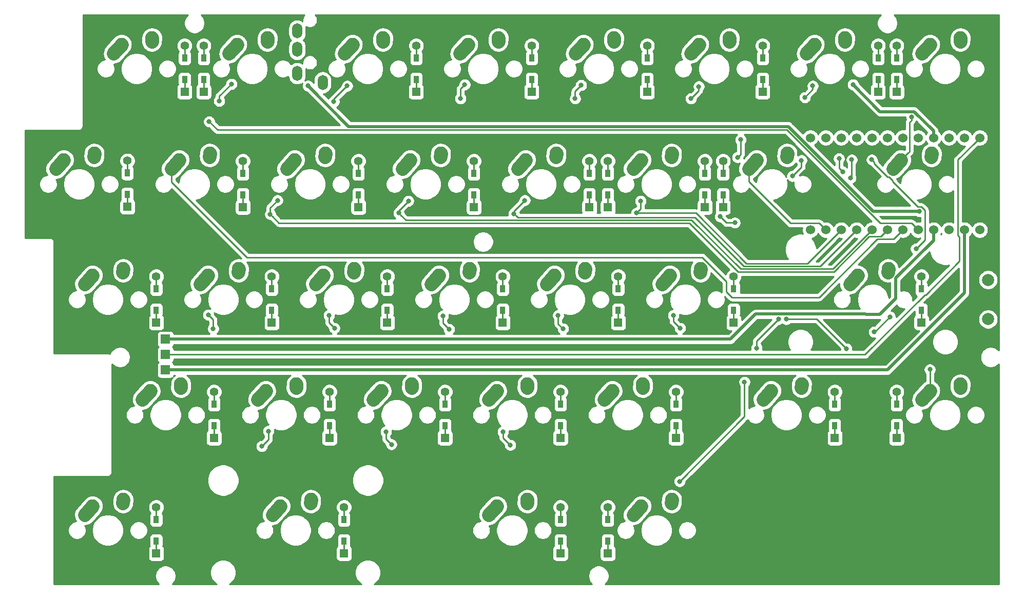
<source format=gbl>
G04 #@! TF.GenerationSoftware,KiCad,Pcbnew,(5.1.5-0-10_14)*
G04 #@! TF.CreationDate,2020-07-25T11:38:42+09:00*
G04 #@! TF.ProjectId,iroha60-right,69726f68-6136-4302-9d72-696768742e6b,rev?*
G04 #@! TF.SameCoordinates,Original*
G04 #@! TF.FileFunction,Copper,L2,Bot*
G04 #@! TF.FilePolarity,Positive*
%FSLAX46Y46*%
G04 Gerber Fmt 4.6, Leading zero omitted, Abs format (unit mm)*
G04 Created by KiCad (PCBNEW (5.1.5-0-10_14)) date 2020-07-25 11:38:42*
%MOMM*%
%LPD*%
G04 APERTURE LIST*
%ADD10C,1.397000*%
%ADD11R,1.397000X1.397000*%
%ADD12R,0.950000X1.300000*%
%ADD13O,1.700000X2.500000*%
%ADD14R,1.524000X1.524000*%
%ADD15C,2.250000*%
%ADD16C,2.250000*%
%ADD17C,2.000000*%
%ADD18C,1.524000*%
%ADD19C,0.800000*%
%ADD20C,0.250000*%
%ADD21C,0.500000*%
%ADD22C,0.254000*%
G04 APERTURE END LIST*
D10*
X46000000Y-29527500D03*
D11*
X46000000Y-37147500D03*
D12*
X46000000Y-35112500D03*
X46000000Y-31562500D03*
D10*
X49150000Y-29527500D03*
D11*
X49150000Y-37147500D03*
D12*
X49150000Y-35112500D03*
X49150000Y-31562500D03*
D10*
X84200000Y-29527500D03*
D11*
X84200000Y-37147500D03*
D12*
X84200000Y-35112500D03*
X84200000Y-31562500D03*
D10*
X103250000Y-29527500D03*
D11*
X103250000Y-37147500D03*
D12*
X103250000Y-35112500D03*
X103250000Y-31562500D03*
D10*
X122300000Y-29527500D03*
D11*
X122300000Y-37147500D03*
D12*
X122300000Y-35112500D03*
X122300000Y-31562500D03*
D10*
X141350000Y-29527500D03*
D11*
X141350000Y-37147500D03*
D12*
X141350000Y-35112500D03*
X141350000Y-31562500D03*
D10*
X160400000Y-29527500D03*
D11*
X160400000Y-37147500D03*
D12*
X160400000Y-35112500D03*
X160400000Y-31562500D03*
D10*
X163450000Y-29527500D03*
D11*
X163450000Y-37147500D03*
D12*
X163450000Y-35112500D03*
X163450000Y-31562500D03*
X36575000Y-50562500D03*
X36575000Y-54112500D03*
D11*
X36575000Y-56147500D03*
D10*
X36575000Y-48527500D03*
D12*
X55625000Y-50612500D03*
X55625000Y-54162500D03*
D11*
X55625000Y-56197500D03*
D10*
X55625000Y-48577500D03*
D12*
X74675000Y-50612500D03*
X74675000Y-54162500D03*
D11*
X74675000Y-56197500D03*
D10*
X74675000Y-48577500D03*
D12*
X93725000Y-50612500D03*
X93725000Y-54162500D03*
D11*
X93725000Y-56197500D03*
D10*
X93725000Y-48577500D03*
D12*
X112775000Y-50612500D03*
X112775000Y-54162500D03*
D11*
X112775000Y-56197500D03*
D10*
X112775000Y-48577500D03*
D12*
X115825000Y-50612500D03*
X115825000Y-54162500D03*
D11*
X115825000Y-56197500D03*
D10*
X115825000Y-48577500D03*
D12*
X131825000Y-50612500D03*
X131825000Y-54162500D03*
D11*
X131825000Y-56197500D03*
D10*
X131825000Y-48577500D03*
D12*
X134825000Y-50612500D03*
X134825000Y-54162500D03*
D11*
X134825000Y-56197500D03*
D10*
X134825000Y-48577500D03*
X41337500Y-67627500D03*
D11*
X41337500Y-75247500D03*
D12*
X41337500Y-73212500D03*
X41337500Y-69662500D03*
D10*
X60387500Y-67627500D03*
D11*
X60387500Y-75247500D03*
D12*
X60387500Y-73212500D03*
X60387500Y-69662500D03*
D10*
X79437500Y-67627500D03*
D11*
X79437500Y-75247500D03*
D12*
X79437500Y-73212500D03*
X79437500Y-69662500D03*
X98487500Y-69662500D03*
X98487500Y-73212500D03*
D11*
X98487500Y-75247500D03*
D10*
X98487500Y-67627500D03*
D12*
X117537500Y-69662500D03*
X117537500Y-73212500D03*
D11*
X117537500Y-75247500D03*
D10*
X117537500Y-67627500D03*
X136587500Y-67627500D03*
D11*
X136587500Y-75247500D03*
D12*
X136587500Y-73212500D03*
X136587500Y-69662500D03*
X167543750Y-69662500D03*
X167543750Y-73212500D03*
D11*
X167543750Y-75247500D03*
D10*
X167543750Y-67627500D03*
D12*
X50862500Y-88712500D03*
X50862500Y-92262500D03*
D11*
X50862500Y-94297500D03*
D10*
X50862500Y-86677500D03*
D12*
X69912500Y-88712500D03*
X69912500Y-92262500D03*
D11*
X69912500Y-94297500D03*
D10*
X69912500Y-86677500D03*
D12*
X88962500Y-88712500D03*
X88962500Y-92262500D03*
D11*
X88962500Y-94297500D03*
D10*
X88962500Y-86677500D03*
X108012500Y-86677500D03*
D11*
X108012500Y-94297500D03*
D12*
X108012500Y-92262500D03*
X108012500Y-88712500D03*
D10*
X127062500Y-86677500D03*
D11*
X127062500Y-94297500D03*
D12*
X127062500Y-92262500D03*
X127062500Y-88712500D03*
D10*
X153256250Y-86677500D03*
D11*
X153256250Y-94297500D03*
D12*
X153256250Y-92262500D03*
X153256250Y-88712500D03*
X41337500Y-107762500D03*
X41337500Y-111312500D03*
D11*
X41337500Y-113347500D03*
D10*
X41337500Y-105727500D03*
D12*
X72293750Y-107762500D03*
X72293750Y-111312500D03*
D11*
X72293750Y-113347500D03*
D10*
X72293750Y-105727500D03*
D12*
X108012500Y-107762500D03*
X108012500Y-111312500D03*
D11*
X108012500Y-113347500D03*
D10*
X108012500Y-105727500D03*
X115825000Y-105727500D03*
D11*
X115825000Y-113347500D03*
D12*
X115825000Y-111312500D03*
X115825000Y-107762500D03*
D13*
X64575000Y-27112500D03*
X64575000Y-30112500D03*
X64575000Y-34112500D03*
X68775000Y-35612500D03*
D14*
X42862500Y-77982500D03*
X42862500Y-80522500D03*
X42862500Y-83062500D03*
D15*
X40600000Y-28837500D02*
X40640000Y-28257500D01*
D16*
X40640000Y-28257500D03*
D15*
X34290000Y-30797500D02*
X35600002Y-29337500D01*
D16*
X35600000Y-29337500D03*
D15*
X59650000Y-28837500D02*
X59690000Y-28257500D01*
D16*
X59690000Y-28257500D03*
D15*
X53340000Y-30797500D02*
X54650002Y-29337500D01*
D16*
X54650000Y-29337500D03*
D15*
X78700000Y-28837500D02*
X78740000Y-28257500D01*
D16*
X78740000Y-28257500D03*
D15*
X72390000Y-30797500D02*
X73700002Y-29337500D01*
D16*
X73700000Y-29337500D03*
X92750000Y-29337500D03*
D15*
X91440000Y-30797500D02*
X92750002Y-29337500D01*
D16*
X97790000Y-28257500D03*
D15*
X97750000Y-28837500D02*
X97790000Y-28257500D01*
D16*
X111800000Y-29337500D03*
D15*
X110490000Y-30797500D02*
X111800002Y-29337500D01*
D16*
X116840000Y-28257500D03*
D15*
X116800000Y-28837500D02*
X116840000Y-28257500D01*
X135850000Y-28837500D02*
X135890000Y-28257500D01*
D16*
X135890000Y-28257500D03*
D15*
X129540000Y-30797500D02*
X130850002Y-29337500D01*
D16*
X130850000Y-29337500D03*
D15*
X154900000Y-28837500D02*
X154940000Y-28257500D01*
D16*
X154940000Y-28257500D03*
D15*
X148590000Y-30797500D02*
X149900002Y-29337500D01*
D16*
X149900000Y-29337500D03*
D15*
X173950000Y-28837500D02*
X173990000Y-28257500D01*
D16*
X173990000Y-28257500D03*
D15*
X167640000Y-30797500D02*
X168950002Y-29337500D01*
D16*
X168950000Y-29337500D03*
X26075000Y-48387500D03*
D15*
X24765000Y-49847500D02*
X26075002Y-48387500D01*
D16*
X31115000Y-47307500D03*
D15*
X31075000Y-47887500D02*
X31115000Y-47307500D01*
D16*
X45125000Y-48387500D03*
D15*
X43815000Y-49847500D02*
X45125002Y-48387500D01*
D16*
X50165000Y-47307500D03*
D15*
X50125000Y-47887500D02*
X50165000Y-47307500D01*
D16*
X64175000Y-48387500D03*
D15*
X62865000Y-49847500D02*
X64175002Y-48387500D01*
D16*
X69215000Y-47307500D03*
D15*
X69175000Y-47887500D02*
X69215000Y-47307500D01*
X88225000Y-47887500D02*
X88265000Y-47307500D01*
D16*
X88265000Y-47307500D03*
D15*
X81915000Y-49847500D02*
X83225002Y-48387500D01*
D16*
X83225000Y-48387500D03*
D15*
X107275000Y-47887500D02*
X107315000Y-47307500D01*
D16*
X107315000Y-47307500D03*
D15*
X100965000Y-49847500D02*
X102275002Y-48387500D01*
D16*
X102275000Y-48387500D03*
X121325000Y-48387500D03*
D15*
X120015000Y-49847500D02*
X121325002Y-48387500D01*
D16*
X126365000Y-47307500D03*
D15*
X126325000Y-47887500D02*
X126365000Y-47307500D01*
D16*
X140375000Y-48387500D03*
D15*
X139065000Y-49847500D02*
X140375002Y-48387500D01*
D16*
X145415000Y-47307500D03*
D15*
X145375000Y-47887500D02*
X145415000Y-47307500D01*
X169187500Y-47887500D02*
X169227500Y-47307500D01*
D16*
X169227500Y-47307500D03*
D15*
X162877500Y-49847500D02*
X164187502Y-48387500D01*
D16*
X164187500Y-48387500D03*
D15*
X35837500Y-66937500D02*
X35877500Y-66357500D01*
D16*
X35877500Y-66357500D03*
D15*
X29527500Y-68897500D02*
X30837502Y-67437500D01*
D16*
X30837500Y-67437500D03*
X49887500Y-67437500D03*
D15*
X48577500Y-68897500D02*
X49887502Y-67437500D01*
D16*
X54927500Y-66357500D03*
D15*
X54887500Y-66937500D02*
X54927500Y-66357500D01*
D16*
X68937500Y-67437500D03*
D15*
X67627500Y-68897500D02*
X68937502Y-67437500D01*
D16*
X73977500Y-66357500D03*
D15*
X73937500Y-66937500D02*
X73977500Y-66357500D01*
D16*
X87987500Y-67437500D03*
D15*
X86677500Y-68897500D02*
X87987502Y-67437500D01*
D16*
X93027500Y-66357500D03*
D15*
X92987500Y-66937500D02*
X93027500Y-66357500D01*
X112037500Y-66937500D02*
X112077500Y-66357500D01*
D16*
X112077500Y-66357500D03*
D15*
X105727500Y-68897500D02*
X107037502Y-67437500D01*
D16*
X107037500Y-67437500D03*
X126087500Y-67437500D03*
D15*
X124777500Y-68897500D02*
X126087502Y-67437500D01*
D16*
X131127500Y-66357500D03*
D15*
X131087500Y-66937500D02*
X131127500Y-66357500D01*
D16*
X157043750Y-67437500D03*
D15*
X155733750Y-68897500D02*
X157043752Y-67437500D01*
D16*
X162083750Y-66357500D03*
D15*
X162043750Y-66937500D02*
X162083750Y-66357500D01*
D16*
X40362500Y-86487500D03*
D15*
X39052500Y-87947500D02*
X40362502Y-86487500D01*
D16*
X45402500Y-85407500D03*
D15*
X45362500Y-85987500D02*
X45402500Y-85407500D01*
X64412500Y-85987500D02*
X64452500Y-85407500D01*
D16*
X64452500Y-85407500D03*
D15*
X58102500Y-87947500D02*
X59412502Y-86487500D01*
D16*
X59412500Y-86487500D03*
D15*
X83462500Y-85987500D02*
X83502500Y-85407500D01*
D16*
X83502500Y-85407500D03*
D15*
X77152500Y-87947500D02*
X78462502Y-86487500D01*
D16*
X78462500Y-86487500D03*
D15*
X102512500Y-85987500D02*
X102552500Y-85407500D01*
D16*
X102552500Y-85407500D03*
D15*
X96202500Y-87947500D02*
X97512502Y-86487500D01*
D16*
X97512500Y-86487500D03*
D15*
X121562500Y-85987500D02*
X121602500Y-85407500D01*
D16*
X121602500Y-85407500D03*
D15*
X115252500Y-87947500D02*
X116562502Y-86487500D01*
D16*
X116562500Y-86487500D03*
D15*
X147756250Y-85987500D02*
X147796250Y-85407500D01*
D16*
X147796250Y-85407500D03*
D15*
X141446250Y-87947500D02*
X142756252Y-86487500D01*
D16*
X142756250Y-86487500D03*
X30837500Y-105537500D03*
D15*
X29527500Y-106997500D02*
X30837502Y-105537500D01*
D16*
X35877500Y-104457500D03*
D15*
X35837500Y-105037500D02*
X35877500Y-104457500D01*
X66793750Y-105037500D02*
X66833750Y-104457500D01*
D16*
X66833750Y-104457500D03*
D15*
X60483750Y-106997500D02*
X61793752Y-105537500D01*
D16*
X61793750Y-105537500D03*
X97512500Y-105537500D03*
D15*
X96202500Y-106997500D02*
X97512502Y-105537500D01*
D16*
X102552500Y-104457500D03*
D15*
X102512500Y-105037500D02*
X102552500Y-104457500D01*
D16*
X121325000Y-105537500D03*
D15*
X120015000Y-106997500D02*
X121325002Y-105537500D01*
D16*
X126365000Y-104457500D03*
D15*
X126325000Y-105037500D02*
X126365000Y-104457500D01*
D17*
X178543750Y-74687500D03*
X178543750Y-68187500D03*
D18*
X177165500Y-59951100D03*
X174625500Y-59951100D03*
X172085500Y-59951100D03*
X169545500Y-59951100D03*
X167005500Y-59951100D03*
X164465500Y-59951100D03*
X161925500Y-59951100D03*
X159385500Y-59951100D03*
X156845500Y-59951100D03*
X154305500Y-59951100D03*
X151765500Y-59951100D03*
X149225500Y-59951100D03*
X149225500Y-44731100D03*
X151765500Y-44731100D03*
X154305500Y-44731100D03*
X156845500Y-44731100D03*
X159385500Y-44731100D03*
X161925500Y-44731100D03*
X164465500Y-44731100D03*
X167005500Y-44731100D03*
X169545500Y-44731100D03*
X172085500Y-44731100D03*
X174625500Y-44731100D03*
X177165500Y-44731100D03*
D12*
X163450000Y-88712500D03*
X163450000Y-92262500D03*
D11*
X163450000Y-94297500D03*
D10*
X163450000Y-86677500D03*
D15*
X173950000Y-85987500D02*
X173990000Y-85407500D01*
D16*
X173990000Y-85407500D03*
D15*
X167640000Y-87947500D02*
X168950002Y-86487500D01*
D16*
X168950000Y-86487500D03*
D19*
X147762500Y-48462500D03*
X146262500Y-51062500D03*
X136762500Y-58762500D03*
X134362500Y-57762500D03*
X159362500Y-48362500D03*
X166662500Y-63062500D03*
X156062500Y-48362500D03*
X155862500Y-51362500D03*
X155162500Y-79562500D03*
X145262500Y-74687521D03*
X153962500Y-48162500D03*
X154562500Y-50362500D03*
X140362500Y-79462500D03*
X138362500Y-85062500D03*
X127662500Y-101462500D03*
X143962500Y-74687521D03*
X156262500Y-35962500D03*
X66362500Y-36162500D03*
X167162500Y-56862500D03*
X50062500Y-42062500D03*
X53725000Y-35862500D03*
X51725000Y-38662500D03*
X72825000Y-36162500D03*
X70625000Y-38762500D03*
X61325000Y-55062500D03*
X60125000Y-57362500D03*
X49925000Y-73962500D03*
X50725000Y-76262500D03*
X59825000Y-93162500D03*
X58725000Y-95662500D03*
X92225000Y-35962500D03*
X91525000Y-38262500D03*
X82925000Y-55162500D03*
X81325000Y-57162500D03*
X69825000Y-74062500D03*
X70725000Y-76162500D03*
X79225000Y-93262500D03*
X80125000Y-95362500D03*
X111425000Y-36062500D03*
X110425000Y-38262500D03*
X102125000Y-55062500D03*
X100325000Y-57262500D03*
X88625000Y-74162500D03*
X89625000Y-76362500D03*
X98525000Y-93262500D03*
X99725000Y-95462500D03*
X130825000Y-36262500D03*
X129525000Y-38262500D03*
X121225000Y-55162500D03*
X120525000Y-57162500D03*
X107625000Y-74062500D03*
X108425000Y-76262500D03*
X149625000Y-36162500D03*
X148325000Y-38062500D03*
X137725000Y-45062500D03*
X137225000Y-47962500D03*
X126625000Y-74062500D03*
X127725000Y-76162500D03*
X165925000Y-41262500D03*
X162350000Y-74287500D03*
X159750000Y-76787500D03*
X168950000Y-82987500D03*
D20*
X46000000Y-29527500D02*
X46000000Y-31562500D01*
X163450000Y-35112500D02*
X163450000Y-37147500D01*
X160400000Y-35112500D02*
X160400000Y-37147500D01*
X141350000Y-35112500D02*
X141350000Y-37147500D01*
X122300000Y-35112500D02*
X122300000Y-37147500D01*
X103250000Y-35112500D02*
X103250000Y-37147500D01*
X84200000Y-35112500D02*
X84200000Y-37147500D01*
X49150000Y-35112500D02*
X49150000Y-37147500D01*
X46000000Y-35112500D02*
X46000000Y-37147500D01*
X49150000Y-29527500D02*
X49150000Y-31562500D01*
X84200000Y-29527500D02*
X84200000Y-31562500D01*
X103250000Y-29527500D02*
X103250000Y-31562500D01*
X122300000Y-29527500D02*
X122300000Y-31562500D01*
X141350000Y-29527500D02*
X141350000Y-31562500D01*
X160400000Y-29527500D02*
X160400000Y-31562500D01*
X163450000Y-29527500D02*
X163450000Y-31562500D01*
X36575000Y-48527500D02*
X36575000Y-50562500D01*
X36575000Y-54112500D02*
X36575000Y-56147500D01*
X55625000Y-54162500D02*
X55625000Y-56197500D01*
X74675000Y-54162500D02*
X74675000Y-56197500D01*
X93725000Y-54162500D02*
X93725000Y-56197500D01*
X112775000Y-54162500D02*
X112775000Y-56197500D01*
X115825000Y-54162500D02*
X115825000Y-56197500D01*
X131825000Y-54162500D02*
X131825000Y-56197500D01*
X134825000Y-54162500D02*
X134825000Y-56197500D01*
X147762500Y-49562500D02*
X146262500Y-51062500D01*
X147762500Y-48462500D02*
X147762500Y-49562500D01*
X135362500Y-58762500D02*
X134362500Y-57762500D01*
X136762500Y-58762500D02*
X135362500Y-58762500D01*
X55625000Y-48577500D02*
X55625000Y-50612500D01*
X74675000Y-48577500D02*
X74675000Y-50612500D01*
X93725000Y-48577500D02*
X93725000Y-50612500D01*
X112775000Y-48577500D02*
X112775000Y-50612500D01*
X115825000Y-48577500D02*
X115825000Y-50612500D01*
X131825000Y-48577500D02*
X131825000Y-50612500D01*
X134825000Y-50612500D02*
X134825000Y-48577500D01*
X41337500Y-67627500D02*
X41337500Y-69662500D01*
X60387500Y-69662500D02*
X60387500Y-67627500D01*
X79437500Y-69662500D02*
X79437500Y-67627500D01*
X41337500Y-73212500D02*
X41337500Y-75247500D01*
X60387500Y-73212500D02*
X60387500Y-75247500D01*
X79437500Y-73212500D02*
X79437500Y-75247500D01*
X98487500Y-73212500D02*
X98487500Y-75247500D01*
X117537500Y-73212500D02*
X117537500Y-75247500D01*
X136587500Y-73212500D02*
X136587500Y-75247500D01*
X167543750Y-73212500D02*
X167543750Y-75247500D01*
X168092501Y-61632499D02*
X166662500Y-63062500D01*
X168092501Y-56719499D02*
X168092501Y-61632499D01*
X167510501Y-56137499D02*
X168092501Y-56719499D01*
X166937499Y-56137499D02*
X167510501Y-56137499D01*
X162807501Y-52007501D02*
X166937499Y-56137499D01*
X162183501Y-51187499D02*
X162807501Y-51811499D01*
X161987499Y-51187499D02*
X162183501Y-51187499D01*
X159762499Y-48762499D02*
X159762499Y-48962499D01*
X162807501Y-51811499D02*
X162807501Y-52007501D01*
X159762499Y-48962499D02*
X161987499Y-51187499D01*
X159362500Y-48362500D02*
X159762499Y-48762499D01*
X98487500Y-69662500D02*
X98487500Y-67627500D01*
X117537500Y-69662500D02*
X117537500Y-67627500D01*
X136587500Y-69662500D02*
X136587500Y-67627500D01*
X167543750Y-69662500D02*
X167543750Y-67627500D01*
X50862500Y-88712500D02*
X50862500Y-86677500D01*
X69912500Y-88712500D02*
X69912500Y-86677500D01*
X88962500Y-88712500D02*
X88962500Y-86677500D01*
X153256250Y-92262500D02*
X153256250Y-94297500D01*
X127062500Y-92262500D02*
X127062500Y-94297500D01*
X108012500Y-92262500D02*
X108012500Y-94297500D01*
X88962500Y-92262500D02*
X88962500Y-94297500D01*
X69912500Y-92262500D02*
X69912500Y-94297500D01*
X50862500Y-92262500D02*
X50862500Y-94297500D01*
X156062500Y-51162500D02*
X155862500Y-51362500D01*
X156062500Y-48362500D02*
X156062500Y-51162500D01*
X155162500Y-79562500D02*
X150287521Y-74687521D01*
X150287521Y-74687521D02*
X145828185Y-74687521D01*
X145828185Y-74687521D02*
X145262500Y-74687521D01*
X163450000Y-92262500D02*
X163450000Y-94297500D01*
X108012500Y-88712500D02*
X108012500Y-86677500D01*
X127062500Y-88712500D02*
X127062500Y-86677500D01*
X153256250Y-88712500D02*
X153256250Y-86677500D01*
X41337500Y-107762500D02*
X41337500Y-105727500D01*
X72293750Y-107762500D02*
X72293750Y-105727500D01*
X108012500Y-107762500D02*
X108012500Y-105727500D01*
X115825000Y-107762500D02*
X115825000Y-105727500D01*
X41337500Y-111312500D02*
X41337500Y-113347500D01*
X72293750Y-111312500D02*
X72293750Y-113347500D01*
X108012500Y-111312500D02*
X108012500Y-113347500D01*
X115825000Y-111312500D02*
X115825000Y-113347500D01*
X153962500Y-49762500D02*
X154562500Y-50362500D01*
X153962500Y-48162500D02*
X153962500Y-49762500D01*
X138362500Y-90762500D02*
X127662500Y-101462500D01*
X138362500Y-85062500D02*
X138362500Y-90762500D01*
X140362500Y-79462500D02*
X140362500Y-78287521D01*
X143562501Y-75087520D02*
X143962500Y-74687521D01*
X140362500Y-78287521D02*
X143562501Y-75087520D01*
D21*
X174625500Y-61028730D02*
X174625500Y-59951100D01*
X174625500Y-70372752D02*
X174625500Y-61028730D01*
X161935752Y-83062500D02*
X174625500Y-70372752D01*
X42862500Y-83062500D02*
X161935752Y-83062500D01*
X166333001Y-40412499D02*
X169545500Y-43624998D01*
X160712499Y-40412499D02*
X166333001Y-40412499D01*
X169545500Y-43653470D02*
X169545500Y-44731100D01*
X169545500Y-43624998D02*
X169545500Y-43653470D01*
X156262500Y-35962500D02*
X160712499Y-40412499D01*
X159563138Y-56862500D02*
X167162500Y-56862500D01*
X145580639Y-42880001D02*
X159563138Y-56862500D01*
X73080001Y-42880001D02*
X145580639Y-42880001D01*
X66362500Y-36162500D02*
X73080001Y-42880001D01*
X136059502Y-77982500D02*
X140204491Y-73837511D01*
X169545500Y-61662884D02*
X169545500Y-61028730D01*
X158370677Y-73881401D02*
X160716823Y-73881401D01*
X140204491Y-73837511D02*
X158326787Y-73837511D01*
X163298749Y-67909635D02*
X169545500Y-61662884D01*
X160716823Y-73881401D02*
X163298749Y-71299475D01*
X42862500Y-77982500D02*
X136059502Y-77982500D01*
X158326787Y-73837511D02*
X158370677Y-73881401D01*
X169545500Y-61028730D02*
X169545500Y-59951100D01*
X163298749Y-71299475D02*
X163298749Y-67909635D01*
D20*
X173538499Y-48358101D02*
X176403501Y-45493099D01*
X176403501Y-45493099D02*
X177165500Y-44731100D01*
X168278751Y-70637501D02*
X173800651Y-65115601D01*
X173538499Y-60838859D02*
X173538499Y-48358101D01*
X173800651Y-61101011D02*
X173538499Y-60838859D01*
X173800651Y-65115601D02*
X173800651Y-61101011D01*
X168140997Y-70637501D02*
X168278751Y-70637501D01*
X158255998Y-80522500D02*
X168140997Y-70637501D01*
X42862500Y-80522500D02*
X158255998Y-80522500D01*
X166243501Y-59189101D02*
X167005500Y-59951100D01*
X165918499Y-58864099D02*
X166243501Y-59189101D01*
X160751551Y-58864099D02*
X165918499Y-58864099D01*
X145342463Y-43455011D02*
X160751551Y-58864099D01*
X51455011Y-43455011D02*
X145342463Y-43455011D01*
X50062500Y-42062500D02*
X51455011Y-43455011D01*
X51725000Y-37862500D02*
X51725000Y-38662500D01*
X53725000Y-35862500D02*
X51725000Y-37862500D01*
X43815000Y-52009474D02*
X43815000Y-49847500D01*
X131378502Y-64462500D02*
X56268026Y-64462500D01*
X135362500Y-68446498D02*
X131378502Y-64462500D01*
X135362500Y-70147502D02*
X135362500Y-68446498D01*
X56268026Y-64462500D02*
X43815000Y-52009474D01*
X136277498Y-71062500D02*
X135362500Y-70147502D01*
X150662500Y-71062500D02*
X136277498Y-71062500D01*
X160236890Y-61488110D02*
X150662500Y-71062500D01*
X162928490Y-61488110D02*
X160236890Y-61488110D01*
X164465500Y-59951100D02*
X162928490Y-61488110D01*
X70625000Y-38362500D02*
X70625000Y-38762500D01*
X72825000Y-36162500D02*
X70625000Y-38362500D01*
X60125000Y-56262500D02*
X60125000Y-57362500D01*
X61325000Y-55062500D02*
X60125000Y-56262500D01*
X50725000Y-74762500D02*
X50725000Y-76262500D01*
X49925000Y-73962500D02*
X50725000Y-74762500D01*
X59825000Y-94562500D02*
X58725000Y-95662500D01*
X59825000Y-93162500D02*
X59825000Y-94562500D01*
X60524999Y-57762499D02*
X60125000Y-57362500D01*
X61550021Y-58787521D02*
X60524999Y-57762499D01*
X129262303Y-58787521D02*
X61550021Y-58787521D01*
X153121580Y-66851430D02*
X137326212Y-66851430D01*
X160838499Y-61038101D02*
X158934909Y-61038101D01*
X158934909Y-61038101D02*
X153121580Y-66851430D01*
X137326212Y-66851430D02*
X129262303Y-58787521D01*
X161925500Y-59951100D02*
X160838499Y-61038101D01*
X91525000Y-36662500D02*
X91525000Y-38262500D01*
X92225000Y-35962500D02*
X91525000Y-36662500D01*
X81325000Y-56762500D02*
X81325000Y-57162500D01*
X82925000Y-55162500D02*
X81325000Y-56762500D01*
X69825000Y-75262500D02*
X70725000Y-76162500D01*
X69825000Y-74062500D02*
X69825000Y-75262500D01*
X79225000Y-94462500D02*
X80125000Y-95362500D01*
X79225000Y-93262500D02*
X79225000Y-94462500D01*
X82500011Y-58337511D02*
X81724999Y-57562499D01*
X129637511Y-58337511D02*
X82500011Y-58337511D01*
X137701420Y-66401420D02*
X129637511Y-58337511D01*
X152935180Y-66401420D02*
X137701420Y-66401420D01*
X81724999Y-57562499D02*
X81325000Y-57162500D01*
X159385500Y-59951100D02*
X152935180Y-66401420D01*
X110425000Y-37062500D02*
X110425000Y-38262500D01*
X111425000Y-36062500D02*
X110425000Y-37062500D01*
X100325000Y-56862500D02*
X100325000Y-57262500D01*
X102125000Y-55062500D02*
X100325000Y-56862500D01*
X88625000Y-75362500D02*
X89625000Y-76362500D01*
X88625000Y-74162500D02*
X88625000Y-75362500D01*
X98525000Y-94262500D02*
X99725000Y-95462500D01*
X98525000Y-93262500D02*
X98525000Y-94262500D01*
X100724999Y-57662499D02*
X100325000Y-57262500D01*
X138251411Y-65951411D02*
X130187501Y-57887501D01*
X100950001Y-57887501D02*
X100724999Y-57662499D01*
X130187501Y-57887501D02*
X100950001Y-57887501D01*
X150845189Y-65951411D02*
X138251411Y-65951411D01*
X156845500Y-59951100D02*
X150845189Y-65951411D01*
X130825000Y-36962500D02*
X129525000Y-38262500D01*
X130825000Y-36262500D02*
X130825000Y-36962500D01*
X121225000Y-56462500D02*
X120525000Y-57162500D01*
X121225000Y-55162500D02*
X121225000Y-56462500D01*
X107625000Y-75462500D02*
X108425000Y-76262500D01*
X107625000Y-74062500D02*
X107625000Y-75462500D01*
X121090685Y-57162500D02*
X120525000Y-57162500D01*
X130362500Y-57162500D02*
X121090685Y-57162500D01*
X138701401Y-65501401D02*
X130362500Y-57162500D01*
X148755199Y-65501401D02*
X138701401Y-65501401D01*
X154305500Y-59951100D02*
X148755199Y-65501401D01*
X149625000Y-36762500D02*
X148325000Y-38062500D01*
X149625000Y-36162500D02*
X149625000Y-36762500D01*
X137725000Y-47462500D02*
X137225000Y-47962500D01*
X137725000Y-45062500D02*
X137725000Y-47462500D01*
X126625000Y-75062500D02*
X127725000Y-76162500D01*
X126625000Y-74062500D02*
X126625000Y-75062500D01*
X145964099Y-58864099D02*
X139065000Y-51965000D01*
X150678499Y-58864099D02*
X145964099Y-58864099D01*
X139065000Y-51965000D02*
X139065000Y-49847500D01*
X151765500Y-59951100D02*
X150678499Y-58864099D01*
X165312499Y-47262501D02*
X164187500Y-48387500D01*
X165552501Y-42200684D02*
X165552501Y-47022499D01*
X165925000Y-41828185D02*
X165552501Y-42200684D01*
X165552501Y-47022499D02*
X165312499Y-47262501D01*
X165925000Y-41262500D02*
X165925000Y-41828185D01*
X159850000Y-76787500D02*
X159750000Y-76787500D01*
X162350000Y-74287500D02*
X159850000Y-76787500D01*
X168950000Y-82987500D02*
X168950000Y-86487500D01*
X163450000Y-88712500D02*
X163450000Y-86677500D01*
D22*
G36*
X46277337Y-24706502D02*
G01*
X46087463Y-24990669D01*
X45956675Y-25306419D01*
X45890000Y-25641617D01*
X45890000Y-25983383D01*
X45956675Y-26318581D01*
X46087463Y-26634331D01*
X46277337Y-26918498D01*
X46519002Y-27160163D01*
X46803169Y-27350037D01*
X47118919Y-27480825D01*
X47454117Y-27547500D01*
X47795883Y-27547500D01*
X48131081Y-27480825D01*
X48446831Y-27350037D01*
X48730998Y-27160163D01*
X48972663Y-26918498D01*
X49162537Y-26634331D01*
X49293325Y-26318581D01*
X49360000Y-25983383D01*
X49360000Y-25641617D01*
X49293325Y-25306419D01*
X49162537Y-24990669D01*
X48972663Y-24706502D01*
X48738661Y-24472500D01*
X65768446Y-24472500D01*
X65715713Y-24525233D01*
X65580557Y-24727508D01*
X65487460Y-24952264D01*
X65440000Y-25190863D01*
X65440000Y-25434137D01*
X65455972Y-25514435D01*
X65404014Y-25471794D01*
X65146034Y-25333901D01*
X64866111Y-25248987D01*
X64575000Y-25220315D01*
X64283890Y-25248987D01*
X64003967Y-25333901D01*
X63745987Y-25471794D01*
X63519866Y-25657366D01*
X63334294Y-25883486D01*
X63196401Y-26141466D01*
X63111487Y-26421389D01*
X63090000Y-26639550D01*
X63090000Y-27585449D01*
X63111487Y-27803610D01*
X63196401Y-28083533D01*
X63334294Y-28341513D01*
X63519866Y-28567634D01*
X63574535Y-28612500D01*
X63519866Y-28657366D01*
X63334294Y-28883486D01*
X63196401Y-29141466D01*
X63111487Y-29421389D01*
X63090000Y-29639550D01*
X63090000Y-30585449D01*
X63111487Y-30803610D01*
X63196401Y-31083533D01*
X63334294Y-31341513D01*
X63519866Y-31567634D01*
X63745986Y-31753206D01*
X64003966Y-31891099D01*
X64283889Y-31976013D01*
X64575000Y-32004685D01*
X64866110Y-31976013D01*
X65146033Y-31891099D01*
X65404013Y-31753206D01*
X65630134Y-31567634D01*
X65815706Y-31341514D01*
X65953599Y-31083534D01*
X66038513Y-30803611D01*
X66060000Y-30585450D01*
X66060000Y-29639551D01*
X66038513Y-29421389D01*
X65953599Y-29141466D01*
X65815706Y-28883486D01*
X65630134Y-28657366D01*
X65575465Y-28612500D01*
X65630134Y-28567634D01*
X65815706Y-28341514D01*
X65953599Y-28083534D01*
X66038513Y-27803611D01*
X66060000Y-27585450D01*
X66060000Y-26639551D01*
X66038513Y-26421389D01*
X66019926Y-26360116D01*
X66090008Y-26406943D01*
X66314764Y-26500040D01*
X66553363Y-26547500D01*
X66796637Y-26547500D01*
X67035236Y-26500040D01*
X67259992Y-26406943D01*
X67462267Y-26271787D01*
X67634287Y-26099767D01*
X67769443Y-25897492D01*
X67862540Y-25672736D01*
X67910000Y-25434137D01*
X67910000Y-25190863D01*
X67862540Y-24952264D01*
X67769443Y-24727508D01*
X67634287Y-24525233D01*
X67581554Y-24472500D01*
X160811339Y-24472500D01*
X160577337Y-24706502D01*
X160387463Y-24990669D01*
X160256675Y-25306419D01*
X160190000Y-25641617D01*
X160190000Y-25983383D01*
X160256675Y-26318581D01*
X160387463Y-26634331D01*
X160577337Y-26918498D01*
X160819002Y-27160163D01*
X161103169Y-27350037D01*
X161418919Y-27480825D01*
X161754117Y-27547500D01*
X162095883Y-27547500D01*
X162431081Y-27480825D01*
X162746831Y-27350037D01*
X163030998Y-27160163D01*
X163272663Y-26918498D01*
X163462537Y-26634331D01*
X163593325Y-26318581D01*
X163660000Y-25983383D01*
X163660000Y-25641617D01*
X163593325Y-25306419D01*
X163462537Y-24990669D01*
X163272663Y-24706502D01*
X163038661Y-24472500D01*
X180315000Y-24472500D01*
X180315001Y-79848840D01*
X180080998Y-79614837D01*
X179796831Y-79424963D01*
X179481081Y-79294175D01*
X179145883Y-79227500D01*
X178804117Y-79227500D01*
X178468919Y-79294175D01*
X178153169Y-79424963D01*
X177869002Y-79614837D01*
X177627337Y-79856502D01*
X177437463Y-80140669D01*
X177306675Y-80456419D01*
X177240000Y-80791617D01*
X177240000Y-81133383D01*
X177306675Y-81468581D01*
X177437463Y-81784331D01*
X177627337Y-82068498D01*
X177869002Y-82310163D01*
X178153169Y-82500037D01*
X178468919Y-82630825D01*
X178804117Y-82697500D01*
X179145883Y-82697500D01*
X179481081Y-82630825D01*
X179796831Y-82500037D01*
X180080998Y-82310163D01*
X180315001Y-82076160D01*
X180315001Y-118402500D01*
X115413661Y-118402500D01*
X115647663Y-118168498D01*
X115837537Y-117884331D01*
X115968325Y-117568581D01*
X116035000Y-117233383D01*
X116035000Y-116891617D01*
X115968325Y-116556419D01*
X115837537Y-116240669D01*
X115647663Y-115956502D01*
X115405998Y-115714837D01*
X115121831Y-115524963D01*
X114806081Y-115394175D01*
X114470883Y-115327500D01*
X114129117Y-115327500D01*
X113793919Y-115394175D01*
X113478169Y-115524963D01*
X113194002Y-115714837D01*
X112952337Y-115956502D01*
X112762463Y-116240669D01*
X112631675Y-116556419D01*
X112565000Y-116891617D01*
X112565000Y-117233383D01*
X112631675Y-117568581D01*
X112762463Y-117884331D01*
X112952337Y-118168498D01*
X113186339Y-118402500D01*
X77304228Y-118402500D01*
X77608032Y-118199504D01*
X77908754Y-117898782D01*
X78145031Y-117545170D01*
X78307780Y-117152257D01*
X78390750Y-116735143D01*
X78390750Y-116309857D01*
X78307780Y-115892743D01*
X78145031Y-115499830D01*
X77908754Y-115146218D01*
X77608032Y-114845496D01*
X77254420Y-114609219D01*
X76861507Y-114446470D01*
X76444393Y-114363500D01*
X76019107Y-114363500D01*
X75601993Y-114446470D01*
X75209080Y-114609219D01*
X74855468Y-114845496D01*
X74554746Y-115146218D01*
X74318469Y-115499830D01*
X74155720Y-115892743D01*
X74072750Y-116309857D01*
X74072750Y-116735143D01*
X74155720Y-117152257D01*
X74318469Y-117545170D01*
X74554746Y-117898782D01*
X74855468Y-118199504D01*
X75159272Y-118402500D01*
X53428228Y-118402500D01*
X53732032Y-118199504D01*
X54032754Y-117898782D01*
X54269031Y-117545170D01*
X54431780Y-117152257D01*
X54514750Y-116735143D01*
X54514750Y-116309857D01*
X54431780Y-115892743D01*
X54269031Y-115499830D01*
X54032754Y-115146218D01*
X53732032Y-114845496D01*
X53378420Y-114609219D01*
X52985507Y-114446470D01*
X52568393Y-114363500D01*
X52143107Y-114363500D01*
X51725993Y-114446470D01*
X51333080Y-114609219D01*
X50979468Y-114845496D01*
X50678746Y-115146218D01*
X50442469Y-115499830D01*
X50279720Y-115892743D01*
X50196750Y-116309857D01*
X50196750Y-116735143D01*
X50279720Y-117152257D01*
X50442469Y-117545170D01*
X50678746Y-117898782D01*
X50979468Y-118199504D01*
X51283272Y-118402500D01*
X43976161Y-118402500D01*
X44210163Y-118168498D01*
X44400037Y-117884331D01*
X44530825Y-117568581D01*
X44597500Y-117233383D01*
X44597500Y-116891617D01*
X44530825Y-116556419D01*
X44400037Y-116240669D01*
X44210163Y-115956502D01*
X43968498Y-115714837D01*
X43684331Y-115524963D01*
X43368581Y-115394175D01*
X43033383Y-115327500D01*
X42691617Y-115327500D01*
X42356419Y-115394175D01*
X42040669Y-115524963D01*
X41756502Y-115714837D01*
X41514837Y-115956502D01*
X41324963Y-116240669D01*
X41194175Y-116556419D01*
X41127500Y-116891617D01*
X41127500Y-117233383D01*
X41194175Y-117568581D01*
X41324963Y-117884331D01*
X41514837Y-118168498D01*
X41748839Y-118402500D01*
X24472500Y-118402500D01*
X24472500Y-112649000D01*
X40000928Y-112649000D01*
X40000928Y-114046000D01*
X40013188Y-114170482D01*
X40049498Y-114290180D01*
X40108463Y-114400494D01*
X40187815Y-114497185D01*
X40284506Y-114576537D01*
X40394820Y-114635502D01*
X40514518Y-114671812D01*
X40639000Y-114684072D01*
X42036000Y-114684072D01*
X42160482Y-114671812D01*
X42280180Y-114635502D01*
X42390494Y-114576537D01*
X42487185Y-114497185D01*
X42566537Y-114400494D01*
X42625502Y-114290180D01*
X42661812Y-114170482D01*
X42674072Y-114046000D01*
X42674072Y-112649000D01*
X70957178Y-112649000D01*
X70957178Y-114046000D01*
X70969438Y-114170482D01*
X71005748Y-114290180D01*
X71064713Y-114400494D01*
X71144065Y-114497185D01*
X71240756Y-114576537D01*
X71351070Y-114635502D01*
X71470768Y-114671812D01*
X71595250Y-114684072D01*
X72992250Y-114684072D01*
X73116732Y-114671812D01*
X73236430Y-114635502D01*
X73346744Y-114576537D01*
X73443435Y-114497185D01*
X73522787Y-114400494D01*
X73581752Y-114290180D01*
X73618062Y-114170482D01*
X73630322Y-114046000D01*
X73630322Y-112649000D01*
X106675928Y-112649000D01*
X106675928Y-114046000D01*
X106688188Y-114170482D01*
X106724498Y-114290180D01*
X106783463Y-114400494D01*
X106862815Y-114497185D01*
X106959506Y-114576537D01*
X107069820Y-114635502D01*
X107189518Y-114671812D01*
X107314000Y-114684072D01*
X108711000Y-114684072D01*
X108835482Y-114671812D01*
X108955180Y-114635502D01*
X109065494Y-114576537D01*
X109162185Y-114497185D01*
X109241537Y-114400494D01*
X109300502Y-114290180D01*
X109336812Y-114170482D01*
X109349072Y-114046000D01*
X109349072Y-112649000D01*
X114488428Y-112649000D01*
X114488428Y-114046000D01*
X114500688Y-114170482D01*
X114536998Y-114290180D01*
X114595963Y-114400494D01*
X114675315Y-114497185D01*
X114772006Y-114576537D01*
X114882320Y-114635502D01*
X115002018Y-114671812D01*
X115126500Y-114684072D01*
X116523500Y-114684072D01*
X116647982Y-114671812D01*
X116767680Y-114635502D01*
X116877994Y-114576537D01*
X116974685Y-114497185D01*
X117054037Y-114400494D01*
X117113002Y-114290180D01*
X117149312Y-114170482D01*
X117161572Y-114046000D01*
X117161572Y-112649000D01*
X117149312Y-112524518D01*
X117113002Y-112404820D01*
X117054037Y-112294506D01*
X116974685Y-112197815D01*
X116908634Y-112143609D01*
X116925812Y-112086982D01*
X116938072Y-111962500D01*
X116938072Y-110662500D01*
X116925812Y-110538018D01*
X116889502Y-110418320D01*
X116830537Y-110308006D01*
X116751185Y-110211315D01*
X116654494Y-110131963D01*
X116544180Y-110072998D01*
X116424482Y-110036688D01*
X116300000Y-110024428D01*
X115350000Y-110024428D01*
X115225518Y-110036688D01*
X115105820Y-110072998D01*
X114995506Y-110131963D01*
X114898815Y-110211315D01*
X114819463Y-110308006D01*
X114760498Y-110418320D01*
X114724188Y-110538018D01*
X114711928Y-110662500D01*
X114711928Y-111962500D01*
X114724188Y-112086982D01*
X114741366Y-112143609D01*
X114675315Y-112197815D01*
X114595963Y-112294506D01*
X114536998Y-112404820D01*
X114500688Y-112524518D01*
X114488428Y-112649000D01*
X109349072Y-112649000D01*
X109336812Y-112524518D01*
X109300502Y-112404820D01*
X109241537Y-112294506D01*
X109162185Y-112197815D01*
X109096134Y-112143609D01*
X109113312Y-112086982D01*
X109125572Y-111962500D01*
X109125572Y-110662500D01*
X109113312Y-110538018D01*
X109077002Y-110418320D01*
X109018037Y-110308006D01*
X108938685Y-110211315D01*
X108841994Y-110131963D01*
X108731680Y-110072998D01*
X108611982Y-110036688D01*
X108487500Y-110024428D01*
X107537500Y-110024428D01*
X107413018Y-110036688D01*
X107293320Y-110072998D01*
X107183006Y-110131963D01*
X107086315Y-110211315D01*
X107006963Y-110308006D01*
X106947998Y-110418320D01*
X106911688Y-110538018D01*
X106899428Y-110662500D01*
X106899428Y-111962500D01*
X106911688Y-112086982D01*
X106928866Y-112143609D01*
X106862815Y-112197815D01*
X106783463Y-112294506D01*
X106724498Y-112404820D01*
X106688188Y-112524518D01*
X106675928Y-112649000D01*
X73630322Y-112649000D01*
X73618062Y-112524518D01*
X73581752Y-112404820D01*
X73522787Y-112294506D01*
X73443435Y-112197815D01*
X73377384Y-112143609D01*
X73394562Y-112086982D01*
X73406822Y-111962500D01*
X73406822Y-110662500D01*
X73394562Y-110538018D01*
X73358252Y-110418320D01*
X73299287Y-110308006D01*
X73219935Y-110211315D01*
X73123244Y-110131963D01*
X73012930Y-110072998D01*
X72893232Y-110036688D01*
X72768750Y-110024428D01*
X71818750Y-110024428D01*
X71694268Y-110036688D01*
X71574570Y-110072998D01*
X71464256Y-110131963D01*
X71367565Y-110211315D01*
X71288213Y-110308006D01*
X71229248Y-110418320D01*
X71192938Y-110538018D01*
X71180678Y-110662500D01*
X71180678Y-111962500D01*
X71192938Y-112086982D01*
X71210116Y-112143609D01*
X71144065Y-112197815D01*
X71064713Y-112294506D01*
X71005748Y-112404820D01*
X70969438Y-112524518D01*
X70957178Y-112649000D01*
X42674072Y-112649000D01*
X42661812Y-112524518D01*
X42625502Y-112404820D01*
X42566537Y-112294506D01*
X42487185Y-112197815D01*
X42421134Y-112143609D01*
X42438312Y-112086982D01*
X42450572Y-111962500D01*
X42450572Y-110662500D01*
X42438312Y-110538018D01*
X42402002Y-110418320D01*
X42343037Y-110308006D01*
X42263685Y-110211315D01*
X42166994Y-110131963D01*
X42056680Y-110072998D01*
X41936982Y-110036688D01*
X41812500Y-110024428D01*
X40862500Y-110024428D01*
X40738018Y-110036688D01*
X40618320Y-110072998D01*
X40508006Y-110131963D01*
X40411315Y-110211315D01*
X40331963Y-110308006D01*
X40272998Y-110418320D01*
X40236688Y-110538018D01*
X40224428Y-110662500D01*
X40224428Y-111962500D01*
X40236688Y-112086982D01*
X40253866Y-112143609D01*
X40187815Y-112197815D01*
X40108463Y-112294506D01*
X40049498Y-112404820D01*
X40013188Y-112524518D01*
X40000928Y-112649000D01*
X24472500Y-112649000D01*
X24472500Y-109388778D01*
X26747500Y-109388778D01*
X26747500Y-109686222D01*
X26805529Y-109977951D01*
X26919356Y-110252753D01*
X27084607Y-110500069D01*
X27294931Y-110710393D01*
X27542247Y-110875644D01*
X27817049Y-110989471D01*
X28108778Y-111047500D01*
X28406222Y-111047500D01*
X28697951Y-110989471D01*
X28972753Y-110875644D01*
X29220069Y-110710393D01*
X29430393Y-110500069D01*
X29595644Y-110252753D01*
X29709471Y-109977951D01*
X29767500Y-109686222D01*
X29767500Y-109388778D01*
X29745580Y-109278576D01*
X30708600Y-109278576D01*
X30708600Y-109796424D01*
X30809627Y-110304322D01*
X31007799Y-110782751D01*
X31295500Y-111213326D01*
X31661674Y-111579500D01*
X32092249Y-111867201D01*
X32570678Y-112065373D01*
X33078576Y-112166400D01*
X33596424Y-112166400D01*
X34104322Y-112065373D01*
X34582751Y-111867201D01*
X35013326Y-111579500D01*
X35379500Y-111213326D01*
X35667201Y-110782751D01*
X35865373Y-110304322D01*
X35966400Y-109796424D01*
X35966400Y-109388778D01*
X36907500Y-109388778D01*
X36907500Y-109686222D01*
X36965529Y-109977951D01*
X37079356Y-110252753D01*
X37244607Y-110500069D01*
X37454931Y-110710393D01*
X37702247Y-110875644D01*
X37977049Y-110989471D01*
X38268778Y-111047500D01*
X38566222Y-111047500D01*
X38857951Y-110989471D01*
X39132753Y-110875644D01*
X39380069Y-110710393D01*
X39590393Y-110500069D01*
X39755644Y-110252753D01*
X39869471Y-109977951D01*
X39927500Y-109686222D01*
X39927500Y-109388778D01*
X57703750Y-109388778D01*
X57703750Y-109686222D01*
X57761779Y-109977951D01*
X57875606Y-110252753D01*
X58040857Y-110500069D01*
X58251181Y-110710393D01*
X58498497Y-110875644D01*
X58773299Y-110989471D01*
X59065028Y-111047500D01*
X59362472Y-111047500D01*
X59654201Y-110989471D01*
X59929003Y-110875644D01*
X60176319Y-110710393D01*
X60386643Y-110500069D01*
X60551894Y-110252753D01*
X60665721Y-109977951D01*
X60723750Y-109686222D01*
X60723750Y-109388778D01*
X60701830Y-109278576D01*
X61664850Y-109278576D01*
X61664850Y-109796424D01*
X61765877Y-110304322D01*
X61964049Y-110782751D01*
X62251750Y-111213326D01*
X62617924Y-111579500D01*
X63048499Y-111867201D01*
X63526928Y-112065373D01*
X64034826Y-112166400D01*
X64552674Y-112166400D01*
X65060572Y-112065373D01*
X65539001Y-111867201D01*
X65969576Y-111579500D01*
X66335750Y-111213326D01*
X66623451Y-110782751D01*
X66821623Y-110304322D01*
X66922650Y-109796424D01*
X66922650Y-109388778D01*
X67863750Y-109388778D01*
X67863750Y-109686222D01*
X67921779Y-109977951D01*
X68035606Y-110252753D01*
X68200857Y-110500069D01*
X68411181Y-110710393D01*
X68658497Y-110875644D01*
X68933299Y-110989471D01*
X69225028Y-111047500D01*
X69522472Y-111047500D01*
X69814201Y-110989471D01*
X70089003Y-110875644D01*
X70336319Y-110710393D01*
X70546643Y-110500069D01*
X70711894Y-110252753D01*
X70825721Y-109977951D01*
X70883750Y-109686222D01*
X70883750Y-109388778D01*
X93422500Y-109388778D01*
X93422500Y-109686222D01*
X93480529Y-109977951D01*
X93594356Y-110252753D01*
X93759607Y-110500069D01*
X93969931Y-110710393D01*
X94217247Y-110875644D01*
X94492049Y-110989471D01*
X94783778Y-111047500D01*
X95081222Y-111047500D01*
X95372951Y-110989471D01*
X95647753Y-110875644D01*
X95895069Y-110710393D01*
X96105393Y-110500069D01*
X96270644Y-110252753D01*
X96384471Y-109977951D01*
X96442500Y-109686222D01*
X96442500Y-109388778D01*
X96420580Y-109278576D01*
X97383600Y-109278576D01*
X97383600Y-109796424D01*
X97484627Y-110304322D01*
X97682799Y-110782751D01*
X97970500Y-111213326D01*
X98336674Y-111579500D01*
X98767249Y-111867201D01*
X99245678Y-112065373D01*
X99753576Y-112166400D01*
X100271424Y-112166400D01*
X100779322Y-112065373D01*
X101257751Y-111867201D01*
X101688326Y-111579500D01*
X102054500Y-111213326D01*
X102342201Y-110782751D01*
X102540373Y-110304322D01*
X102641400Y-109796424D01*
X102641400Y-109388778D01*
X103582500Y-109388778D01*
X103582500Y-109686222D01*
X103640529Y-109977951D01*
X103754356Y-110252753D01*
X103919607Y-110500069D01*
X104129931Y-110710393D01*
X104377247Y-110875644D01*
X104652049Y-110989471D01*
X104943778Y-111047500D01*
X105241222Y-111047500D01*
X105532951Y-110989471D01*
X105807753Y-110875644D01*
X106055069Y-110710393D01*
X106265393Y-110500069D01*
X106430644Y-110252753D01*
X106544471Y-109977951D01*
X106602500Y-109686222D01*
X106602500Y-109388778D01*
X117235000Y-109388778D01*
X117235000Y-109686222D01*
X117293029Y-109977951D01*
X117406856Y-110252753D01*
X117572107Y-110500069D01*
X117782431Y-110710393D01*
X118029747Y-110875644D01*
X118304549Y-110989471D01*
X118596278Y-111047500D01*
X118893722Y-111047500D01*
X119185451Y-110989471D01*
X119460253Y-110875644D01*
X119707569Y-110710393D01*
X119917893Y-110500069D01*
X120083144Y-110252753D01*
X120196971Y-109977951D01*
X120255000Y-109686222D01*
X120255000Y-109388778D01*
X120233080Y-109278576D01*
X121196100Y-109278576D01*
X121196100Y-109796424D01*
X121297127Y-110304322D01*
X121495299Y-110782751D01*
X121783000Y-111213326D01*
X122149174Y-111579500D01*
X122579749Y-111867201D01*
X123058178Y-112065373D01*
X123566076Y-112166400D01*
X124083924Y-112166400D01*
X124591822Y-112065373D01*
X125070251Y-111867201D01*
X125500826Y-111579500D01*
X125867000Y-111213326D01*
X126154701Y-110782751D01*
X126352873Y-110304322D01*
X126453900Y-109796424D01*
X126453900Y-109388778D01*
X127395000Y-109388778D01*
X127395000Y-109686222D01*
X127453029Y-109977951D01*
X127566856Y-110252753D01*
X127732107Y-110500069D01*
X127942431Y-110710393D01*
X128189747Y-110875644D01*
X128464549Y-110989471D01*
X128756278Y-111047500D01*
X129053722Y-111047500D01*
X129345451Y-110989471D01*
X129620253Y-110875644D01*
X129867569Y-110710393D01*
X130077893Y-110500069D01*
X130243144Y-110252753D01*
X130356971Y-109977951D01*
X130415000Y-109686222D01*
X130415000Y-109388778D01*
X130356971Y-109097049D01*
X130243144Y-108822247D01*
X130077893Y-108574931D01*
X129867569Y-108364607D01*
X129620253Y-108199356D01*
X129345451Y-108085529D01*
X129053722Y-108027500D01*
X128756278Y-108027500D01*
X128464549Y-108085529D01*
X128189747Y-108199356D01*
X127942431Y-108364607D01*
X127732107Y-108574931D01*
X127566856Y-108822247D01*
X127453029Y-109097049D01*
X127395000Y-109388778D01*
X126453900Y-109388778D01*
X126453900Y-109278576D01*
X126352873Y-108770678D01*
X126154701Y-108292249D01*
X125867000Y-107861674D01*
X125500826Y-107495500D01*
X125070251Y-107207799D01*
X124591822Y-107009627D01*
X124083924Y-106908600D01*
X123566076Y-106908600D01*
X123058178Y-107009627D01*
X122579749Y-107207799D01*
X122149174Y-107495500D01*
X121783000Y-107861674D01*
X121495299Y-108292249D01*
X121297127Y-108770678D01*
X121196100Y-109278576D01*
X120233080Y-109278576D01*
X120196971Y-109097049D01*
X120083144Y-108822247D01*
X120041814Y-108760392D01*
X120110626Y-108763427D01*
X120453304Y-108710839D01*
X120779139Y-108592409D01*
X121075607Y-108412687D01*
X121267243Y-108237242D01*
X122603200Y-106748316D01*
X122692081Y-106659435D01*
X122766827Y-106547570D01*
X122846444Y-106439087D01*
X122862979Y-106403669D01*
X122884692Y-106371173D01*
X122936175Y-106246882D01*
X122993101Y-106124945D01*
X123002410Y-106086976D01*
X123017364Y-106050873D01*
X123043610Y-105918926D01*
X123075653Y-105788227D01*
X123077375Y-105749177D01*
X123085000Y-105710845D01*
X123085000Y-105576302D01*
X123090929Y-105441874D01*
X123085000Y-105403239D01*
X123085000Y-105364155D01*
X123058751Y-105232191D01*
X123038341Y-105099196D01*
X123024989Y-105062461D01*
X123017364Y-105024127D01*
X123008471Y-105002657D01*
X124563223Y-105002657D01*
X124570840Y-105262362D01*
X124648413Y-105600261D01*
X124790419Y-105916534D01*
X124991396Y-106199026D01*
X125243624Y-106436881D01*
X125537408Y-106620959D01*
X125861459Y-106744184D01*
X126203323Y-106801824D01*
X126549862Y-106791660D01*
X126887761Y-106714087D01*
X127204034Y-106572081D01*
X127486526Y-106371104D01*
X127724381Y-106118876D01*
X127908459Y-105825092D01*
X128031684Y-105501041D01*
X128074881Y-105244839D01*
X128113099Y-104690675D01*
X128125000Y-104630845D01*
X128125000Y-104518111D01*
X128126777Y-104492344D01*
X128125000Y-104431756D01*
X128125000Y-104284155D01*
X128119922Y-104258628D01*
X128119160Y-104232637D01*
X128086159Y-104088887D01*
X128057364Y-103944127D01*
X128047407Y-103920088D01*
X128041587Y-103894738D01*
X127981177Y-103760194D01*
X127924692Y-103623827D01*
X127910230Y-103602183D01*
X127899581Y-103578466D01*
X127814096Y-103458309D01*
X127732081Y-103335565D01*
X127713678Y-103317162D01*
X127698604Y-103295974D01*
X127591311Y-103194795D01*
X127486935Y-103090419D01*
X127465294Y-103075959D01*
X127446376Y-103058119D01*
X127321407Y-102979816D01*
X127198673Y-102897808D01*
X127174628Y-102887848D01*
X127152592Y-102874041D01*
X127014740Y-102821621D01*
X126878373Y-102765136D01*
X126852846Y-102760058D01*
X126828541Y-102750816D01*
X126683108Y-102726295D01*
X126538345Y-102697500D01*
X126512323Y-102697500D01*
X126486677Y-102693176D01*
X126339237Y-102697500D01*
X126191655Y-102697500D01*
X126166133Y-102702577D01*
X126140138Y-102703339D01*
X125996375Y-102736344D01*
X125851627Y-102765136D01*
X125827587Y-102775094D01*
X125802239Y-102780913D01*
X125667689Y-102841325D01*
X125531327Y-102897808D01*
X125509687Y-102912267D01*
X125485966Y-102922918D01*
X125365796Y-103008413D01*
X125243065Y-103090419D01*
X125224662Y-103108822D01*
X125203474Y-103123896D01*
X125102288Y-103231196D01*
X124997919Y-103335565D01*
X124983461Y-103357203D01*
X124965619Y-103376123D01*
X124887310Y-103501102D01*
X124805308Y-103623827D01*
X124795348Y-103647872D01*
X124781541Y-103669908D01*
X124729119Y-103807764D01*
X124672636Y-103944127D01*
X124667559Y-103969652D01*
X124658316Y-103993958D01*
X124633794Y-104139398D01*
X124605000Y-104284155D01*
X124605000Y-104396886D01*
X124563223Y-105002657D01*
X123008471Y-105002657D01*
X122965874Y-104899820D01*
X122919911Y-104773361D01*
X122899650Y-104739938D01*
X122884692Y-104703827D01*
X122809935Y-104591946D01*
X122740189Y-104476893D01*
X122713798Y-104448066D01*
X122692081Y-104415565D01*
X122596934Y-104320418D01*
X122506083Y-104221183D01*
X122474575Y-104198059D01*
X122446935Y-104170419D01*
X122335050Y-104095659D01*
X122226588Y-104016058D01*
X122191176Y-103999526D01*
X122158673Y-103977808D01*
X122034353Y-103926313D01*
X121912446Y-103869401D01*
X121874486Y-103860095D01*
X121838373Y-103845136D01*
X121706388Y-103818882D01*
X121575728Y-103786849D01*
X121536689Y-103785127D01*
X121498345Y-103777500D01*
X121363758Y-103777500D01*
X121229375Y-103771573D01*
X121190753Y-103777500D01*
X121151655Y-103777500D01*
X121019644Y-103803759D01*
X120886697Y-103824161D01*
X120849976Y-103837508D01*
X120811627Y-103845136D01*
X120687269Y-103896647D01*
X120560863Y-103942591D01*
X120527454Y-103962844D01*
X120491327Y-103977808D01*
X120379400Y-104052595D01*
X120264394Y-104122313D01*
X120235578Y-104148695D01*
X120203065Y-104170419D01*
X120107887Y-104265597D01*
X120072758Y-104297758D01*
X120046837Y-104326647D01*
X119957919Y-104415565D01*
X119931273Y-104455443D01*
X118647284Y-105886453D01*
X118493558Y-106095914D01*
X118346901Y-106410056D01*
X118264349Y-106746774D01*
X118249073Y-107093126D01*
X118301661Y-107435804D01*
X118420091Y-107761639D01*
X118582875Y-108030166D01*
X118304549Y-108085529D01*
X118029747Y-108199356D01*
X117782431Y-108364607D01*
X117572107Y-108574931D01*
X117406856Y-108822247D01*
X117293029Y-109097049D01*
X117235000Y-109388778D01*
X106602500Y-109388778D01*
X106544471Y-109097049D01*
X106430644Y-108822247D01*
X106265393Y-108574931D01*
X106055069Y-108364607D01*
X105807753Y-108199356D01*
X105532951Y-108085529D01*
X105241222Y-108027500D01*
X104943778Y-108027500D01*
X104652049Y-108085529D01*
X104377247Y-108199356D01*
X104129931Y-108364607D01*
X103919607Y-108574931D01*
X103754356Y-108822247D01*
X103640529Y-109097049D01*
X103582500Y-109388778D01*
X102641400Y-109388778D01*
X102641400Y-109278576D01*
X102540373Y-108770678D01*
X102342201Y-108292249D01*
X102054500Y-107861674D01*
X101688326Y-107495500D01*
X101257751Y-107207799D01*
X100779322Y-107009627D01*
X100271424Y-106908600D01*
X99753576Y-106908600D01*
X99245678Y-107009627D01*
X98767249Y-107207799D01*
X98336674Y-107495500D01*
X97970500Y-107861674D01*
X97682799Y-108292249D01*
X97484627Y-108770678D01*
X97383600Y-109278576D01*
X96420580Y-109278576D01*
X96384471Y-109097049D01*
X96270644Y-108822247D01*
X96229314Y-108760392D01*
X96298126Y-108763427D01*
X96640804Y-108710839D01*
X96966639Y-108592409D01*
X97263107Y-108412687D01*
X97454743Y-108237242D01*
X98790700Y-106748316D01*
X98879581Y-106659435D01*
X98954327Y-106547570D01*
X99033944Y-106439087D01*
X99050479Y-106403669D01*
X99072192Y-106371173D01*
X99123675Y-106246882D01*
X99180601Y-106124945D01*
X99189910Y-106086976D01*
X99204864Y-106050873D01*
X99231110Y-105918926D01*
X99263153Y-105788227D01*
X99264875Y-105749177D01*
X99272500Y-105710845D01*
X99272500Y-105576302D01*
X99278429Y-105441874D01*
X99272500Y-105403239D01*
X99272500Y-105364155D01*
X99246251Y-105232191D01*
X99225841Y-105099196D01*
X99212489Y-105062461D01*
X99204864Y-105024127D01*
X99195971Y-105002657D01*
X100750723Y-105002657D01*
X100758340Y-105262362D01*
X100835913Y-105600261D01*
X100977919Y-105916534D01*
X101178896Y-106199026D01*
X101431124Y-106436881D01*
X101724908Y-106620959D01*
X102048959Y-106744184D01*
X102390823Y-106801824D01*
X102737362Y-106791660D01*
X103075261Y-106714087D01*
X103391534Y-106572081D01*
X103674026Y-106371104D01*
X103911881Y-106118876D01*
X104095959Y-105825092D01*
X104183012Y-105596162D01*
X106679000Y-105596162D01*
X106679000Y-105858838D01*
X106730246Y-106116468D01*
X106830768Y-106359149D01*
X106976703Y-106577557D01*
X107074661Y-106675515D01*
X107006963Y-106758006D01*
X106947998Y-106868320D01*
X106911688Y-106988018D01*
X106899428Y-107112500D01*
X106899428Y-108412500D01*
X106911688Y-108536982D01*
X106947998Y-108656680D01*
X107006963Y-108766994D01*
X107086315Y-108863685D01*
X107183006Y-108943037D01*
X107293320Y-109002002D01*
X107413018Y-109038312D01*
X107537500Y-109050572D01*
X108487500Y-109050572D01*
X108611982Y-109038312D01*
X108731680Y-109002002D01*
X108841994Y-108943037D01*
X108938685Y-108863685D01*
X109018037Y-108766994D01*
X109077002Y-108656680D01*
X109113312Y-108536982D01*
X109125572Y-108412500D01*
X109125572Y-107112500D01*
X109113312Y-106988018D01*
X109077002Y-106868320D01*
X109018037Y-106758006D01*
X108950339Y-106675515D01*
X109048297Y-106577557D01*
X109194232Y-106359149D01*
X109294754Y-106116468D01*
X109346000Y-105858838D01*
X109346000Y-105596162D01*
X114491500Y-105596162D01*
X114491500Y-105858838D01*
X114542746Y-106116468D01*
X114643268Y-106359149D01*
X114789203Y-106577557D01*
X114887161Y-106675515D01*
X114819463Y-106758006D01*
X114760498Y-106868320D01*
X114724188Y-106988018D01*
X114711928Y-107112500D01*
X114711928Y-108412500D01*
X114724188Y-108536982D01*
X114760498Y-108656680D01*
X114819463Y-108766994D01*
X114898815Y-108863685D01*
X114995506Y-108943037D01*
X115105820Y-109002002D01*
X115225518Y-109038312D01*
X115350000Y-109050572D01*
X116300000Y-109050572D01*
X116424482Y-109038312D01*
X116544180Y-109002002D01*
X116654494Y-108943037D01*
X116751185Y-108863685D01*
X116830537Y-108766994D01*
X116889502Y-108656680D01*
X116925812Y-108536982D01*
X116938072Y-108412500D01*
X116938072Y-107112500D01*
X116925812Y-106988018D01*
X116889502Y-106868320D01*
X116830537Y-106758006D01*
X116762839Y-106675515D01*
X116860797Y-106577557D01*
X117006732Y-106359149D01*
X117107254Y-106116468D01*
X117158500Y-105858838D01*
X117158500Y-105596162D01*
X117107254Y-105338532D01*
X117006732Y-105095851D01*
X116860797Y-104877443D01*
X116675057Y-104691703D01*
X116456649Y-104545768D01*
X116213968Y-104445246D01*
X115956338Y-104394000D01*
X115693662Y-104394000D01*
X115436032Y-104445246D01*
X115193351Y-104545768D01*
X114974943Y-104691703D01*
X114789203Y-104877443D01*
X114643268Y-105095851D01*
X114542746Y-105338532D01*
X114491500Y-105596162D01*
X109346000Y-105596162D01*
X109294754Y-105338532D01*
X109194232Y-105095851D01*
X109048297Y-104877443D01*
X108862557Y-104691703D01*
X108644149Y-104545768D01*
X108401468Y-104445246D01*
X108143838Y-104394000D01*
X107881162Y-104394000D01*
X107623532Y-104445246D01*
X107380851Y-104545768D01*
X107162443Y-104691703D01*
X106976703Y-104877443D01*
X106830768Y-105095851D01*
X106730246Y-105338532D01*
X106679000Y-105596162D01*
X104183012Y-105596162D01*
X104219184Y-105501041D01*
X104262381Y-105244839D01*
X104300599Y-104690675D01*
X104312500Y-104630845D01*
X104312500Y-104518111D01*
X104314277Y-104492344D01*
X104312500Y-104431756D01*
X104312500Y-104284155D01*
X104307422Y-104258628D01*
X104306660Y-104232637D01*
X104273659Y-104088887D01*
X104244864Y-103944127D01*
X104234907Y-103920088D01*
X104229087Y-103894738D01*
X104168677Y-103760194D01*
X104112192Y-103623827D01*
X104097730Y-103602183D01*
X104087081Y-103578466D01*
X104001596Y-103458309D01*
X103919581Y-103335565D01*
X103901178Y-103317162D01*
X103886104Y-103295974D01*
X103778811Y-103194795D01*
X103674435Y-103090419D01*
X103652794Y-103075959D01*
X103633876Y-103058119D01*
X103508907Y-102979816D01*
X103386173Y-102897808D01*
X103362128Y-102887848D01*
X103340092Y-102874041D01*
X103202240Y-102821621D01*
X103065873Y-102765136D01*
X103040346Y-102760058D01*
X103016041Y-102750816D01*
X102870608Y-102726295D01*
X102725845Y-102697500D01*
X102699823Y-102697500D01*
X102674177Y-102693176D01*
X102526737Y-102697500D01*
X102379155Y-102697500D01*
X102353633Y-102702577D01*
X102327638Y-102703339D01*
X102183875Y-102736344D01*
X102039127Y-102765136D01*
X102015087Y-102775094D01*
X101989739Y-102780913D01*
X101855189Y-102841325D01*
X101718827Y-102897808D01*
X101697187Y-102912267D01*
X101673466Y-102922918D01*
X101553296Y-103008413D01*
X101430565Y-103090419D01*
X101412162Y-103108822D01*
X101390974Y-103123896D01*
X101289788Y-103231196D01*
X101185419Y-103335565D01*
X101170961Y-103357203D01*
X101153119Y-103376123D01*
X101074810Y-103501102D01*
X100992808Y-103623827D01*
X100982848Y-103647872D01*
X100969041Y-103669908D01*
X100916619Y-103807764D01*
X100860136Y-103944127D01*
X100855059Y-103969652D01*
X100845816Y-103993958D01*
X100821294Y-104139398D01*
X100792500Y-104284155D01*
X100792500Y-104396886D01*
X100750723Y-105002657D01*
X99195971Y-105002657D01*
X99153374Y-104899820D01*
X99107411Y-104773361D01*
X99087150Y-104739938D01*
X99072192Y-104703827D01*
X98997435Y-104591946D01*
X98927689Y-104476893D01*
X98901298Y-104448066D01*
X98879581Y-104415565D01*
X98784434Y-104320418D01*
X98693583Y-104221183D01*
X98662075Y-104198059D01*
X98634435Y-104170419D01*
X98522550Y-104095659D01*
X98414088Y-104016058D01*
X98378676Y-103999526D01*
X98346173Y-103977808D01*
X98221853Y-103926313D01*
X98099946Y-103869401D01*
X98061986Y-103860095D01*
X98025873Y-103845136D01*
X97893888Y-103818882D01*
X97763228Y-103786849D01*
X97724189Y-103785127D01*
X97685845Y-103777500D01*
X97551258Y-103777500D01*
X97416875Y-103771573D01*
X97378253Y-103777500D01*
X97339155Y-103777500D01*
X97207144Y-103803759D01*
X97074197Y-103824161D01*
X97037476Y-103837508D01*
X96999127Y-103845136D01*
X96874769Y-103896647D01*
X96748363Y-103942591D01*
X96714954Y-103962844D01*
X96678827Y-103977808D01*
X96566900Y-104052595D01*
X96451894Y-104122313D01*
X96423078Y-104148695D01*
X96390565Y-104170419D01*
X96295387Y-104265597D01*
X96260258Y-104297758D01*
X96234337Y-104326647D01*
X96145419Y-104415565D01*
X96118773Y-104455443D01*
X94834784Y-105886453D01*
X94681058Y-106095914D01*
X94534401Y-106410056D01*
X94451849Y-106746774D01*
X94436573Y-107093126D01*
X94489161Y-107435804D01*
X94607591Y-107761639D01*
X94770375Y-108030166D01*
X94492049Y-108085529D01*
X94217247Y-108199356D01*
X93969931Y-108364607D01*
X93759607Y-108574931D01*
X93594356Y-108822247D01*
X93480529Y-109097049D01*
X93422500Y-109388778D01*
X70883750Y-109388778D01*
X70825721Y-109097049D01*
X70711894Y-108822247D01*
X70546643Y-108574931D01*
X70336319Y-108364607D01*
X70089003Y-108199356D01*
X69814201Y-108085529D01*
X69522472Y-108027500D01*
X69225028Y-108027500D01*
X68933299Y-108085529D01*
X68658497Y-108199356D01*
X68411181Y-108364607D01*
X68200857Y-108574931D01*
X68035606Y-108822247D01*
X67921779Y-109097049D01*
X67863750Y-109388778D01*
X66922650Y-109388778D01*
X66922650Y-109278576D01*
X66821623Y-108770678D01*
X66623451Y-108292249D01*
X66335750Y-107861674D01*
X65969576Y-107495500D01*
X65539001Y-107207799D01*
X65060572Y-107009627D01*
X64552674Y-106908600D01*
X64034826Y-106908600D01*
X63526928Y-107009627D01*
X63048499Y-107207799D01*
X62617924Y-107495500D01*
X62251750Y-107861674D01*
X61964049Y-108292249D01*
X61765877Y-108770678D01*
X61664850Y-109278576D01*
X60701830Y-109278576D01*
X60665721Y-109097049D01*
X60551894Y-108822247D01*
X60510564Y-108760392D01*
X60579376Y-108763427D01*
X60922054Y-108710839D01*
X61247889Y-108592409D01*
X61544357Y-108412687D01*
X61735993Y-108237242D01*
X63071950Y-106748316D01*
X63160831Y-106659435D01*
X63235577Y-106547570D01*
X63315194Y-106439087D01*
X63331729Y-106403669D01*
X63353442Y-106371173D01*
X63404925Y-106246882D01*
X63461851Y-106124945D01*
X63471160Y-106086976D01*
X63486114Y-106050873D01*
X63512360Y-105918926D01*
X63544403Y-105788227D01*
X63546125Y-105749177D01*
X63553750Y-105710845D01*
X63553750Y-105576302D01*
X63559679Y-105441874D01*
X63553750Y-105403239D01*
X63553750Y-105364155D01*
X63527501Y-105232191D01*
X63507091Y-105099196D01*
X63493739Y-105062461D01*
X63486114Y-105024127D01*
X63477221Y-105002657D01*
X65031973Y-105002657D01*
X65039590Y-105262362D01*
X65117163Y-105600261D01*
X65259169Y-105916534D01*
X65460146Y-106199026D01*
X65712374Y-106436881D01*
X66006158Y-106620959D01*
X66330209Y-106744184D01*
X66672073Y-106801824D01*
X67018612Y-106791660D01*
X67356511Y-106714087D01*
X67672784Y-106572081D01*
X67955276Y-106371104D01*
X68193131Y-106118876D01*
X68377209Y-105825092D01*
X68464262Y-105596162D01*
X70960250Y-105596162D01*
X70960250Y-105858838D01*
X71011496Y-106116468D01*
X71112018Y-106359149D01*
X71257953Y-106577557D01*
X71355911Y-106675515D01*
X71288213Y-106758006D01*
X71229248Y-106868320D01*
X71192938Y-106988018D01*
X71180678Y-107112500D01*
X71180678Y-108412500D01*
X71192938Y-108536982D01*
X71229248Y-108656680D01*
X71288213Y-108766994D01*
X71367565Y-108863685D01*
X71464256Y-108943037D01*
X71574570Y-109002002D01*
X71694268Y-109038312D01*
X71818750Y-109050572D01*
X72768750Y-109050572D01*
X72893232Y-109038312D01*
X73012930Y-109002002D01*
X73123244Y-108943037D01*
X73219935Y-108863685D01*
X73299287Y-108766994D01*
X73358252Y-108656680D01*
X73394562Y-108536982D01*
X73406822Y-108412500D01*
X73406822Y-107112500D01*
X73394562Y-106988018D01*
X73358252Y-106868320D01*
X73299287Y-106758006D01*
X73231589Y-106675515D01*
X73329547Y-106577557D01*
X73475482Y-106359149D01*
X73576004Y-106116468D01*
X73627250Y-105858838D01*
X73627250Y-105596162D01*
X73576004Y-105338532D01*
X73475482Y-105095851D01*
X73329547Y-104877443D01*
X73143807Y-104691703D01*
X72925399Y-104545768D01*
X72682718Y-104445246D01*
X72425088Y-104394000D01*
X72162412Y-104394000D01*
X71904782Y-104445246D01*
X71662101Y-104545768D01*
X71443693Y-104691703D01*
X71257953Y-104877443D01*
X71112018Y-105095851D01*
X71011496Y-105338532D01*
X70960250Y-105596162D01*
X68464262Y-105596162D01*
X68500434Y-105501041D01*
X68543631Y-105244839D01*
X68581849Y-104690675D01*
X68593750Y-104630845D01*
X68593750Y-104518111D01*
X68595527Y-104492344D01*
X68593750Y-104431756D01*
X68593750Y-104284155D01*
X68588672Y-104258628D01*
X68587910Y-104232637D01*
X68554909Y-104088887D01*
X68526114Y-103944127D01*
X68516157Y-103920088D01*
X68510337Y-103894738D01*
X68449927Y-103760194D01*
X68393442Y-103623827D01*
X68378980Y-103602183D01*
X68368331Y-103578466D01*
X68282846Y-103458309D01*
X68200831Y-103335565D01*
X68182428Y-103317162D01*
X68167354Y-103295974D01*
X68060061Y-103194795D01*
X67955685Y-103090419D01*
X67934044Y-103075959D01*
X67915126Y-103058119D01*
X67790157Y-102979816D01*
X67667423Y-102897808D01*
X67643378Y-102887848D01*
X67621342Y-102874041D01*
X67483490Y-102821621D01*
X67347123Y-102765136D01*
X67321596Y-102760058D01*
X67297291Y-102750816D01*
X67151858Y-102726295D01*
X67007095Y-102697500D01*
X66981073Y-102697500D01*
X66955427Y-102693176D01*
X66807987Y-102697500D01*
X66660405Y-102697500D01*
X66634883Y-102702577D01*
X66608888Y-102703339D01*
X66465125Y-102736344D01*
X66320377Y-102765136D01*
X66296337Y-102775094D01*
X66270989Y-102780913D01*
X66136439Y-102841325D01*
X66000077Y-102897808D01*
X65978437Y-102912267D01*
X65954716Y-102922918D01*
X65834546Y-103008413D01*
X65711815Y-103090419D01*
X65693412Y-103108822D01*
X65672224Y-103123896D01*
X65571038Y-103231196D01*
X65466669Y-103335565D01*
X65452211Y-103357203D01*
X65434369Y-103376123D01*
X65356060Y-103501102D01*
X65274058Y-103623827D01*
X65264098Y-103647872D01*
X65250291Y-103669908D01*
X65197869Y-103807764D01*
X65141386Y-103944127D01*
X65136309Y-103969652D01*
X65127066Y-103993958D01*
X65102544Y-104139398D01*
X65073750Y-104284155D01*
X65073750Y-104396886D01*
X65031973Y-105002657D01*
X63477221Y-105002657D01*
X63434624Y-104899820D01*
X63388661Y-104773361D01*
X63368400Y-104739938D01*
X63353442Y-104703827D01*
X63278685Y-104591946D01*
X63208939Y-104476893D01*
X63182548Y-104448066D01*
X63160831Y-104415565D01*
X63065684Y-104320418D01*
X62974833Y-104221183D01*
X62943325Y-104198059D01*
X62915685Y-104170419D01*
X62803800Y-104095659D01*
X62695338Y-104016058D01*
X62659926Y-103999526D01*
X62627423Y-103977808D01*
X62503103Y-103926313D01*
X62381196Y-103869401D01*
X62343236Y-103860095D01*
X62307123Y-103845136D01*
X62175138Y-103818882D01*
X62044478Y-103786849D01*
X62005439Y-103785127D01*
X61967095Y-103777500D01*
X61832508Y-103777500D01*
X61698125Y-103771573D01*
X61659503Y-103777500D01*
X61620405Y-103777500D01*
X61488394Y-103803759D01*
X61355447Y-103824161D01*
X61318726Y-103837508D01*
X61280377Y-103845136D01*
X61156019Y-103896647D01*
X61029613Y-103942591D01*
X60996204Y-103962844D01*
X60960077Y-103977808D01*
X60848150Y-104052595D01*
X60733144Y-104122313D01*
X60704328Y-104148695D01*
X60671815Y-104170419D01*
X60576637Y-104265597D01*
X60541508Y-104297758D01*
X60515587Y-104326647D01*
X60426669Y-104415565D01*
X60400023Y-104455443D01*
X59116034Y-105886453D01*
X58962308Y-106095914D01*
X58815651Y-106410056D01*
X58733099Y-106746774D01*
X58717823Y-107093126D01*
X58770411Y-107435804D01*
X58888841Y-107761639D01*
X59051625Y-108030166D01*
X58773299Y-108085529D01*
X58498497Y-108199356D01*
X58251181Y-108364607D01*
X58040857Y-108574931D01*
X57875606Y-108822247D01*
X57761779Y-109097049D01*
X57703750Y-109388778D01*
X39927500Y-109388778D01*
X39869471Y-109097049D01*
X39755644Y-108822247D01*
X39590393Y-108574931D01*
X39380069Y-108364607D01*
X39132753Y-108199356D01*
X38857951Y-108085529D01*
X38566222Y-108027500D01*
X38268778Y-108027500D01*
X37977049Y-108085529D01*
X37702247Y-108199356D01*
X37454931Y-108364607D01*
X37244607Y-108574931D01*
X37079356Y-108822247D01*
X36965529Y-109097049D01*
X36907500Y-109388778D01*
X35966400Y-109388778D01*
X35966400Y-109278576D01*
X35865373Y-108770678D01*
X35667201Y-108292249D01*
X35379500Y-107861674D01*
X35013326Y-107495500D01*
X34582751Y-107207799D01*
X34104322Y-107009627D01*
X33596424Y-106908600D01*
X33078576Y-106908600D01*
X32570678Y-107009627D01*
X32092249Y-107207799D01*
X31661674Y-107495500D01*
X31295500Y-107861674D01*
X31007799Y-108292249D01*
X30809627Y-108770678D01*
X30708600Y-109278576D01*
X29745580Y-109278576D01*
X29709471Y-109097049D01*
X29595644Y-108822247D01*
X29554314Y-108760392D01*
X29623126Y-108763427D01*
X29965804Y-108710839D01*
X30291639Y-108592409D01*
X30588107Y-108412687D01*
X30779743Y-108237242D01*
X32115700Y-106748316D01*
X32204581Y-106659435D01*
X32279327Y-106547570D01*
X32358944Y-106439087D01*
X32375479Y-106403669D01*
X32397192Y-106371173D01*
X32448675Y-106246882D01*
X32505601Y-106124945D01*
X32514910Y-106086976D01*
X32529864Y-106050873D01*
X32556110Y-105918926D01*
X32588153Y-105788227D01*
X32589875Y-105749177D01*
X32597500Y-105710845D01*
X32597500Y-105576302D01*
X32603429Y-105441874D01*
X32597500Y-105403239D01*
X32597500Y-105364155D01*
X32571251Y-105232191D01*
X32550841Y-105099196D01*
X32537489Y-105062461D01*
X32529864Y-105024127D01*
X32520971Y-105002657D01*
X34075723Y-105002657D01*
X34083340Y-105262362D01*
X34160913Y-105600261D01*
X34302919Y-105916534D01*
X34503896Y-106199026D01*
X34756124Y-106436881D01*
X35049908Y-106620959D01*
X35373959Y-106744184D01*
X35715823Y-106801824D01*
X36062362Y-106791660D01*
X36400261Y-106714087D01*
X36716534Y-106572081D01*
X36999026Y-106371104D01*
X37236881Y-106118876D01*
X37420959Y-105825092D01*
X37508012Y-105596162D01*
X40004000Y-105596162D01*
X40004000Y-105858838D01*
X40055246Y-106116468D01*
X40155768Y-106359149D01*
X40301703Y-106577557D01*
X40399661Y-106675515D01*
X40331963Y-106758006D01*
X40272998Y-106868320D01*
X40236688Y-106988018D01*
X40224428Y-107112500D01*
X40224428Y-108412500D01*
X40236688Y-108536982D01*
X40272998Y-108656680D01*
X40331963Y-108766994D01*
X40411315Y-108863685D01*
X40508006Y-108943037D01*
X40618320Y-109002002D01*
X40738018Y-109038312D01*
X40862500Y-109050572D01*
X41812500Y-109050572D01*
X41936982Y-109038312D01*
X42056680Y-109002002D01*
X42166994Y-108943037D01*
X42263685Y-108863685D01*
X42343037Y-108766994D01*
X42402002Y-108656680D01*
X42438312Y-108536982D01*
X42450572Y-108412500D01*
X42450572Y-107112500D01*
X42438312Y-106988018D01*
X42402002Y-106868320D01*
X42343037Y-106758006D01*
X42275339Y-106675515D01*
X42373297Y-106577557D01*
X42519232Y-106359149D01*
X42619754Y-106116468D01*
X42671000Y-105858838D01*
X42671000Y-105596162D01*
X42619754Y-105338532D01*
X42519232Y-105095851D01*
X42373297Y-104877443D01*
X42187557Y-104691703D01*
X41969149Y-104545768D01*
X41726468Y-104445246D01*
X41468838Y-104394000D01*
X41206162Y-104394000D01*
X40948532Y-104445246D01*
X40705851Y-104545768D01*
X40487443Y-104691703D01*
X40301703Y-104877443D01*
X40155768Y-105095851D01*
X40055246Y-105338532D01*
X40004000Y-105596162D01*
X37508012Y-105596162D01*
X37544184Y-105501041D01*
X37587381Y-105244839D01*
X37625599Y-104690675D01*
X37637500Y-104630845D01*
X37637500Y-104518111D01*
X37639277Y-104492344D01*
X37637500Y-104431756D01*
X37637500Y-104284155D01*
X37632422Y-104258628D01*
X37631660Y-104232637D01*
X37598659Y-104088887D01*
X37569864Y-103944127D01*
X37559907Y-103920088D01*
X37554087Y-103894738D01*
X37493677Y-103760194D01*
X37437192Y-103623827D01*
X37422730Y-103602183D01*
X37412081Y-103578466D01*
X37326596Y-103458309D01*
X37244581Y-103335565D01*
X37226178Y-103317162D01*
X37211104Y-103295974D01*
X37103811Y-103194795D01*
X36999435Y-103090419D01*
X36977794Y-103075959D01*
X36958876Y-103058119D01*
X36833907Y-102979816D01*
X36711173Y-102897808D01*
X36687128Y-102887848D01*
X36665092Y-102874041D01*
X36527240Y-102821621D01*
X36390873Y-102765136D01*
X36365346Y-102760058D01*
X36341041Y-102750816D01*
X36195608Y-102726295D01*
X36050845Y-102697500D01*
X36024823Y-102697500D01*
X35999177Y-102693176D01*
X35851737Y-102697500D01*
X35704155Y-102697500D01*
X35678633Y-102702577D01*
X35652638Y-102703339D01*
X35508875Y-102736344D01*
X35364127Y-102765136D01*
X35340087Y-102775094D01*
X35314739Y-102780913D01*
X35180189Y-102841325D01*
X35043827Y-102897808D01*
X35022187Y-102912267D01*
X34998466Y-102922918D01*
X34878296Y-103008413D01*
X34755565Y-103090419D01*
X34737162Y-103108822D01*
X34715974Y-103123896D01*
X34614788Y-103231196D01*
X34510419Y-103335565D01*
X34495961Y-103357203D01*
X34478119Y-103376123D01*
X34399810Y-103501102D01*
X34317808Y-103623827D01*
X34307848Y-103647872D01*
X34294041Y-103669908D01*
X34241619Y-103807764D01*
X34185136Y-103944127D01*
X34180059Y-103969652D01*
X34170816Y-103993958D01*
X34146294Y-104139398D01*
X34117500Y-104284155D01*
X34117500Y-104396886D01*
X34075723Y-105002657D01*
X32520971Y-105002657D01*
X32478374Y-104899820D01*
X32432411Y-104773361D01*
X32412150Y-104739938D01*
X32397192Y-104703827D01*
X32322435Y-104591946D01*
X32252689Y-104476893D01*
X32226298Y-104448066D01*
X32204581Y-104415565D01*
X32109434Y-104320418D01*
X32018583Y-104221183D01*
X31987075Y-104198059D01*
X31959435Y-104170419D01*
X31847550Y-104095659D01*
X31739088Y-104016058D01*
X31703676Y-103999526D01*
X31671173Y-103977808D01*
X31546853Y-103926313D01*
X31424946Y-103869401D01*
X31386986Y-103860095D01*
X31350873Y-103845136D01*
X31218888Y-103818882D01*
X31088228Y-103786849D01*
X31049189Y-103785127D01*
X31010845Y-103777500D01*
X30876258Y-103777500D01*
X30741875Y-103771573D01*
X30703253Y-103777500D01*
X30664155Y-103777500D01*
X30532144Y-103803759D01*
X30399197Y-103824161D01*
X30362476Y-103837508D01*
X30324127Y-103845136D01*
X30199769Y-103896647D01*
X30073363Y-103942591D01*
X30039954Y-103962844D01*
X30003827Y-103977808D01*
X29891900Y-104052595D01*
X29776894Y-104122313D01*
X29748078Y-104148695D01*
X29715565Y-104170419D01*
X29620387Y-104265597D01*
X29585258Y-104297758D01*
X29559337Y-104326647D01*
X29470419Y-104415565D01*
X29443773Y-104455443D01*
X28159784Y-105886453D01*
X28006058Y-106095914D01*
X27859401Y-106410056D01*
X27776849Y-106746774D01*
X27761573Y-107093126D01*
X27814161Y-107435804D01*
X27932591Y-107761639D01*
X28095375Y-108030166D01*
X27817049Y-108085529D01*
X27542247Y-108199356D01*
X27294931Y-108364607D01*
X27084607Y-108574931D01*
X26919356Y-108822247D01*
X26805529Y-109097049D01*
X26747500Y-109388778D01*
X24472500Y-109388778D01*
X24472500Y-101023576D01*
X49726850Y-101023576D01*
X49726850Y-101541424D01*
X49827877Y-102049322D01*
X50026049Y-102527751D01*
X50313750Y-102958326D01*
X50679924Y-103324500D01*
X51110499Y-103612201D01*
X51588928Y-103810373D01*
X52096826Y-103911400D01*
X52614674Y-103911400D01*
X53122572Y-103810373D01*
X53601001Y-103612201D01*
X54031576Y-103324500D01*
X54397750Y-102958326D01*
X54685451Y-102527751D01*
X54883623Y-102049322D01*
X54984650Y-101541424D01*
X54984650Y-101023576D01*
X73602850Y-101023576D01*
X73602850Y-101541424D01*
X73703877Y-102049322D01*
X73902049Y-102527751D01*
X74189750Y-102958326D01*
X74555924Y-103324500D01*
X74986499Y-103612201D01*
X75464928Y-103810373D01*
X75972826Y-103911400D01*
X76490674Y-103911400D01*
X76998572Y-103810373D01*
X77477001Y-103612201D01*
X77907576Y-103324500D01*
X78273750Y-102958326D01*
X78561451Y-102527751D01*
X78759623Y-102049322D01*
X78860650Y-101541424D01*
X78860650Y-101360561D01*
X126627500Y-101360561D01*
X126627500Y-101564439D01*
X126667274Y-101764398D01*
X126745295Y-101952756D01*
X126858563Y-102122274D01*
X127002726Y-102266437D01*
X127172244Y-102379705D01*
X127360602Y-102457726D01*
X127560561Y-102497500D01*
X127764439Y-102497500D01*
X127964398Y-102457726D01*
X128152756Y-102379705D01*
X128322274Y-102266437D01*
X128466437Y-102122274D01*
X128579705Y-101952756D01*
X128657726Y-101764398D01*
X128697500Y-101564439D01*
X128697500Y-101502301D01*
X136600801Y-93599000D01*
X151919678Y-93599000D01*
X151919678Y-94996000D01*
X151931938Y-95120482D01*
X151968248Y-95240180D01*
X152027213Y-95350494D01*
X152106565Y-95447185D01*
X152203256Y-95526537D01*
X152313570Y-95585502D01*
X152433268Y-95621812D01*
X152557750Y-95634072D01*
X153954750Y-95634072D01*
X154079232Y-95621812D01*
X154198930Y-95585502D01*
X154309244Y-95526537D01*
X154405935Y-95447185D01*
X154485287Y-95350494D01*
X154544252Y-95240180D01*
X154580562Y-95120482D01*
X154592822Y-94996000D01*
X154592822Y-93599000D01*
X162113428Y-93599000D01*
X162113428Y-94996000D01*
X162125688Y-95120482D01*
X162161998Y-95240180D01*
X162220963Y-95350494D01*
X162300315Y-95447185D01*
X162397006Y-95526537D01*
X162507320Y-95585502D01*
X162627018Y-95621812D01*
X162751500Y-95634072D01*
X164148500Y-95634072D01*
X164272982Y-95621812D01*
X164392680Y-95585502D01*
X164502994Y-95526537D01*
X164599685Y-95447185D01*
X164679037Y-95350494D01*
X164738002Y-95240180D01*
X164774312Y-95120482D01*
X164786572Y-94996000D01*
X164786572Y-93599000D01*
X164774312Y-93474518D01*
X164738002Y-93354820D01*
X164679037Y-93244506D01*
X164599685Y-93147815D01*
X164533634Y-93093609D01*
X164550812Y-93036982D01*
X164563072Y-92912500D01*
X164563072Y-91612500D01*
X164550812Y-91488018D01*
X164514502Y-91368320D01*
X164455537Y-91258006D01*
X164376185Y-91161315D01*
X164279494Y-91081963D01*
X164169180Y-91022998D01*
X164049482Y-90986688D01*
X163925000Y-90974428D01*
X162975000Y-90974428D01*
X162850518Y-90986688D01*
X162730820Y-91022998D01*
X162620506Y-91081963D01*
X162523815Y-91161315D01*
X162444463Y-91258006D01*
X162385498Y-91368320D01*
X162349188Y-91488018D01*
X162336928Y-91612500D01*
X162336928Y-92912500D01*
X162349188Y-93036982D01*
X162366366Y-93093609D01*
X162300315Y-93147815D01*
X162220963Y-93244506D01*
X162161998Y-93354820D01*
X162125688Y-93474518D01*
X162113428Y-93599000D01*
X154592822Y-93599000D01*
X154580562Y-93474518D01*
X154544252Y-93354820D01*
X154485287Y-93244506D01*
X154405935Y-93147815D01*
X154339884Y-93093609D01*
X154357062Y-93036982D01*
X154369322Y-92912500D01*
X154369322Y-91612500D01*
X154357062Y-91488018D01*
X154320752Y-91368320D01*
X154261787Y-91258006D01*
X154182435Y-91161315D01*
X154085744Y-91081963D01*
X153975430Y-91022998D01*
X153855732Y-90986688D01*
X153731250Y-90974428D01*
X152781250Y-90974428D01*
X152656768Y-90986688D01*
X152537070Y-91022998D01*
X152426756Y-91081963D01*
X152330065Y-91161315D01*
X152250713Y-91258006D01*
X152191748Y-91368320D01*
X152155438Y-91488018D01*
X152143178Y-91612500D01*
X152143178Y-92912500D01*
X152155438Y-93036982D01*
X152172616Y-93093609D01*
X152106565Y-93147815D01*
X152027213Y-93244506D01*
X151968248Y-93354820D01*
X151931938Y-93474518D01*
X151919678Y-93599000D01*
X136600801Y-93599000D01*
X138873503Y-91326299D01*
X138902501Y-91302501D01*
X138903744Y-91300987D01*
X139003357Y-91450069D01*
X139213681Y-91660393D01*
X139460997Y-91825644D01*
X139735799Y-91939471D01*
X140027528Y-91997500D01*
X140324972Y-91997500D01*
X140616701Y-91939471D01*
X140891503Y-91825644D01*
X141138819Y-91660393D01*
X141349143Y-91450069D01*
X141514394Y-91202753D01*
X141628221Y-90927951D01*
X141686250Y-90636222D01*
X141686250Y-90338778D01*
X141664330Y-90228576D01*
X142627350Y-90228576D01*
X142627350Y-90746424D01*
X142728377Y-91254322D01*
X142926549Y-91732751D01*
X143214250Y-92163326D01*
X143580424Y-92529500D01*
X144010999Y-92817201D01*
X144489428Y-93015373D01*
X144997326Y-93116400D01*
X145515174Y-93116400D01*
X146023072Y-93015373D01*
X146501501Y-92817201D01*
X146932076Y-92529500D01*
X147298250Y-92163326D01*
X147585951Y-91732751D01*
X147784123Y-91254322D01*
X147885150Y-90746424D01*
X147885150Y-90338778D01*
X148826250Y-90338778D01*
X148826250Y-90636222D01*
X148884279Y-90927951D01*
X148998106Y-91202753D01*
X149163357Y-91450069D01*
X149373681Y-91660393D01*
X149620997Y-91825644D01*
X149895799Y-91939471D01*
X150187528Y-91997500D01*
X150484972Y-91997500D01*
X150776701Y-91939471D01*
X151051503Y-91825644D01*
X151298819Y-91660393D01*
X151509143Y-91450069D01*
X151674394Y-91202753D01*
X151788221Y-90927951D01*
X151846250Y-90636222D01*
X151846250Y-90338778D01*
X164860000Y-90338778D01*
X164860000Y-90636222D01*
X164918029Y-90927951D01*
X165031856Y-91202753D01*
X165197107Y-91450069D01*
X165407431Y-91660393D01*
X165654747Y-91825644D01*
X165929549Y-91939471D01*
X166221278Y-91997500D01*
X166518722Y-91997500D01*
X166810451Y-91939471D01*
X167085253Y-91825644D01*
X167332569Y-91660393D01*
X167542893Y-91450069D01*
X167708144Y-91202753D01*
X167821971Y-90927951D01*
X167880000Y-90636222D01*
X167880000Y-90338778D01*
X167858080Y-90228576D01*
X168821100Y-90228576D01*
X168821100Y-90746424D01*
X168922127Y-91254322D01*
X169120299Y-91732751D01*
X169408000Y-92163326D01*
X169774174Y-92529500D01*
X170204749Y-92817201D01*
X170683178Y-93015373D01*
X171191076Y-93116400D01*
X171708924Y-93116400D01*
X172216822Y-93015373D01*
X172695251Y-92817201D01*
X173125826Y-92529500D01*
X173492000Y-92163326D01*
X173779701Y-91732751D01*
X173977873Y-91254322D01*
X174078900Y-90746424D01*
X174078900Y-90338778D01*
X175020000Y-90338778D01*
X175020000Y-90636222D01*
X175078029Y-90927951D01*
X175191856Y-91202753D01*
X175357107Y-91450069D01*
X175567431Y-91660393D01*
X175814747Y-91825644D01*
X176089549Y-91939471D01*
X176381278Y-91997500D01*
X176678722Y-91997500D01*
X176970451Y-91939471D01*
X177245253Y-91825644D01*
X177492569Y-91660393D01*
X177702893Y-91450069D01*
X177868144Y-91202753D01*
X177981971Y-90927951D01*
X178040000Y-90636222D01*
X178040000Y-90338778D01*
X177981971Y-90047049D01*
X177868144Y-89772247D01*
X177702893Y-89524931D01*
X177492569Y-89314607D01*
X177245253Y-89149356D01*
X176970451Y-89035529D01*
X176678722Y-88977500D01*
X176381278Y-88977500D01*
X176089549Y-89035529D01*
X175814747Y-89149356D01*
X175567431Y-89314607D01*
X175357107Y-89524931D01*
X175191856Y-89772247D01*
X175078029Y-90047049D01*
X175020000Y-90338778D01*
X174078900Y-90338778D01*
X174078900Y-90228576D01*
X173977873Y-89720678D01*
X173779701Y-89242249D01*
X173492000Y-88811674D01*
X173125826Y-88445500D01*
X172695251Y-88157799D01*
X172216822Y-87959627D01*
X171708924Y-87858600D01*
X171191076Y-87858600D01*
X170683178Y-87959627D01*
X170204749Y-88157799D01*
X169774174Y-88445500D01*
X169408000Y-88811674D01*
X169120299Y-89242249D01*
X168922127Y-89720678D01*
X168821100Y-90228576D01*
X167858080Y-90228576D01*
X167821971Y-90047049D01*
X167708144Y-89772247D01*
X167666814Y-89710392D01*
X167735626Y-89713427D01*
X168078304Y-89660839D01*
X168404139Y-89542409D01*
X168700607Y-89362687D01*
X168892243Y-89187242D01*
X170228200Y-87698316D01*
X170317081Y-87609435D01*
X170391827Y-87497570D01*
X170471444Y-87389087D01*
X170487979Y-87353669D01*
X170509692Y-87321173D01*
X170561175Y-87196882D01*
X170618101Y-87074945D01*
X170627410Y-87036976D01*
X170642364Y-87000873D01*
X170668610Y-86868926D01*
X170700653Y-86738227D01*
X170702375Y-86699177D01*
X170710000Y-86660845D01*
X170710000Y-86526302D01*
X170715929Y-86391874D01*
X170710000Y-86353239D01*
X170710000Y-86314155D01*
X170683751Y-86182191D01*
X170663341Y-86049196D01*
X170649989Y-86012461D01*
X170642364Y-85974127D01*
X170633471Y-85952657D01*
X172188223Y-85952657D01*
X172195840Y-86212362D01*
X172273413Y-86550261D01*
X172415419Y-86866534D01*
X172616396Y-87149026D01*
X172868624Y-87386881D01*
X173162408Y-87570959D01*
X173486459Y-87694184D01*
X173828323Y-87751824D01*
X174174862Y-87741660D01*
X174512761Y-87664087D01*
X174829034Y-87522081D01*
X175111526Y-87321104D01*
X175349381Y-87068876D01*
X175533459Y-86775092D01*
X175656684Y-86451041D01*
X175699881Y-86194839D01*
X175738099Y-85640675D01*
X175750000Y-85580845D01*
X175750000Y-85468111D01*
X175751777Y-85442344D01*
X175750000Y-85381756D01*
X175750000Y-85234155D01*
X175744922Y-85208628D01*
X175744160Y-85182637D01*
X175711159Y-85038887D01*
X175682364Y-84894127D01*
X175672407Y-84870088D01*
X175666587Y-84844738D01*
X175606177Y-84710194D01*
X175549692Y-84573827D01*
X175535230Y-84552183D01*
X175524581Y-84528466D01*
X175439096Y-84408309D01*
X175357081Y-84285565D01*
X175338678Y-84267162D01*
X175323604Y-84245974D01*
X175216311Y-84144795D01*
X175111935Y-84040419D01*
X175090294Y-84025959D01*
X175071376Y-84008119D01*
X174946407Y-83929816D01*
X174823673Y-83847808D01*
X174799628Y-83837848D01*
X174777592Y-83824041D01*
X174639740Y-83771621D01*
X174503373Y-83715136D01*
X174477846Y-83710058D01*
X174453541Y-83700816D01*
X174308108Y-83676295D01*
X174163345Y-83647500D01*
X174137323Y-83647500D01*
X174111677Y-83643176D01*
X173964237Y-83647500D01*
X173816655Y-83647500D01*
X173791133Y-83652577D01*
X173765138Y-83653339D01*
X173621375Y-83686344D01*
X173476627Y-83715136D01*
X173452587Y-83725094D01*
X173427239Y-83730913D01*
X173292689Y-83791325D01*
X173156327Y-83847808D01*
X173134687Y-83862267D01*
X173110966Y-83872918D01*
X172990796Y-83958413D01*
X172868065Y-84040419D01*
X172849662Y-84058822D01*
X172828474Y-84073896D01*
X172727288Y-84181196D01*
X172622919Y-84285565D01*
X172608461Y-84307203D01*
X172590619Y-84326123D01*
X172512310Y-84451102D01*
X172430308Y-84573827D01*
X172420348Y-84597872D01*
X172406541Y-84619908D01*
X172354119Y-84757764D01*
X172297636Y-84894127D01*
X172292559Y-84919652D01*
X172283316Y-84943958D01*
X172258794Y-85089398D01*
X172230000Y-85234155D01*
X172230000Y-85346886D01*
X172188223Y-85952657D01*
X170633471Y-85952657D01*
X170590874Y-85849820D01*
X170544911Y-85723361D01*
X170524650Y-85689938D01*
X170509692Y-85653827D01*
X170434935Y-85541946D01*
X170365189Y-85426893D01*
X170338798Y-85398066D01*
X170317081Y-85365565D01*
X170221934Y-85270418D01*
X170131083Y-85171183D01*
X170099575Y-85148059D01*
X170071935Y-85120419D01*
X169960050Y-85045659D01*
X169851588Y-84966058D01*
X169816176Y-84949526D01*
X169783673Y-84927808D01*
X169710000Y-84897292D01*
X169710000Y-83691211D01*
X169753937Y-83647274D01*
X169867205Y-83477756D01*
X169945226Y-83289398D01*
X169985000Y-83089439D01*
X169985000Y-82885561D01*
X169945226Y-82685602D01*
X169867205Y-82497244D01*
X169753937Y-82327726D01*
X169609774Y-82183563D01*
X169440256Y-82070295D01*
X169251898Y-81992274D01*
X169051939Y-81952500D01*
X168848061Y-81952500D01*
X168648102Y-81992274D01*
X168459744Y-82070295D01*
X168290226Y-82183563D01*
X168146063Y-82327726D01*
X168032795Y-82497244D01*
X167954774Y-82685602D01*
X167915000Y-82885561D01*
X167915000Y-83089439D01*
X167954774Y-83289398D01*
X168032795Y-83477756D01*
X168146063Y-83647274D01*
X168190000Y-83691211D01*
X168190001Y-84891087D01*
X168185863Y-84892591D01*
X168152454Y-84912844D01*
X168116327Y-84927808D01*
X168004400Y-85002595D01*
X167889394Y-85072313D01*
X167860578Y-85098695D01*
X167828065Y-85120419D01*
X167732887Y-85215597D01*
X167697758Y-85247758D01*
X167671837Y-85276647D01*
X167582919Y-85365565D01*
X167556273Y-85405443D01*
X166272284Y-86836453D01*
X166118558Y-87045914D01*
X165971901Y-87360056D01*
X165889349Y-87696774D01*
X165874073Y-88043126D01*
X165926661Y-88385804D01*
X166045091Y-88711639D01*
X166207875Y-88980166D01*
X165929549Y-89035529D01*
X165654747Y-89149356D01*
X165407431Y-89314607D01*
X165197107Y-89524931D01*
X165031856Y-89772247D01*
X164918029Y-90047049D01*
X164860000Y-90338778D01*
X151846250Y-90338778D01*
X151788221Y-90047049D01*
X151674394Y-89772247D01*
X151509143Y-89524931D01*
X151298819Y-89314607D01*
X151051503Y-89149356D01*
X150776701Y-89035529D01*
X150484972Y-88977500D01*
X150187528Y-88977500D01*
X149895799Y-89035529D01*
X149620997Y-89149356D01*
X149373681Y-89314607D01*
X149163357Y-89524931D01*
X148998106Y-89772247D01*
X148884279Y-90047049D01*
X148826250Y-90338778D01*
X147885150Y-90338778D01*
X147885150Y-90228576D01*
X147784123Y-89720678D01*
X147585951Y-89242249D01*
X147298250Y-88811674D01*
X146932076Y-88445500D01*
X146501501Y-88157799D01*
X146023072Y-87959627D01*
X145515174Y-87858600D01*
X144997326Y-87858600D01*
X144489428Y-87959627D01*
X144010999Y-88157799D01*
X143580424Y-88445500D01*
X143214250Y-88811674D01*
X142926549Y-89242249D01*
X142728377Y-89720678D01*
X142627350Y-90228576D01*
X141664330Y-90228576D01*
X141628221Y-90047049D01*
X141514394Y-89772247D01*
X141473064Y-89710392D01*
X141541876Y-89713427D01*
X141884554Y-89660839D01*
X142210389Y-89542409D01*
X142506857Y-89362687D01*
X142698493Y-89187242D01*
X144034450Y-87698316D01*
X144123331Y-87609435D01*
X144198077Y-87497570D01*
X144277694Y-87389087D01*
X144294229Y-87353669D01*
X144315942Y-87321173D01*
X144367425Y-87196882D01*
X144424351Y-87074945D01*
X144433660Y-87036976D01*
X144448614Y-87000873D01*
X144474860Y-86868926D01*
X144506903Y-86738227D01*
X144508625Y-86699177D01*
X144516250Y-86660845D01*
X144516250Y-86526302D01*
X144522179Y-86391874D01*
X144516250Y-86353239D01*
X144516250Y-86314155D01*
X144490001Y-86182191D01*
X144469591Y-86049196D01*
X144456239Y-86012461D01*
X144448614Y-85974127D01*
X144397124Y-85849820D01*
X144351161Y-85723361D01*
X144330900Y-85689938D01*
X144315942Y-85653827D01*
X144241185Y-85541946D01*
X144171439Y-85426893D01*
X144145048Y-85398066D01*
X144123331Y-85365565D01*
X144028184Y-85270418D01*
X143937333Y-85171183D01*
X143905825Y-85148059D01*
X143878185Y-85120419D01*
X143766300Y-85045659D01*
X143657838Y-84966058D01*
X143622426Y-84949526D01*
X143589923Y-84927808D01*
X143465603Y-84876313D01*
X143343696Y-84819401D01*
X143305736Y-84810095D01*
X143269623Y-84795136D01*
X143137638Y-84768882D01*
X143006978Y-84736849D01*
X142967939Y-84735127D01*
X142929595Y-84727500D01*
X142795008Y-84727500D01*
X142660625Y-84721573D01*
X142622003Y-84727500D01*
X142582905Y-84727500D01*
X142450894Y-84753759D01*
X142317947Y-84774161D01*
X142281226Y-84787508D01*
X142242877Y-84795136D01*
X142118519Y-84846647D01*
X141992113Y-84892591D01*
X141958704Y-84912844D01*
X141922577Y-84927808D01*
X141810650Y-85002595D01*
X141695644Y-85072313D01*
X141666828Y-85098695D01*
X141634315Y-85120419D01*
X141539137Y-85215597D01*
X141504008Y-85247758D01*
X141478087Y-85276647D01*
X141389169Y-85365565D01*
X141362523Y-85405443D01*
X140078534Y-86836453D01*
X139924808Y-87045914D01*
X139778151Y-87360056D01*
X139695599Y-87696774D01*
X139680323Y-88043126D01*
X139732911Y-88385804D01*
X139851341Y-88711639D01*
X140014125Y-88980166D01*
X139735799Y-89035529D01*
X139460997Y-89149356D01*
X139213681Y-89314607D01*
X139122500Y-89405788D01*
X139122500Y-85766211D01*
X139166437Y-85722274D01*
X139279705Y-85552756D01*
X139357726Y-85364398D01*
X139397500Y-85164439D01*
X139397500Y-84960561D01*
X139357726Y-84760602D01*
X139279705Y-84572244D01*
X139166437Y-84402726D01*
X139022274Y-84258563D01*
X138852756Y-84145295D01*
X138664398Y-84067274D01*
X138464439Y-84027500D01*
X138260561Y-84027500D01*
X138060602Y-84067274D01*
X137872244Y-84145295D01*
X137702726Y-84258563D01*
X137558563Y-84402726D01*
X137445295Y-84572244D01*
X137367274Y-84760602D01*
X137327500Y-84960561D01*
X137327500Y-85164439D01*
X137367274Y-85364398D01*
X137445295Y-85552756D01*
X137558563Y-85722274D01*
X137602500Y-85766211D01*
X137602501Y-90447697D01*
X127622699Y-100427500D01*
X127560561Y-100427500D01*
X127360602Y-100467274D01*
X127172244Y-100545295D01*
X127002726Y-100658563D01*
X126858563Y-100802726D01*
X126745295Y-100972244D01*
X126667274Y-101160602D01*
X126627500Y-101360561D01*
X78860650Y-101360561D01*
X78860650Y-101023576D01*
X78759623Y-100515678D01*
X78561451Y-100037249D01*
X78273750Y-99606674D01*
X77907576Y-99240500D01*
X77477001Y-98952799D01*
X76998572Y-98754627D01*
X76490674Y-98653600D01*
X75972826Y-98653600D01*
X75464928Y-98754627D01*
X74986499Y-98952799D01*
X74555924Y-99240500D01*
X74189750Y-99606674D01*
X73902049Y-100037249D01*
X73703877Y-100515678D01*
X73602850Y-101023576D01*
X54984650Y-101023576D01*
X54883623Y-100515678D01*
X54685451Y-100037249D01*
X54397750Y-99606674D01*
X54031576Y-99240500D01*
X53601001Y-98952799D01*
X53122572Y-98754627D01*
X52614674Y-98653600D01*
X52096826Y-98653600D01*
X51588928Y-98754627D01*
X51110499Y-98952799D01*
X50679924Y-99240500D01*
X50313750Y-99606674D01*
X50026049Y-100037249D01*
X49827877Y-100515678D01*
X49726850Y-101023576D01*
X24472500Y-101023576D01*
X24472500Y-100672500D01*
X33305081Y-100672500D01*
X33337500Y-100675693D01*
X33369919Y-100672500D01*
X33466883Y-100662950D01*
X33591293Y-100625210D01*
X33705950Y-100563925D01*
X33806448Y-100481448D01*
X33888925Y-100380950D01*
X33950210Y-100266293D01*
X33987950Y-100141883D01*
X34000693Y-100012500D01*
X33997500Y-99980081D01*
X33997500Y-93599000D01*
X49525928Y-93599000D01*
X49525928Y-94996000D01*
X49538188Y-95120482D01*
X49574498Y-95240180D01*
X49633463Y-95350494D01*
X49712815Y-95447185D01*
X49809506Y-95526537D01*
X49919820Y-95585502D01*
X50039518Y-95621812D01*
X50164000Y-95634072D01*
X51561000Y-95634072D01*
X51685482Y-95621812D01*
X51805180Y-95585502D01*
X51851840Y-95560561D01*
X57690000Y-95560561D01*
X57690000Y-95764439D01*
X57729774Y-95964398D01*
X57807795Y-96152756D01*
X57921063Y-96322274D01*
X58065226Y-96466437D01*
X58234744Y-96579705D01*
X58423102Y-96657726D01*
X58623061Y-96697500D01*
X58826939Y-96697500D01*
X59026898Y-96657726D01*
X59215256Y-96579705D01*
X59384774Y-96466437D01*
X59528937Y-96322274D01*
X59642205Y-96152756D01*
X59720226Y-95964398D01*
X59760000Y-95764439D01*
X59760000Y-95702301D01*
X60336003Y-95126299D01*
X60365001Y-95102501D01*
X60399387Y-95060602D01*
X60459974Y-94986777D01*
X60530546Y-94854747D01*
X60546394Y-94802501D01*
X60574003Y-94711486D01*
X60585000Y-94599833D01*
X60585000Y-94599823D01*
X60588676Y-94562500D01*
X60585000Y-94525177D01*
X60585000Y-93866211D01*
X60628937Y-93822274D01*
X60742205Y-93652756D01*
X60764471Y-93599000D01*
X68575928Y-93599000D01*
X68575928Y-94996000D01*
X68588188Y-95120482D01*
X68624498Y-95240180D01*
X68683463Y-95350494D01*
X68762815Y-95447185D01*
X68859506Y-95526537D01*
X68969820Y-95585502D01*
X69089518Y-95621812D01*
X69214000Y-95634072D01*
X70611000Y-95634072D01*
X70735482Y-95621812D01*
X70855180Y-95585502D01*
X70965494Y-95526537D01*
X71062185Y-95447185D01*
X71141537Y-95350494D01*
X71200502Y-95240180D01*
X71236812Y-95120482D01*
X71249072Y-94996000D01*
X71249072Y-93599000D01*
X71236812Y-93474518D01*
X71200502Y-93354820D01*
X71141537Y-93244506D01*
X71072646Y-93160561D01*
X78190000Y-93160561D01*
X78190000Y-93364439D01*
X78229774Y-93564398D01*
X78307795Y-93752756D01*
X78421063Y-93922274D01*
X78465001Y-93966212D01*
X78465001Y-94425168D01*
X78461324Y-94462500D01*
X78465001Y-94499833D01*
X78470786Y-94558563D01*
X78475998Y-94611485D01*
X78519454Y-94754746D01*
X78590026Y-94886776D01*
X78660169Y-94972244D01*
X78685000Y-95002501D01*
X78713998Y-95026299D01*
X79090000Y-95402301D01*
X79090000Y-95464439D01*
X79129774Y-95664398D01*
X79207795Y-95852756D01*
X79321063Y-96022274D01*
X79465226Y-96166437D01*
X79634744Y-96279705D01*
X79823102Y-96357726D01*
X80023061Y-96397500D01*
X80226939Y-96397500D01*
X80426898Y-96357726D01*
X80615256Y-96279705D01*
X80784774Y-96166437D01*
X80928937Y-96022274D01*
X81042205Y-95852756D01*
X81120226Y-95664398D01*
X81160000Y-95464439D01*
X81160000Y-95260561D01*
X81120226Y-95060602D01*
X81042205Y-94872244D01*
X80928937Y-94702726D01*
X80784774Y-94558563D01*
X80615256Y-94445295D01*
X80426898Y-94367274D01*
X80226939Y-94327500D01*
X80164801Y-94327500D01*
X79985000Y-94147699D01*
X79985000Y-93966211D01*
X80028937Y-93922274D01*
X80142205Y-93752756D01*
X80205893Y-93599000D01*
X87625928Y-93599000D01*
X87625928Y-94996000D01*
X87638188Y-95120482D01*
X87674498Y-95240180D01*
X87733463Y-95350494D01*
X87812815Y-95447185D01*
X87909506Y-95526537D01*
X88019820Y-95585502D01*
X88139518Y-95621812D01*
X88264000Y-95634072D01*
X89661000Y-95634072D01*
X89785482Y-95621812D01*
X89905180Y-95585502D01*
X90015494Y-95526537D01*
X90112185Y-95447185D01*
X90191537Y-95350494D01*
X90250502Y-95240180D01*
X90286812Y-95120482D01*
X90299072Y-94996000D01*
X90299072Y-93599000D01*
X90286812Y-93474518D01*
X90250502Y-93354820D01*
X90191537Y-93244506D01*
X90112185Y-93147815D01*
X90046134Y-93093609D01*
X90063312Y-93036982D01*
X90075572Y-92912500D01*
X90075572Y-91612500D01*
X90063312Y-91488018D01*
X90027002Y-91368320D01*
X89968037Y-91258006D01*
X89888685Y-91161315D01*
X89791994Y-91081963D01*
X89681680Y-91022998D01*
X89561982Y-90986688D01*
X89437500Y-90974428D01*
X88487500Y-90974428D01*
X88363018Y-90986688D01*
X88243320Y-91022998D01*
X88133006Y-91081963D01*
X88036315Y-91161315D01*
X87956963Y-91258006D01*
X87897998Y-91368320D01*
X87861688Y-91488018D01*
X87849428Y-91612500D01*
X87849428Y-92912500D01*
X87861688Y-93036982D01*
X87878866Y-93093609D01*
X87812815Y-93147815D01*
X87733463Y-93244506D01*
X87674498Y-93354820D01*
X87638188Y-93474518D01*
X87625928Y-93599000D01*
X80205893Y-93599000D01*
X80220226Y-93564398D01*
X80260000Y-93364439D01*
X80260000Y-93160561D01*
X80232581Y-93022713D01*
X80703576Y-93116400D01*
X81221424Y-93116400D01*
X81729322Y-93015373D01*
X82207751Y-92817201D01*
X82638326Y-92529500D01*
X83004500Y-92163326D01*
X83292201Y-91732751D01*
X83490373Y-91254322D01*
X83591400Y-90746424D01*
X83591400Y-90338778D01*
X84532500Y-90338778D01*
X84532500Y-90636222D01*
X84590529Y-90927951D01*
X84704356Y-91202753D01*
X84869607Y-91450069D01*
X85079931Y-91660393D01*
X85327247Y-91825644D01*
X85602049Y-91939471D01*
X85893778Y-91997500D01*
X86191222Y-91997500D01*
X86482951Y-91939471D01*
X86757753Y-91825644D01*
X87005069Y-91660393D01*
X87215393Y-91450069D01*
X87380644Y-91202753D01*
X87494471Y-90927951D01*
X87552500Y-90636222D01*
X87552500Y-90338778D01*
X93422500Y-90338778D01*
X93422500Y-90636222D01*
X93480529Y-90927951D01*
X93594356Y-91202753D01*
X93759607Y-91450069D01*
X93969931Y-91660393D01*
X94217247Y-91825644D01*
X94492049Y-91939471D01*
X94783778Y-91997500D01*
X95081222Y-91997500D01*
X95372951Y-91939471D01*
X95647753Y-91825644D01*
X95895069Y-91660393D01*
X96105393Y-91450069D01*
X96270644Y-91202753D01*
X96384471Y-90927951D01*
X96442500Y-90636222D01*
X96442500Y-90338778D01*
X96420580Y-90228576D01*
X97383600Y-90228576D01*
X97383600Y-90746424D01*
X97484627Y-91254322D01*
X97682799Y-91732751D01*
X97970500Y-92163326D01*
X98117988Y-92310814D01*
X98034744Y-92345295D01*
X97865226Y-92458563D01*
X97721063Y-92602726D01*
X97607795Y-92772244D01*
X97529774Y-92960602D01*
X97490000Y-93160561D01*
X97490000Y-93364439D01*
X97529774Y-93564398D01*
X97607795Y-93752756D01*
X97721063Y-93922274D01*
X97765001Y-93966212D01*
X97765001Y-94225168D01*
X97761324Y-94262500D01*
X97765001Y-94299833D01*
X97771644Y-94367274D01*
X97775998Y-94411485D01*
X97819454Y-94554746D01*
X97890026Y-94686776D01*
X97945809Y-94754747D01*
X97985000Y-94802501D01*
X98013998Y-94826299D01*
X98690000Y-95502302D01*
X98690000Y-95564439D01*
X98729774Y-95764398D01*
X98807795Y-95952756D01*
X98921063Y-96122274D01*
X99065226Y-96266437D01*
X99234744Y-96379705D01*
X99423102Y-96457726D01*
X99623061Y-96497500D01*
X99826939Y-96497500D01*
X100026898Y-96457726D01*
X100215256Y-96379705D01*
X100384774Y-96266437D01*
X100528937Y-96122274D01*
X100642205Y-95952756D01*
X100720226Y-95764398D01*
X100760000Y-95564439D01*
X100760000Y-95360561D01*
X100720226Y-95160602D01*
X100642205Y-94972244D01*
X100528937Y-94802726D01*
X100384774Y-94658563D01*
X100215256Y-94545295D01*
X100026898Y-94467274D01*
X99826939Y-94427500D01*
X99764802Y-94427500D01*
X99294256Y-93956955D01*
X99328937Y-93922274D01*
X99442205Y-93752756D01*
X99505893Y-93599000D01*
X106675928Y-93599000D01*
X106675928Y-94996000D01*
X106688188Y-95120482D01*
X106724498Y-95240180D01*
X106783463Y-95350494D01*
X106862815Y-95447185D01*
X106959506Y-95526537D01*
X107069820Y-95585502D01*
X107189518Y-95621812D01*
X107314000Y-95634072D01*
X108711000Y-95634072D01*
X108835482Y-95621812D01*
X108955180Y-95585502D01*
X109065494Y-95526537D01*
X109162185Y-95447185D01*
X109241537Y-95350494D01*
X109300502Y-95240180D01*
X109336812Y-95120482D01*
X109349072Y-94996000D01*
X109349072Y-93599000D01*
X125725928Y-93599000D01*
X125725928Y-94996000D01*
X125738188Y-95120482D01*
X125774498Y-95240180D01*
X125833463Y-95350494D01*
X125912815Y-95447185D01*
X126009506Y-95526537D01*
X126119820Y-95585502D01*
X126239518Y-95621812D01*
X126364000Y-95634072D01*
X127761000Y-95634072D01*
X127885482Y-95621812D01*
X128005180Y-95585502D01*
X128115494Y-95526537D01*
X128212185Y-95447185D01*
X128291537Y-95350494D01*
X128350502Y-95240180D01*
X128386812Y-95120482D01*
X128399072Y-94996000D01*
X128399072Y-93599000D01*
X128386812Y-93474518D01*
X128350502Y-93354820D01*
X128291537Y-93244506D01*
X128212185Y-93147815D01*
X128146134Y-93093609D01*
X128163312Y-93036982D01*
X128175572Y-92912500D01*
X128175572Y-91612500D01*
X128163312Y-91488018D01*
X128127002Y-91368320D01*
X128068037Y-91258006D01*
X127988685Y-91161315D01*
X127891994Y-91081963D01*
X127781680Y-91022998D01*
X127661982Y-90986688D01*
X127537500Y-90974428D01*
X126587500Y-90974428D01*
X126463018Y-90986688D01*
X126343320Y-91022998D01*
X126233006Y-91081963D01*
X126136315Y-91161315D01*
X126056963Y-91258006D01*
X125997998Y-91368320D01*
X125961688Y-91488018D01*
X125949428Y-91612500D01*
X125949428Y-92912500D01*
X125961688Y-93036982D01*
X125978866Y-93093609D01*
X125912815Y-93147815D01*
X125833463Y-93244506D01*
X125774498Y-93354820D01*
X125738188Y-93474518D01*
X125725928Y-93599000D01*
X109349072Y-93599000D01*
X109336812Y-93474518D01*
X109300502Y-93354820D01*
X109241537Y-93244506D01*
X109162185Y-93147815D01*
X109096134Y-93093609D01*
X109113312Y-93036982D01*
X109125572Y-92912500D01*
X109125572Y-91612500D01*
X109113312Y-91488018D01*
X109077002Y-91368320D01*
X109018037Y-91258006D01*
X108938685Y-91161315D01*
X108841994Y-91081963D01*
X108731680Y-91022998D01*
X108611982Y-90986688D01*
X108487500Y-90974428D01*
X107537500Y-90974428D01*
X107413018Y-90986688D01*
X107293320Y-91022998D01*
X107183006Y-91081963D01*
X107086315Y-91161315D01*
X107006963Y-91258006D01*
X106947998Y-91368320D01*
X106911688Y-91488018D01*
X106899428Y-91612500D01*
X106899428Y-92912500D01*
X106911688Y-93036982D01*
X106928866Y-93093609D01*
X106862815Y-93147815D01*
X106783463Y-93244506D01*
X106724498Y-93354820D01*
X106688188Y-93474518D01*
X106675928Y-93599000D01*
X99505893Y-93599000D01*
X99520226Y-93564398D01*
X99560000Y-93364439D01*
X99560000Y-93160561D01*
X99542880Y-93074490D01*
X99753576Y-93116400D01*
X100271424Y-93116400D01*
X100779322Y-93015373D01*
X101257751Y-92817201D01*
X101688326Y-92529500D01*
X102054500Y-92163326D01*
X102342201Y-91732751D01*
X102540373Y-91254322D01*
X102641400Y-90746424D01*
X102641400Y-90338778D01*
X103582500Y-90338778D01*
X103582500Y-90636222D01*
X103640529Y-90927951D01*
X103754356Y-91202753D01*
X103919607Y-91450069D01*
X104129931Y-91660393D01*
X104377247Y-91825644D01*
X104652049Y-91939471D01*
X104943778Y-91997500D01*
X105241222Y-91997500D01*
X105532951Y-91939471D01*
X105807753Y-91825644D01*
X106055069Y-91660393D01*
X106265393Y-91450069D01*
X106430644Y-91202753D01*
X106544471Y-90927951D01*
X106602500Y-90636222D01*
X106602500Y-90338778D01*
X112472500Y-90338778D01*
X112472500Y-90636222D01*
X112530529Y-90927951D01*
X112644356Y-91202753D01*
X112809607Y-91450069D01*
X113019931Y-91660393D01*
X113267247Y-91825644D01*
X113542049Y-91939471D01*
X113833778Y-91997500D01*
X114131222Y-91997500D01*
X114422951Y-91939471D01*
X114697753Y-91825644D01*
X114945069Y-91660393D01*
X115155393Y-91450069D01*
X115320644Y-91202753D01*
X115434471Y-90927951D01*
X115492500Y-90636222D01*
X115492500Y-90338778D01*
X115470580Y-90228576D01*
X116433600Y-90228576D01*
X116433600Y-90746424D01*
X116534627Y-91254322D01*
X116732799Y-91732751D01*
X117020500Y-92163326D01*
X117386674Y-92529500D01*
X117817249Y-92817201D01*
X118295678Y-93015373D01*
X118803576Y-93116400D01*
X119321424Y-93116400D01*
X119829322Y-93015373D01*
X120307751Y-92817201D01*
X120738326Y-92529500D01*
X121104500Y-92163326D01*
X121392201Y-91732751D01*
X121590373Y-91254322D01*
X121691400Y-90746424D01*
X121691400Y-90338778D01*
X122632500Y-90338778D01*
X122632500Y-90636222D01*
X122690529Y-90927951D01*
X122804356Y-91202753D01*
X122969607Y-91450069D01*
X123179931Y-91660393D01*
X123427247Y-91825644D01*
X123702049Y-91939471D01*
X123993778Y-91997500D01*
X124291222Y-91997500D01*
X124582951Y-91939471D01*
X124857753Y-91825644D01*
X125105069Y-91660393D01*
X125315393Y-91450069D01*
X125480644Y-91202753D01*
X125594471Y-90927951D01*
X125652500Y-90636222D01*
X125652500Y-90338778D01*
X125594471Y-90047049D01*
X125480644Y-89772247D01*
X125315393Y-89524931D01*
X125105069Y-89314607D01*
X124857753Y-89149356D01*
X124582951Y-89035529D01*
X124291222Y-88977500D01*
X123993778Y-88977500D01*
X123702049Y-89035529D01*
X123427247Y-89149356D01*
X123179931Y-89314607D01*
X122969607Y-89524931D01*
X122804356Y-89772247D01*
X122690529Y-90047049D01*
X122632500Y-90338778D01*
X121691400Y-90338778D01*
X121691400Y-90228576D01*
X121590373Y-89720678D01*
X121392201Y-89242249D01*
X121104500Y-88811674D01*
X120738326Y-88445500D01*
X120307751Y-88157799D01*
X119829322Y-87959627D01*
X119321424Y-87858600D01*
X118803576Y-87858600D01*
X118295678Y-87959627D01*
X117817249Y-88157799D01*
X117386674Y-88445500D01*
X117020500Y-88811674D01*
X116732799Y-89242249D01*
X116534627Y-89720678D01*
X116433600Y-90228576D01*
X115470580Y-90228576D01*
X115434471Y-90047049D01*
X115320644Y-89772247D01*
X115279314Y-89710392D01*
X115348126Y-89713427D01*
X115690804Y-89660839D01*
X116016639Y-89542409D01*
X116313107Y-89362687D01*
X116504743Y-89187242D01*
X117840700Y-87698316D01*
X117929581Y-87609435D01*
X118004327Y-87497570D01*
X118083944Y-87389087D01*
X118100479Y-87353669D01*
X118122192Y-87321173D01*
X118173675Y-87196882D01*
X118230601Y-87074945D01*
X118239910Y-87036976D01*
X118254864Y-87000873D01*
X118281110Y-86868926D01*
X118313153Y-86738227D01*
X118314875Y-86699177D01*
X118322500Y-86660845D01*
X118322500Y-86526302D01*
X118328429Y-86391874D01*
X118322500Y-86353239D01*
X118322500Y-86314155D01*
X118296251Y-86182191D01*
X118275841Y-86049196D01*
X118262489Y-86012461D01*
X118254864Y-85974127D01*
X118203374Y-85849820D01*
X118157411Y-85723361D01*
X118137150Y-85689938D01*
X118122192Y-85653827D01*
X118047435Y-85541946D01*
X117977689Y-85426893D01*
X117951298Y-85398066D01*
X117929581Y-85365565D01*
X117834434Y-85270418D01*
X117743583Y-85171183D01*
X117712075Y-85148059D01*
X117684435Y-85120419D01*
X117572550Y-85045659D01*
X117464088Y-84966058D01*
X117428676Y-84949526D01*
X117396173Y-84927808D01*
X117271853Y-84876313D01*
X117149946Y-84819401D01*
X117111986Y-84810095D01*
X117075873Y-84795136D01*
X116943888Y-84768882D01*
X116813228Y-84736849D01*
X116774189Y-84735127D01*
X116735845Y-84727500D01*
X116601258Y-84727500D01*
X116466875Y-84721573D01*
X116428253Y-84727500D01*
X116389155Y-84727500D01*
X116257144Y-84753759D01*
X116124197Y-84774161D01*
X116087476Y-84787508D01*
X116049127Y-84795136D01*
X115924769Y-84846647D01*
X115798363Y-84892591D01*
X115764954Y-84912844D01*
X115728827Y-84927808D01*
X115616900Y-85002595D01*
X115501894Y-85072313D01*
X115473078Y-85098695D01*
X115440565Y-85120419D01*
X115345387Y-85215597D01*
X115310258Y-85247758D01*
X115284337Y-85276647D01*
X115195419Y-85365565D01*
X115168773Y-85405443D01*
X113884784Y-86836453D01*
X113731058Y-87045914D01*
X113584401Y-87360056D01*
X113501849Y-87696774D01*
X113486573Y-88043126D01*
X113539161Y-88385804D01*
X113657591Y-88711639D01*
X113820375Y-88980166D01*
X113542049Y-89035529D01*
X113267247Y-89149356D01*
X113019931Y-89314607D01*
X112809607Y-89524931D01*
X112644356Y-89772247D01*
X112530529Y-90047049D01*
X112472500Y-90338778D01*
X106602500Y-90338778D01*
X106544471Y-90047049D01*
X106430644Y-89772247D01*
X106265393Y-89524931D01*
X106055069Y-89314607D01*
X105807753Y-89149356D01*
X105532951Y-89035529D01*
X105241222Y-88977500D01*
X104943778Y-88977500D01*
X104652049Y-89035529D01*
X104377247Y-89149356D01*
X104129931Y-89314607D01*
X103919607Y-89524931D01*
X103754356Y-89772247D01*
X103640529Y-90047049D01*
X103582500Y-90338778D01*
X102641400Y-90338778D01*
X102641400Y-90228576D01*
X102540373Y-89720678D01*
X102342201Y-89242249D01*
X102054500Y-88811674D01*
X101688326Y-88445500D01*
X101257751Y-88157799D01*
X100779322Y-87959627D01*
X100271424Y-87858600D01*
X99753576Y-87858600D01*
X99245678Y-87959627D01*
X98767249Y-88157799D01*
X98336674Y-88445500D01*
X97970500Y-88811674D01*
X97682799Y-89242249D01*
X97484627Y-89720678D01*
X97383600Y-90228576D01*
X96420580Y-90228576D01*
X96384471Y-90047049D01*
X96270644Y-89772247D01*
X96229314Y-89710392D01*
X96298126Y-89713427D01*
X96640804Y-89660839D01*
X96966639Y-89542409D01*
X97263107Y-89362687D01*
X97454743Y-89187242D01*
X98790700Y-87698316D01*
X98879581Y-87609435D01*
X98954327Y-87497570D01*
X99033944Y-87389087D01*
X99050479Y-87353669D01*
X99072192Y-87321173D01*
X99123675Y-87196882D01*
X99180601Y-87074945D01*
X99189910Y-87036976D01*
X99204864Y-87000873D01*
X99231110Y-86868926D01*
X99263153Y-86738227D01*
X99264875Y-86699177D01*
X99272500Y-86660845D01*
X99272500Y-86526302D01*
X99278429Y-86391874D01*
X99272500Y-86353239D01*
X99272500Y-86314155D01*
X99246251Y-86182191D01*
X99225841Y-86049196D01*
X99212489Y-86012461D01*
X99204864Y-85974127D01*
X99153374Y-85849820D01*
X99107411Y-85723361D01*
X99087150Y-85689938D01*
X99072192Y-85653827D01*
X98997435Y-85541946D01*
X98927689Y-85426893D01*
X98901298Y-85398066D01*
X98879581Y-85365565D01*
X98784434Y-85270418D01*
X98693583Y-85171183D01*
X98662075Y-85148059D01*
X98634435Y-85120419D01*
X98522550Y-85045659D01*
X98414088Y-84966058D01*
X98378676Y-84949526D01*
X98346173Y-84927808D01*
X98221853Y-84876313D01*
X98099946Y-84819401D01*
X98061986Y-84810095D01*
X98025873Y-84795136D01*
X97893888Y-84768882D01*
X97763228Y-84736849D01*
X97724189Y-84735127D01*
X97685845Y-84727500D01*
X97551258Y-84727500D01*
X97416875Y-84721573D01*
X97378253Y-84727500D01*
X97339155Y-84727500D01*
X97207144Y-84753759D01*
X97074197Y-84774161D01*
X97037476Y-84787508D01*
X96999127Y-84795136D01*
X96874769Y-84846647D01*
X96748363Y-84892591D01*
X96714954Y-84912844D01*
X96678827Y-84927808D01*
X96566900Y-85002595D01*
X96451894Y-85072313D01*
X96423078Y-85098695D01*
X96390565Y-85120419D01*
X96295387Y-85215597D01*
X96260258Y-85247758D01*
X96234337Y-85276647D01*
X96145419Y-85365565D01*
X96118773Y-85405443D01*
X94834784Y-86836453D01*
X94681058Y-87045914D01*
X94534401Y-87360056D01*
X94451849Y-87696774D01*
X94436573Y-88043126D01*
X94489161Y-88385804D01*
X94607591Y-88711639D01*
X94770375Y-88980166D01*
X94492049Y-89035529D01*
X94217247Y-89149356D01*
X93969931Y-89314607D01*
X93759607Y-89524931D01*
X93594356Y-89772247D01*
X93480529Y-90047049D01*
X93422500Y-90338778D01*
X87552500Y-90338778D01*
X87494471Y-90047049D01*
X87380644Y-89772247D01*
X87215393Y-89524931D01*
X87005069Y-89314607D01*
X86757753Y-89149356D01*
X86482951Y-89035529D01*
X86191222Y-88977500D01*
X85893778Y-88977500D01*
X85602049Y-89035529D01*
X85327247Y-89149356D01*
X85079931Y-89314607D01*
X84869607Y-89524931D01*
X84704356Y-89772247D01*
X84590529Y-90047049D01*
X84532500Y-90338778D01*
X83591400Y-90338778D01*
X83591400Y-90228576D01*
X83490373Y-89720678D01*
X83292201Y-89242249D01*
X83004500Y-88811674D01*
X82638326Y-88445500D01*
X82207751Y-88157799D01*
X81729322Y-87959627D01*
X81221424Y-87858600D01*
X80703576Y-87858600D01*
X80195678Y-87959627D01*
X79717249Y-88157799D01*
X79286674Y-88445500D01*
X78920500Y-88811674D01*
X78632799Y-89242249D01*
X78434627Y-89720678D01*
X78333600Y-90228576D01*
X78333600Y-90746424D01*
X78434627Y-91254322D01*
X78632799Y-91732751D01*
X78920500Y-92163326D01*
X79007634Y-92250460D01*
X78923102Y-92267274D01*
X78734744Y-92345295D01*
X78565226Y-92458563D01*
X78421063Y-92602726D01*
X78307795Y-92772244D01*
X78229774Y-92960602D01*
X78190000Y-93160561D01*
X71072646Y-93160561D01*
X71062185Y-93147815D01*
X70996134Y-93093609D01*
X71013312Y-93036982D01*
X71025572Y-92912500D01*
X71025572Y-91612500D01*
X71013312Y-91488018D01*
X70977002Y-91368320D01*
X70918037Y-91258006D01*
X70838685Y-91161315D01*
X70741994Y-91081963D01*
X70631680Y-91022998D01*
X70511982Y-90986688D01*
X70387500Y-90974428D01*
X69437500Y-90974428D01*
X69313018Y-90986688D01*
X69193320Y-91022998D01*
X69083006Y-91081963D01*
X68986315Y-91161315D01*
X68906963Y-91258006D01*
X68847998Y-91368320D01*
X68811688Y-91488018D01*
X68799428Y-91612500D01*
X68799428Y-92912500D01*
X68811688Y-93036982D01*
X68828866Y-93093609D01*
X68762815Y-93147815D01*
X68683463Y-93244506D01*
X68624498Y-93354820D01*
X68588188Y-93474518D01*
X68575928Y-93599000D01*
X60764471Y-93599000D01*
X60820226Y-93464398D01*
X60860000Y-93264439D01*
X60860000Y-93060561D01*
X60824554Y-92882359D01*
X61145678Y-93015373D01*
X61653576Y-93116400D01*
X62171424Y-93116400D01*
X62679322Y-93015373D01*
X63157751Y-92817201D01*
X63588326Y-92529500D01*
X63954500Y-92163326D01*
X64242201Y-91732751D01*
X64440373Y-91254322D01*
X64541400Y-90746424D01*
X64541400Y-90338778D01*
X65482500Y-90338778D01*
X65482500Y-90636222D01*
X65540529Y-90927951D01*
X65654356Y-91202753D01*
X65819607Y-91450069D01*
X66029931Y-91660393D01*
X66277247Y-91825644D01*
X66552049Y-91939471D01*
X66843778Y-91997500D01*
X67141222Y-91997500D01*
X67432951Y-91939471D01*
X67707753Y-91825644D01*
X67955069Y-91660393D01*
X68165393Y-91450069D01*
X68330644Y-91202753D01*
X68444471Y-90927951D01*
X68502500Y-90636222D01*
X68502500Y-90338778D01*
X74372500Y-90338778D01*
X74372500Y-90636222D01*
X74430529Y-90927951D01*
X74544356Y-91202753D01*
X74709607Y-91450069D01*
X74919931Y-91660393D01*
X75167247Y-91825644D01*
X75442049Y-91939471D01*
X75733778Y-91997500D01*
X76031222Y-91997500D01*
X76322951Y-91939471D01*
X76597753Y-91825644D01*
X76845069Y-91660393D01*
X77055393Y-91450069D01*
X77220644Y-91202753D01*
X77334471Y-90927951D01*
X77392500Y-90636222D01*
X77392500Y-90338778D01*
X77334471Y-90047049D01*
X77220644Y-89772247D01*
X77179314Y-89710392D01*
X77248126Y-89713427D01*
X77590804Y-89660839D01*
X77916639Y-89542409D01*
X78213107Y-89362687D01*
X78404743Y-89187242D01*
X79740700Y-87698316D01*
X79829581Y-87609435D01*
X79904327Y-87497570D01*
X79983944Y-87389087D01*
X80000479Y-87353669D01*
X80022192Y-87321173D01*
X80073675Y-87196882D01*
X80130601Y-87074945D01*
X80139910Y-87036976D01*
X80154864Y-87000873D01*
X80181110Y-86868926D01*
X80213153Y-86738227D01*
X80214875Y-86699177D01*
X80222500Y-86660845D01*
X80222500Y-86526302D01*
X80228429Y-86391874D01*
X80222500Y-86353239D01*
X80222500Y-86314155D01*
X80196251Y-86182191D01*
X80175841Y-86049196D01*
X80162489Y-86012461D01*
X80154864Y-85974127D01*
X80103374Y-85849820D01*
X80057411Y-85723361D01*
X80037150Y-85689938D01*
X80022192Y-85653827D01*
X79947435Y-85541946D01*
X79877689Y-85426893D01*
X79851298Y-85398066D01*
X79829581Y-85365565D01*
X79734434Y-85270418D01*
X79643583Y-85171183D01*
X79612075Y-85148059D01*
X79584435Y-85120419D01*
X79472550Y-85045659D01*
X79364088Y-84966058D01*
X79328676Y-84949526D01*
X79296173Y-84927808D01*
X79171853Y-84876313D01*
X79049946Y-84819401D01*
X79011986Y-84810095D01*
X78975873Y-84795136D01*
X78843888Y-84768882D01*
X78713228Y-84736849D01*
X78674189Y-84735127D01*
X78635845Y-84727500D01*
X78501258Y-84727500D01*
X78366875Y-84721573D01*
X78328253Y-84727500D01*
X78289155Y-84727500D01*
X78157144Y-84753759D01*
X78024197Y-84774161D01*
X77987476Y-84787508D01*
X77949127Y-84795136D01*
X77824769Y-84846647D01*
X77698363Y-84892591D01*
X77664954Y-84912844D01*
X77628827Y-84927808D01*
X77516900Y-85002595D01*
X77401894Y-85072313D01*
X77373078Y-85098695D01*
X77340565Y-85120419D01*
X77245387Y-85215597D01*
X77210258Y-85247758D01*
X77184337Y-85276647D01*
X77095419Y-85365565D01*
X77068773Y-85405443D01*
X75784784Y-86836453D01*
X75631058Y-87045914D01*
X75484401Y-87360056D01*
X75401849Y-87696774D01*
X75386573Y-88043126D01*
X75439161Y-88385804D01*
X75557591Y-88711639D01*
X75720375Y-88980166D01*
X75442049Y-89035529D01*
X75167247Y-89149356D01*
X74919931Y-89314607D01*
X74709607Y-89524931D01*
X74544356Y-89772247D01*
X74430529Y-90047049D01*
X74372500Y-90338778D01*
X68502500Y-90338778D01*
X68444471Y-90047049D01*
X68330644Y-89772247D01*
X68165393Y-89524931D01*
X67955069Y-89314607D01*
X67707753Y-89149356D01*
X67432951Y-89035529D01*
X67141222Y-88977500D01*
X66843778Y-88977500D01*
X66552049Y-89035529D01*
X66277247Y-89149356D01*
X66029931Y-89314607D01*
X65819607Y-89524931D01*
X65654356Y-89772247D01*
X65540529Y-90047049D01*
X65482500Y-90338778D01*
X64541400Y-90338778D01*
X64541400Y-90228576D01*
X64440373Y-89720678D01*
X64242201Y-89242249D01*
X63954500Y-88811674D01*
X63588326Y-88445500D01*
X63157751Y-88157799D01*
X62679322Y-87959627D01*
X62171424Y-87858600D01*
X61653576Y-87858600D01*
X61145678Y-87959627D01*
X60667249Y-88157799D01*
X60236674Y-88445500D01*
X59870500Y-88811674D01*
X59582799Y-89242249D01*
X59384627Y-89720678D01*
X59283600Y-90228576D01*
X59283600Y-90746424D01*
X59384627Y-91254322D01*
X59582799Y-91732751D01*
X59846562Y-92127500D01*
X59723061Y-92127500D01*
X59523102Y-92167274D01*
X59334744Y-92245295D01*
X59165226Y-92358563D01*
X59021063Y-92502726D01*
X58907795Y-92672244D01*
X58829774Y-92860602D01*
X58790000Y-93060561D01*
X58790000Y-93264439D01*
X58829774Y-93464398D01*
X58907795Y-93652756D01*
X59021063Y-93822274D01*
X59065001Y-93866212D01*
X59065001Y-94247697D01*
X58685199Y-94627500D01*
X58623061Y-94627500D01*
X58423102Y-94667274D01*
X58234744Y-94745295D01*
X58065226Y-94858563D01*
X57921063Y-95002726D01*
X57807795Y-95172244D01*
X57729774Y-95360602D01*
X57690000Y-95560561D01*
X51851840Y-95560561D01*
X51915494Y-95526537D01*
X52012185Y-95447185D01*
X52091537Y-95350494D01*
X52150502Y-95240180D01*
X52186812Y-95120482D01*
X52199072Y-94996000D01*
X52199072Y-93599000D01*
X52186812Y-93474518D01*
X52150502Y-93354820D01*
X52091537Y-93244506D01*
X52012185Y-93147815D01*
X51946134Y-93093609D01*
X51963312Y-93036982D01*
X51975572Y-92912500D01*
X51975572Y-91612500D01*
X51963312Y-91488018D01*
X51927002Y-91368320D01*
X51868037Y-91258006D01*
X51788685Y-91161315D01*
X51691994Y-91081963D01*
X51581680Y-91022998D01*
X51461982Y-90986688D01*
X51337500Y-90974428D01*
X50387500Y-90974428D01*
X50263018Y-90986688D01*
X50143320Y-91022998D01*
X50033006Y-91081963D01*
X49936315Y-91161315D01*
X49856963Y-91258006D01*
X49797998Y-91368320D01*
X49761688Y-91488018D01*
X49749428Y-91612500D01*
X49749428Y-92912500D01*
X49761688Y-93036982D01*
X49778866Y-93093609D01*
X49712815Y-93147815D01*
X49633463Y-93244506D01*
X49574498Y-93354820D01*
X49538188Y-93474518D01*
X49525928Y-93599000D01*
X33997500Y-93599000D01*
X33997500Y-90338778D01*
X36272500Y-90338778D01*
X36272500Y-90636222D01*
X36330529Y-90927951D01*
X36444356Y-91202753D01*
X36609607Y-91450069D01*
X36819931Y-91660393D01*
X37067247Y-91825644D01*
X37342049Y-91939471D01*
X37633778Y-91997500D01*
X37931222Y-91997500D01*
X38222951Y-91939471D01*
X38497753Y-91825644D01*
X38745069Y-91660393D01*
X38955393Y-91450069D01*
X39120644Y-91202753D01*
X39234471Y-90927951D01*
X39292500Y-90636222D01*
X39292500Y-90338778D01*
X39270580Y-90228576D01*
X40233600Y-90228576D01*
X40233600Y-90746424D01*
X40334627Y-91254322D01*
X40532799Y-91732751D01*
X40820500Y-92163326D01*
X41186674Y-92529500D01*
X41617249Y-92817201D01*
X42095678Y-93015373D01*
X42603576Y-93116400D01*
X43121424Y-93116400D01*
X43629322Y-93015373D01*
X44107751Y-92817201D01*
X44538326Y-92529500D01*
X44904500Y-92163326D01*
X45192201Y-91732751D01*
X45390373Y-91254322D01*
X45491400Y-90746424D01*
X45491400Y-90338778D01*
X46432500Y-90338778D01*
X46432500Y-90636222D01*
X46490529Y-90927951D01*
X46604356Y-91202753D01*
X46769607Y-91450069D01*
X46979931Y-91660393D01*
X47227247Y-91825644D01*
X47502049Y-91939471D01*
X47793778Y-91997500D01*
X48091222Y-91997500D01*
X48382951Y-91939471D01*
X48657753Y-91825644D01*
X48905069Y-91660393D01*
X49115393Y-91450069D01*
X49280644Y-91202753D01*
X49394471Y-90927951D01*
X49452500Y-90636222D01*
X49452500Y-90338778D01*
X55322500Y-90338778D01*
X55322500Y-90636222D01*
X55380529Y-90927951D01*
X55494356Y-91202753D01*
X55659607Y-91450069D01*
X55869931Y-91660393D01*
X56117247Y-91825644D01*
X56392049Y-91939471D01*
X56683778Y-91997500D01*
X56981222Y-91997500D01*
X57272951Y-91939471D01*
X57547753Y-91825644D01*
X57795069Y-91660393D01*
X58005393Y-91450069D01*
X58170644Y-91202753D01*
X58284471Y-90927951D01*
X58342500Y-90636222D01*
X58342500Y-90338778D01*
X58284471Y-90047049D01*
X58170644Y-89772247D01*
X58129314Y-89710392D01*
X58198126Y-89713427D01*
X58540804Y-89660839D01*
X58866639Y-89542409D01*
X59163107Y-89362687D01*
X59354743Y-89187242D01*
X60690700Y-87698316D01*
X60779581Y-87609435D01*
X60854327Y-87497570D01*
X60933944Y-87389087D01*
X60950479Y-87353669D01*
X60972192Y-87321173D01*
X61023675Y-87196882D01*
X61080601Y-87074945D01*
X61089910Y-87036976D01*
X61104864Y-87000873D01*
X61131110Y-86868926D01*
X61163153Y-86738227D01*
X61164875Y-86699177D01*
X61172500Y-86660845D01*
X61172500Y-86526302D01*
X61178429Y-86391874D01*
X61172500Y-86353239D01*
X61172500Y-86314155D01*
X61146251Y-86182191D01*
X61125841Y-86049196D01*
X61112489Y-86012461D01*
X61104864Y-85974127D01*
X61053374Y-85849820D01*
X61007411Y-85723361D01*
X60987150Y-85689938D01*
X60972192Y-85653827D01*
X60897435Y-85541946D01*
X60827689Y-85426893D01*
X60801298Y-85398066D01*
X60779581Y-85365565D01*
X60684434Y-85270418D01*
X60593583Y-85171183D01*
X60562075Y-85148059D01*
X60534435Y-85120419D01*
X60422550Y-85045659D01*
X60314088Y-84966058D01*
X60278676Y-84949526D01*
X60246173Y-84927808D01*
X60121853Y-84876313D01*
X59999946Y-84819401D01*
X59961986Y-84810095D01*
X59925873Y-84795136D01*
X59793888Y-84768882D01*
X59663228Y-84736849D01*
X59624189Y-84735127D01*
X59585845Y-84727500D01*
X59451258Y-84727500D01*
X59316875Y-84721573D01*
X59278253Y-84727500D01*
X59239155Y-84727500D01*
X59107144Y-84753759D01*
X58974197Y-84774161D01*
X58937476Y-84787508D01*
X58899127Y-84795136D01*
X58774769Y-84846647D01*
X58648363Y-84892591D01*
X58614954Y-84912844D01*
X58578827Y-84927808D01*
X58466900Y-85002595D01*
X58351894Y-85072313D01*
X58323078Y-85098695D01*
X58290565Y-85120419D01*
X58195387Y-85215597D01*
X58160258Y-85247758D01*
X58134337Y-85276647D01*
X58045419Y-85365565D01*
X58018773Y-85405443D01*
X56734784Y-86836453D01*
X56581058Y-87045914D01*
X56434401Y-87360056D01*
X56351849Y-87696774D01*
X56336573Y-88043126D01*
X56389161Y-88385804D01*
X56507591Y-88711639D01*
X56670375Y-88980166D01*
X56392049Y-89035529D01*
X56117247Y-89149356D01*
X55869931Y-89314607D01*
X55659607Y-89524931D01*
X55494356Y-89772247D01*
X55380529Y-90047049D01*
X55322500Y-90338778D01*
X49452500Y-90338778D01*
X49394471Y-90047049D01*
X49280644Y-89772247D01*
X49115393Y-89524931D01*
X48905069Y-89314607D01*
X48657753Y-89149356D01*
X48382951Y-89035529D01*
X48091222Y-88977500D01*
X47793778Y-88977500D01*
X47502049Y-89035529D01*
X47227247Y-89149356D01*
X46979931Y-89314607D01*
X46769607Y-89524931D01*
X46604356Y-89772247D01*
X46490529Y-90047049D01*
X46432500Y-90338778D01*
X45491400Y-90338778D01*
X45491400Y-90228576D01*
X45390373Y-89720678D01*
X45192201Y-89242249D01*
X44904500Y-88811674D01*
X44538326Y-88445500D01*
X44107751Y-88157799D01*
X43629322Y-87959627D01*
X43121424Y-87858600D01*
X42603576Y-87858600D01*
X42095678Y-87959627D01*
X41617249Y-88157799D01*
X41186674Y-88445500D01*
X40820500Y-88811674D01*
X40532799Y-89242249D01*
X40334627Y-89720678D01*
X40233600Y-90228576D01*
X39270580Y-90228576D01*
X39234471Y-90047049D01*
X39120644Y-89772247D01*
X39079314Y-89710392D01*
X39148126Y-89713427D01*
X39490804Y-89660839D01*
X39816639Y-89542409D01*
X40113107Y-89362687D01*
X40304743Y-89187242D01*
X41640700Y-87698316D01*
X41729581Y-87609435D01*
X41804327Y-87497570D01*
X41883944Y-87389087D01*
X41900479Y-87353669D01*
X41922192Y-87321173D01*
X41973675Y-87196882D01*
X42030601Y-87074945D01*
X42039910Y-87036976D01*
X42054864Y-87000873D01*
X42081110Y-86868926D01*
X42113153Y-86738227D01*
X42114875Y-86699177D01*
X42122500Y-86660845D01*
X42122500Y-86526302D01*
X42128429Y-86391874D01*
X42122500Y-86353239D01*
X42122500Y-86314155D01*
X42096251Y-86182191D01*
X42075841Y-86049196D01*
X42062489Y-86012461D01*
X42054864Y-85974127D01*
X42003374Y-85849820D01*
X41957411Y-85723361D01*
X41937150Y-85689938D01*
X41922192Y-85653827D01*
X41847435Y-85541946D01*
X41777689Y-85426893D01*
X41751298Y-85398066D01*
X41729581Y-85365565D01*
X41634434Y-85270418D01*
X41543583Y-85171183D01*
X41512075Y-85148059D01*
X41484435Y-85120419D01*
X41372550Y-85045659D01*
X41264088Y-84966058D01*
X41228676Y-84949526D01*
X41196173Y-84927808D01*
X41071853Y-84876313D01*
X40949946Y-84819401D01*
X40911986Y-84810095D01*
X40875873Y-84795136D01*
X40743888Y-84768882D01*
X40613228Y-84736849D01*
X40574189Y-84735127D01*
X40535845Y-84727500D01*
X40401258Y-84727500D01*
X40266875Y-84721573D01*
X40228253Y-84727500D01*
X40189155Y-84727500D01*
X40057144Y-84753759D01*
X39924197Y-84774161D01*
X39887476Y-84787508D01*
X39849127Y-84795136D01*
X39724769Y-84846647D01*
X39598363Y-84892591D01*
X39564954Y-84912844D01*
X39528827Y-84927808D01*
X39416900Y-85002595D01*
X39301894Y-85072313D01*
X39273078Y-85098695D01*
X39240565Y-85120419D01*
X39145387Y-85215597D01*
X39110258Y-85247758D01*
X39084337Y-85276647D01*
X38995419Y-85365565D01*
X38968773Y-85405443D01*
X37684784Y-86836453D01*
X37531058Y-87045914D01*
X37384401Y-87360056D01*
X37301849Y-87696774D01*
X37286573Y-88043126D01*
X37339161Y-88385804D01*
X37457591Y-88711639D01*
X37620375Y-88980166D01*
X37342049Y-89035529D01*
X37067247Y-89149356D01*
X36819931Y-89314607D01*
X36609607Y-89524931D01*
X36444356Y-89772247D01*
X36330529Y-90047049D01*
X36272500Y-90338778D01*
X33997500Y-90338778D01*
X33997500Y-82076161D01*
X34231502Y-82310163D01*
X34515669Y-82500037D01*
X34831419Y-82630825D01*
X35166617Y-82697500D01*
X35508383Y-82697500D01*
X35843581Y-82630825D01*
X36159331Y-82500037D01*
X36443498Y-82310163D01*
X36685163Y-82068498D01*
X36875037Y-81784331D01*
X37005825Y-81468581D01*
X37072500Y-81133383D01*
X37072500Y-80791617D01*
X37005825Y-80456419D01*
X36875037Y-80140669D01*
X36685163Y-79856502D01*
X36443498Y-79614837D01*
X36159331Y-79424963D01*
X35843581Y-79294175D01*
X35508383Y-79227500D01*
X35166617Y-79227500D01*
X34831419Y-79294175D01*
X34515669Y-79424963D01*
X34231502Y-79614837D01*
X33989837Y-79856502D01*
X33799963Y-80140669D01*
X33691219Y-80403201D01*
X33591293Y-80349790D01*
X33466883Y-80312050D01*
X33369919Y-80302500D01*
X33337500Y-80299307D01*
X33305081Y-80302500D01*
X24472500Y-80302500D01*
X24472500Y-74549000D01*
X40000928Y-74549000D01*
X40000928Y-75946000D01*
X40013188Y-76070482D01*
X40049498Y-76190180D01*
X40108463Y-76300494D01*
X40187815Y-76397185D01*
X40284506Y-76476537D01*
X40394820Y-76535502D01*
X40514518Y-76571812D01*
X40639000Y-76584072D01*
X42036000Y-76584072D01*
X42160482Y-76571812D01*
X42280180Y-76535502D01*
X42390494Y-76476537D01*
X42487185Y-76397185D01*
X42566537Y-76300494D01*
X42625502Y-76190180D01*
X42661812Y-76070482D01*
X42674072Y-75946000D01*
X42674072Y-74549000D01*
X42661812Y-74424518D01*
X42625502Y-74304820D01*
X42566537Y-74194506D01*
X42487185Y-74097815D01*
X42421134Y-74043609D01*
X42438312Y-73986982D01*
X42450572Y-73862500D01*
X42450572Y-72562500D01*
X42438312Y-72438018D01*
X42402002Y-72318320D01*
X42343037Y-72208006D01*
X42263685Y-72111315D01*
X42166994Y-72031963D01*
X42056680Y-71972998D01*
X41936982Y-71936688D01*
X41812500Y-71924428D01*
X40862500Y-71924428D01*
X40738018Y-71936688D01*
X40618320Y-71972998D01*
X40508006Y-72031963D01*
X40411315Y-72111315D01*
X40331963Y-72208006D01*
X40272998Y-72318320D01*
X40236688Y-72438018D01*
X40224428Y-72562500D01*
X40224428Y-73862500D01*
X40236688Y-73986982D01*
X40253866Y-74043609D01*
X40187815Y-74097815D01*
X40108463Y-74194506D01*
X40049498Y-74304820D01*
X40013188Y-74424518D01*
X40000928Y-74549000D01*
X24472500Y-74549000D01*
X24472500Y-71288778D01*
X26747500Y-71288778D01*
X26747500Y-71586222D01*
X26805529Y-71877951D01*
X26919356Y-72152753D01*
X27084607Y-72400069D01*
X27294931Y-72610393D01*
X27542247Y-72775644D01*
X27817049Y-72889471D01*
X28108778Y-72947500D01*
X28406222Y-72947500D01*
X28697951Y-72889471D01*
X28972753Y-72775644D01*
X29220069Y-72610393D01*
X29430393Y-72400069D01*
X29595644Y-72152753D01*
X29709471Y-71877951D01*
X29767500Y-71586222D01*
X29767500Y-71288778D01*
X29745580Y-71178576D01*
X30708600Y-71178576D01*
X30708600Y-71696424D01*
X30809627Y-72204322D01*
X31007799Y-72682751D01*
X31295500Y-73113326D01*
X31661674Y-73479500D01*
X32092249Y-73767201D01*
X32570678Y-73965373D01*
X33078576Y-74066400D01*
X33596424Y-74066400D01*
X34104322Y-73965373D01*
X34582751Y-73767201D01*
X35013326Y-73479500D01*
X35379500Y-73113326D01*
X35667201Y-72682751D01*
X35865373Y-72204322D01*
X35966400Y-71696424D01*
X35966400Y-71288778D01*
X36907500Y-71288778D01*
X36907500Y-71586222D01*
X36965529Y-71877951D01*
X37079356Y-72152753D01*
X37244607Y-72400069D01*
X37454931Y-72610393D01*
X37702247Y-72775644D01*
X37977049Y-72889471D01*
X38268778Y-72947500D01*
X38566222Y-72947500D01*
X38857951Y-72889471D01*
X39132753Y-72775644D01*
X39380069Y-72610393D01*
X39590393Y-72400069D01*
X39755644Y-72152753D01*
X39869471Y-71877951D01*
X39927500Y-71586222D01*
X39927500Y-71288778D01*
X45797500Y-71288778D01*
X45797500Y-71586222D01*
X45855529Y-71877951D01*
X45969356Y-72152753D01*
X46134607Y-72400069D01*
X46344931Y-72610393D01*
X46592247Y-72775644D01*
X46867049Y-72889471D01*
X47158778Y-72947500D01*
X47456222Y-72947500D01*
X47747951Y-72889471D01*
X48022753Y-72775644D01*
X48270069Y-72610393D01*
X48480393Y-72400069D01*
X48645644Y-72152753D01*
X48759471Y-71877951D01*
X48817500Y-71586222D01*
X48817500Y-71288778D01*
X48759471Y-70997049D01*
X48645644Y-70722247D01*
X48604314Y-70660392D01*
X48673126Y-70663427D01*
X49015804Y-70610839D01*
X49341639Y-70492409D01*
X49638107Y-70312687D01*
X49829743Y-70137242D01*
X51165700Y-68648316D01*
X51254581Y-68559435D01*
X51329327Y-68447570D01*
X51408944Y-68339087D01*
X51425479Y-68303669D01*
X51447192Y-68271173D01*
X51498675Y-68146882D01*
X51555601Y-68024945D01*
X51564910Y-67986976D01*
X51579864Y-67950873D01*
X51606110Y-67818926D01*
X51638153Y-67688227D01*
X51639875Y-67649177D01*
X51647500Y-67610845D01*
X51647500Y-67476302D01*
X51653429Y-67341874D01*
X51647500Y-67303239D01*
X51647500Y-67264155D01*
X51621251Y-67132191D01*
X51600841Y-66999196D01*
X51587489Y-66962461D01*
X51579864Y-66924127D01*
X51528374Y-66799820D01*
X51482411Y-66673361D01*
X51462150Y-66639938D01*
X51447192Y-66603827D01*
X51372435Y-66491946D01*
X51302689Y-66376893D01*
X51276298Y-66348066D01*
X51254581Y-66315565D01*
X51159434Y-66220418D01*
X51068583Y-66121183D01*
X51037075Y-66098059D01*
X51009435Y-66070419D01*
X50897550Y-65995659D01*
X50789088Y-65916058D01*
X50753676Y-65899526D01*
X50721173Y-65877808D01*
X50596853Y-65826313D01*
X50474946Y-65769401D01*
X50436986Y-65760095D01*
X50400873Y-65745136D01*
X50268888Y-65718882D01*
X50138228Y-65686849D01*
X50099189Y-65685127D01*
X50060845Y-65677500D01*
X49926258Y-65677500D01*
X49791875Y-65671573D01*
X49753253Y-65677500D01*
X49714155Y-65677500D01*
X49582144Y-65703759D01*
X49449197Y-65724161D01*
X49412476Y-65737508D01*
X49374127Y-65745136D01*
X49249769Y-65796647D01*
X49123363Y-65842591D01*
X49089954Y-65862844D01*
X49053827Y-65877808D01*
X48941900Y-65952595D01*
X48826894Y-66022313D01*
X48798078Y-66048695D01*
X48765565Y-66070419D01*
X48670387Y-66165597D01*
X48635258Y-66197758D01*
X48609337Y-66226647D01*
X48520419Y-66315565D01*
X48493773Y-66355443D01*
X47209784Y-67786453D01*
X47056058Y-67995914D01*
X46909401Y-68310056D01*
X46826849Y-68646774D01*
X46811573Y-68993126D01*
X46864161Y-69335804D01*
X46982591Y-69661639D01*
X47145375Y-69930166D01*
X46867049Y-69985529D01*
X46592247Y-70099356D01*
X46344931Y-70264607D01*
X46134607Y-70474931D01*
X45969356Y-70722247D01*
X45855529Y-70997049D01*
X45797500Y-71288778D01*
X39927500Y-71288778D01*
X39869471Y-70997049D01*
X39755644Y-70722247D01*
X39590393Y-70474931D01*
X39380069Y-70264607D01*
X39132753Y-70099356D01*
X38857951Y-69985529D01*
X38566222Y-69927500D01*
X38268778Y-69927500D01*
X37977049Y-69985529D01*
X37702247Y-70099356D01*
X37454931Y-70264607D01*
X37244607Y-70474931D01*
X37079356Y-70722247D01*
X36965529Y-70997049D01*
X36907500Y-71288778D01*
X35966400Y-71288778D01*
X35966400Y-71178576D01*
X35865373Y-70670678D01*
X35667201Y-70192249D01*
X35379500Y-69761674D01*
X35013326Y-69395500D01*
X34582751Y-69107799D01*
X34104322Y-68909627D01*
X33596424Y-68808600D01*
X33078576Y-68808600D01*
X32570678Y-68909627D01*
X32092249Y-69107799D01*
X31661674Y-69395500D01*
X31295500Y-69761674D01*
X31007799Y-70192249D01*
X30809627Y-70670678D01*
X30708600Y-71178576D01*
X29745580Y-71178576D01*
X29709471Y-70997049D01*
X29595644Y-70722247D01*
X29554314Y-70660392D01*
X29623126Y-70663427D01*
X29965804Y-70610839D01*
X30291639Y-70492409D01*
X30588107Y-70312687D01*
X30779743Y-70137242D01*
X32115700Y-68648316D01*
X32204581Y-68559435D01*
X32279327Y-68447570D01*
X32358944Y-68339087D01*
X32375479Y-68303669D01*
X32397192Y-68271173D01*
X32448675Y-68146882D01*
X32505601Y-68024945D01*
X32514910Y-67986976D01*
X32529864Y-67950873D01*
X32556110Y-67818926D01*
X32588153Y-67688227D01*
X32589875Y-67649177D01*
X32597500Y-67610845D01*
X32597500Y-67476302D01*
X32603429Y-67341874D01*
X32597500Y-67303239D01*
X32597500Y-67264155D01*
X32571251Y-67132191D01*
X32550841Y-66999196D01*
X32537489Y-66962461D01*
X32529864Y-66924127D01*
X32520971Y-66902657D01*
X34075723Y-66902657D01*
X34083340Y-67162362D01*
X34160913Y-67500261D01*
X34302919Y-67816534D01*
X34503896Y-68099026D01*
X34756124Y-68336881D01*
X35049908Y-68520959D01*
X35373959Y-68644184D01*
X35715823Y-68701824D01*
X36062362Y-68691660D01*
X36400261Y-68614087D01*
X36716534Y-68472081D01*
X36999026Y-68271104D01*
X37236881Y-68018876D01*
X37420959Y-67725092D01*
X37508012Y-67496162D01*
X40004000Y-67496162D01*
X40004000Y-67758838D01*
X40055246Y-68016468D01*
X40155768Y-68259149D01*
X40301703Y-68477557D01*
X40399661Y-68575515D01*
X40331963Y-68658006D01*
X40272998Y-68768320D01*
X40236688Y-68888018D01*
X40224428Y-69012500D01*
X40224428Y-70312500D01*
X40236688Y-70436982D01*
X40272998Y-70556680D01*
X40331963Y-70666994D01*
X40411315Y-70763685D01*
X40508006Y-70843037D01*
X40618320Y-70902002D01*
X40738018Y-70938312D01*
X40862500Y-70950572D01*
X41812500Y-70950572D01*
X41936982Y-70938312D01*
X42056680Y-70902002D01*
X42166994Y-70843037D01*
X42263685Y-70763685D01*
X42343037Y-70666994D01*
X42402002Y-70556680D01*
X42438312Y-70436982D01*
X42450572Y-70312500D01*
X42450572Y-69012500D01*
X42438312Y-68888018D01*
X42402002Y-68768320D01*
X42343037Y-68658006D01*
X42275339Y-68575515D01*
X42373297Y-68477557D01*
X42519232Y-68259149D01*
X42619754Y-68016468D01*
X42671000Y-67758838D01*
X42671000Y-67496162D01*
X42619754Y-67238532D01*
X42519232Y-66995851D01*
X42373297Y-66777443D01*
X42187557Y-66591703D01*
X41969149Y-66445768D01*
X41726468Y-66345246D01*
X41468838Y-66294000D01*
X41206162Y-66294000D01*
X40948532Y-66345246D01*
X40705851Y-66445768D01*
X40487443Y-66591703D01*
X40301703Y-66777443D01*
X40155768Y-66995851D01*
X40055246Y-67238532D01*
X40004000Y-67496162D01*
X37508012Y-67496162D01*
X37544184Y-67401041D01*
X37587381Y-67144839D01*
X37625599Y-66590675D01*
X37637500Y-66530845D01*
X37637500Y-66418111D01*
X37639277Y-66392344D01*
X37637500Y-66331756D01*
X37637500Y-66184155D01*
X37632422Y-66158628D01*
X37631660Y-66132637D01*
X37598659Y-65988887D01*
X37569864Y-65844127D01*
X37559907Y-65820088D01*
X37554087Y-65794738D01*
X37493677Y-65660194D01*
X37437192Y-65523827D01*
X37422730Y-65502183D01*
X37412081Y-65478466D01*
X37326596Y-65358309D01*
X37244581Y-65235565D01*
X37226178Y-65217162D01*
X37211104Y-65195974D01*
X37103811Y-65094795D01*
X36999435Y-64990419D01*
X36977794Y-64975959D01*
X36958876Y-64958119D01*
X36833907Y-64879816D01*
X36711173Y-64797808D01*
X36687128Y-64787848D01*
X36665092Y-64774041D01*
X36527240Y-64721621D01*
X36390873Y-64665136D01*
X36365346Y-64660058D01*
X36341041Y-64650816D01*
X36195608Y-64626295D01*
X36050845Y-64597500D01*
X36024823Y-64597500D01*
X35999177Y-64593176D01*
X35851737Y-64597500D01*
X35704155Y-64597500D01*
X35678633Y-64602577D01*
X35652638Y-64603339D01*
X35508875Y-64636344D01*
X35364127Y-64665136D01*
X35340087Y-64675094D01*
X35314739Y-64680913D01*
X35180189Y-64741325D01*
X35043827Y-64797808D01*
X35022187Y-64812267D01*
X34998466Y-64822918D01*
X34878296Y-64908413D01*
X34755565Y-64990419D01*
X34737162Y-65008822D01*
X34715974Y-65023896D01*
X34614788Y-65131196D01*
X34510419Y-65235565D01*
X34495961Y-65257203D01*
X34478119Y-65276123D01*
X34399810Y-65401102D01*
X34317808Y-65523827D01*
X34307848Y-65547872D01*
X34294041Y-65569908D01*
X34241619Y-65707764D01*
X34185136Y-65844127D01*
X34180059Y-65869652D01*
X34170816Y-65893958D01*
X34146294Y-66039398D01*
X34117500Y-66184155D01*
X34117500Y-66296886D01*
X34075723Y-66902657D01*
X32520971Y-66902657D01*
X32478374Y-66799820D01*
X32432411Y-66673361D01*
X32412150Y-66639938D01*
X32397192Y-66603827D01*
X32322435Y-66491946D01*
X32252689Y-66376893D01*
X32226298Y-66348066D01*
X32204581Y-66315565D01*
X32109434Y-66220418D01*
X32018583Y-66121183D01*
X31987075Y-66098059D01*
X31959435Y-66070419D01*
X31847550Y-65995659D01*
X31739088Y-65916058D01*
X31703676Y-65899526D01*
X31671173Y-65877808D01*
X31546853Y-65826313D01*
X31424946Y-65769401D01*
X31386986Y-65760095D01*
X31350873Y-65745136D01*
X31218888Y-65718882D01*
X31088228Y-65686849D01*
X31049189Y-65685127D01*
X31010845Y-65677500D01*
X30876258Y-65677500D01*
X30741875Y-65671573D01*
X30703253Y-65677500D01*
X30664155Y-65677500D01*
X30532144Y-65703759D01*
X30399197Y-65724161D01*
X30362476Y-65737508D01*
X30324127Y-65745136D01*
X30199769Y-65796647D01*
X30073363Y-65842591D01*
X30039954Y-65862844D01*
X30003827Y-65877808D01*
X29891900Y-65952595D01*
X29776894Y-66022313D01*
X29748078Y-66048695D01*
X29715565Y-66070419D01*
X29620387Y-66165597D01*
X29585258Y-66197758D01*
X29559337Y-66226647D01*
X29470419Y-66315565D01*
X29443773Y-66355443D01*
X28159784Y-67786453D01*
X28006058Y-67995914D01*
X27859401Y-68310056D01*
X27776849Y-68646774D01*
X27761573Y-68993126D01*
X27814161Y-69335804D01*
X27932591Y-69661639D01*
X28095375Y-69930166D01*
X27817049Y-69985529D01*
X27542247Y-70099356D01*
X27294931Y-70264607D01*
X27084607Y-70474931D01*
X26919356Y-70722247D01*
X26805529Y-70997049D01*
X26747500Y-71288778D01*
X24472500Y-71288778D01*
X24472500Y-61944918D01*
X24475693Y-61912500D01*
X24462950Y-61783117D01*
X24425210Y-61658707D01*
X24363925Y-61544050D01*
X24281448Y-61443552D01*
X24180950Y-61361075D01*
X24066293Y-61299790D01*
X23941883Y-61262050D01*
X23844919Y-61252500D01*
X23812500Y-61249307D01*
X23780081Y-61252500D01*
X19710000Y-61252500D01*
X19710000Y-55449000D01*
X35238428Y-55449000D01*
X35238428Y-56846000D01*
X35250688Y-56970482D01*
X35286998Y-57090180D01*
X35345963Y-57200494D01*
X35425315Y-57297185D01*
X35522006Y-57376537D01*
X35632320Y-57435502D01*
X35752018Y-57471812D01*
X35876500Y-57484072D01*
X37273500Y-57484072D01*
X37397982Y-57471812D01*
X37517680Y-57435502D01*
X37627994Y-57376537D01*
X37724685Y-57297185D01*
X37804037Y-57200494D01*
X37863002Y-57090180D01*
X37899312Y-56970482D01*
X37911572Y-56846000D01*
X37911572Y-55449000D01*
X37899312Y-55324518D01*
X37863002Y-55204820D01*
X37804037Y-55094506D01*
X37724685Y-54997815D01*
X37658634Y-54943609D01*
X37675812Y-54886982D01*
X37688072Y-54762500D01*
X37688072Y-53462500D01*
X37675812Y-53338018D01*
X37639502Y-53218320D01*
X37580537Y-53108006D01*
X37501185Y-53011315D01*
X37404494Y-52931963D01*
X37294180Y-52872998D01*
X37174482Y-52836688D01*
X37050000Y-52824428D01*
X36100000Y-52824428D01*
X35975518Y-52836688D01*
X35855820Y-52872998D01*
X35745506Y-52931963D01*
X35648815Y-53011315D01*
X35569463Y-53108006D01*
X35510498Y-53218320D01*
X35474188Y-53338018D01*
X35461928Y-53462500D01*
X35461928Y-54762500D01*
X35474188Y-54886982D01*
X35491366Y-54943609D01*
X35425315Y-54997815D01*
X35345963Y-55094506D01*
X35286998Y-55204820D01*
X35250688Y-55324518D01*
X35238428Y-55449000D01*
X19710000Y-55449000D01*
X19710000Y-52238778D01*
X21985000Y-52238778D01*
X21985000Y-52536222D01*
X22043029Y-52827951D01*
X22156856Y-53102753D01*
X22322107Y-53350069D01*
X22532431Y-53560393D01*
X22779747Y-53725644D01*
X23054549Y-53839471D01*
X23346278Y-53897500D01*
X23643722Y-53897500D01*
X23935451Y-53839471D01*
X24210253Y-53725644D01*
X24457569Y-53560393D01*
X24667893Y-53350069D01*
X24833144Y-53102753D01*
X24946971Y-52827951D01*
X25005000Y-52536222D01*
X25005000Y-52238778D01*
X24983080Y-52128576D01*
X25946100Y-52128576D01*
X25946100Y-52646424D01*
X26047127Y-53154322D01*
X26245299Y-53632751D01*
X26533000Y-54063326D01*
X26899174Y-54429500D01*
X27329749Y-54717201D01*
X27808178Y-54915373D01*
X28316076Y-55016400D01*
X28833924Y-55016400D01*
X29341822Y-54915373D01*
X29820251Y-54717201D01*
X30250826Y-54429500D01*
X30617000Y-54063326D01*
X30904701Y-53632751D01*
X31102873Y-53154322D01*
X31203900Y-52646424D01*
X31203900Y-52238778D01*
X32145000Y-52238778D01*
X32145000Y-52536222D01*
X32203029Y-52827951D01*
X32316856Y-53102753D01*
X32482107Y-53350069D01*
X32692431Y-53560393D01*
X32939747Y-53725644D01*
X33214549Y-53839471D01*
X33506278Y-53897500D01*
X33803722Y-53897500D01*
X34095451Y-53839471D01*
X34370253Y-53725644D01*
X34617569Y-53560393D01*
X34827893Y-53350069D01*
X34993144Y-53102753D01*
X35106971Y-52827951D01*
X35165000Y-52536222D01*
X35165000Y-52238778D01*
X41035000Y-52238778D01*
X41035000Y-52536222D01*
X41093029Y-52827951D01*
X41206856Y-53102753D01*
X41372107Y-53350069D01*
X41582431Y-53560393D01*
X41829747Y-53725644D01*
X42104549Y-53839471D01*
X42396278Y-53897500D01*
X42693722Y-53897500D01*
X42985451Y-53839471D01*
X43260253Y-53725644D01*
X43507569Y-53560393D01*
X43717893Y-53350069D01*
X43863251Y-53132526D01*
X55379613Y-64648889D01*
X55245608Y-64626295D01*
X55100845Y-64597500D01*
X55074823Y-64597500D01*
X55049177Y-64593176D01*
X54901737Y-64597500D01*
X54754155Y-64597500D01*
X54728633Y-64602577D01*
X54702638Y-64603339D01*
X54558875Y-64636344D01*
X54414127Y-64665136D01*
X54390087Y-64675094D01*
X54364739Y-64680913D01*
X54230189Y-64741325D01*
X54093827Y-64797808D01*
X54072187Y-64812267D01*
X54048466Y-64822918D01*
X53928296Y-64908413D01*
X53805565Y-64990419D01*
X53787162Y-65008822D01*
X53765974Y-65023896D01*
X53664788Y-65131196D01*
X53560419Y-65235565D01*
X53545961Y-65257203D01*
X53528119Y-65276123D01*
X53449810Y-65401102D01*
X53367808Y-65523827D01*
X53357848Y-65547872D01*
X53344041Y-65569908D01*
X53291619Y-65707764D01*
X53235136Y-65844127D01*
X53230059Y-65869652D01*
X53220816Y-65893958D01*
X53196294Y-66039398D01*
X53167500Y-66184155D01*
X53167500Y-66296886D01*
X53125723Y-66902657D01*
X53133340Y-67162362D01*
X53210913Y-67500261D01*
X53352919Y-67816534D01*
X53553896Y-68099026D01*
X53806124Y-68336881D01*
X54099908Y-68520959D01*
X54423959Y-68644184D01*
X54765823Y-68701824D01*
X55112362Y-68691660D01*
X55450261Y-68614087D01*
X55766534Y-68472081D01*
X56049026Y-68271104D01*
X56286881Y-68018876D01*
X56470959Y-67725092D01*
X56558012Y-67496162D01*
X59054000Y-67496162D01*
X59054000Y-67758838D01*
X59105246Y-68016468D01*
X59205768Y-68259149D01*
X59351703Y-68477557D01*
X59449661Y-68575515D01*
X59381963Y-68658006D01*
X59322998Y-68768320D01*
X59286688Y-68888018D01*
X59274428Y-69012500D01*
X59274428Y-70312500D01*
X59286688Y-70436982D01*
X59322998Y-70556680D01*
X59381963Y-70666994D01*
X59461315Y-70763685D01*
X59558006Y-70843037D01*
X59668320Y-70902002D01*
X59788018Y-70938312D01*
X59912500Y-70950572D01*
X60862500Y-70950572D01*
X60986982Y-70938312D01*
X61106680Y-70902002D01*
X61216994Y-70843037D01*
X61313685Y-70763685D01*
X61393037Y-70666994D01*
X61452002Y-70556680D01*
X61488312Y-70436982D01*
X61500572Y-70312500D01*
X61500572Y-69012500D01*
X61488312Y-68888018D01*
X61452002Y-68768320D01*
X61393037Y-68658006D01*
X61325339Y-68575515D01*
X61423297Y-68477557D01*
X61569232Y-68259149D01*
X61669754Y-68016468D01*
X61721000Y-67758838D01*
X61721000Y-67496162D01*
X61669754Y-67238532D01*
X61569232Y-66995851D01*
X61423297Y-66777443D01*
X61237557Y-66591703D01*
X61019149Y-66445768D01*
X60776468Y-66345246D01*
X60518838Y-66294000D01*
X60256162Y-66294000D01*
X59998532Y-66345246D01*
X59755851Y-66445768D01*
X59537443Y-66591703D01*
X59351703Y-66777443D01*
X59205768Y-66995851D01*
X59105246Y-67238532D01*
X59054000Y-67496162D01*
X56558012Y-67496162D01*
X56594184Y-67401041D01*
X56637381Y-67144839D01*
X56675599Y-66590675D01*
X56687500Y-66530845D01*
X56687500Y-66418111D01*
X56689277Y-66392344D01*
X56687500Y-66331756D01*
X56687500Y-66184155D01*
X56682422Y-66158628D01*
X56681660Y-66132637D01*
X56648659Y-65988887D01*
X56619864Y-65844127D01*
X56609907Y-65820088D01*
X56604087Y-65794738D01*
X56543677Y-65660194D01*
X56487192Y-65523827D01*
X56472730Y-65502183D01*
X56462081Y-65478466D01*
X56376596Y-65358309D01*
X56294581Y-65235565D01*
X56283653Y-65224637D01*
X56305348Y-65222500D01*
X72623484Y-65222500D01*
X72610419Y-65235565D01*
X72595961Y-65257203D01*
X72578119Y-65276123D01*
X72499810Y-65401102D01*
X72417808Y-65523827D01*
X72407848Y-65547872D01*
X72394041Y-65569908D01*
X72341619Y-65707764D01*
X72285136Y-65844127D01*
X72280059Y-65869652D01*
X72270816Y-65893958D01*
X72246294Y-66039398D01*
X72217500Y-66184155D01*
X72217500Y-66296886D01*
X72175723Y-66902657D01*
X72183340Y-67162362D01*
X72260913Y-67500261D01*
X72402919Y-67816534D01*
X72603896Y-68099026D01*
X72856124Y-68336881D01*
X73149908Y-68520959D01*
X73473959Y-68644184D01*
X73815823Y-68701824D01*
X74162362Y-68691660D01*
X74500261Y-68614087D01*
X74816534Y-68472081D01*
X75099026Y-68271104D01*
X75336881Y-68018876D01*
X75520959Y-67725092D01*
X75608012Y-67496162D01*
X78104000Y-67496162D01*
X78104000Y-67758838D01*
X78155246Y-68016468D01*
X78255768Y-68259149D01*
X78401703Y-68477557D01*
X78499661Y-68575515D01*
X78431963Y-68658006D01*
X78372998Y-68768320D01*
X78336688Y-68888018D01*
X78324428Y-69012500D01*
X78324428Y-70312500D01*
X78336688Y-70436982D01*
X78372998Y-70556680D01*
X78431963Y-70666994D01*
X78511315Y-70763685D01*
X78608006Y-70843037D01*
X78718320Y-70902002D01*
X78838018Y-70938312D01*
X78962500Y-70950572D01*
X79912500Y-70950572D01*
X80036982Y-70938312D01*
X80156680Y-70902002D01*
X80266994Y-70843037D01*
X80363685Y-70763685D01*
X80443037Y-70666994D01*
X80502002Y-70556680D01*
X80538312Y-70436982D01*
X80550572Y-70312500D01*
X80550572Y-69012500D01*
X80538312Y-68888018D01*
X80502002Y-68768320D01*
X80443037Y-68658006D01*
X80375339Y-68575515D01*
X80473297Y-68477557D01*
X80619232Y-68259149D01*
X80719754Y-68016468D01*
X80771000Y-67758838D01*
X80771000Y-67496162D01*
X80719754Y-67238532D01*
X80619232Y-66995851D01*
X80473297Y-66777443D01*
X80287557Y-66591703D01*
X80069149Y-66445768D01*
X79826468Y-66345246D01*
X79568838Y-66294000D01*
X79306162Y-66294000D01*
X79048532Y-66345246D01*
X78805851Y-66445768D01*
X78587443Y-66591703D01*
X78401703Y-66777443D01*
X78255768Y-66995851D01*
X78155246Y-67238532D01*
X78104000Y-67496162D01*
X75608012Y-67496162D01*
X75644184Y-67401041D01*
X75687381Y-67144839D01*
X75725599Y-66590675D01*
X75737500Y-66530845D01*
X75737500Y-66418111D01*
X75739277Y-66392344D01*
X75737500Y-66331756D01*
X75737500Y-66184155D01*
X75732422Y-66158628D01*
X75731660Y-66132637D01*
X75698659Y-65988887D01*
X75669864Y-65844127D01*
X75659907Y-65820088D01*
X75654087Y-65794738D01*
X75593677Y-65660194D01*
X75537192Y-65523827D01*
X75522730Y-65502183D01*
X75512081Y-65478466D01*
X75426596Y-65358309D01*
X75344581Y-65235565D01*
X75331516Y-65222500D01*
X91673484Y-65222500D01*
X91660419Y-65235565D01*
X91645961Y-65257203D01*
X91628119Y-65276123D01*
X91549810Y-65401102D01*
X91467808Y-65523827D01*
X91457848Y-65547872D01*
X91444041Y-65569908D01*
X91391619Y-65707764D01*
X91335136Y-65844127D01*
X91330059Y-65869652D01*
X91320816Y-65893958D01*
X91296294Y-66039398D01*
X91267500Y-66184155D01*
X91267500Y-66296886D01*
X91225723Y-66902657D01*
X91233340Y-67162362D01*
X91310913Y-67500261D01*
X91452919Y-67816534D01*
X91653896Y-68099026D01*
X91906124Y-68336881D01*
X92199908Y-68520959D01*
X92523959Y-68644184D01*
X92865823Y-68701824D01*
X93212362Y-68691660D01*
X93550261Y-68614087D01*
X93866534Y-68472081D01*
X94149026Y-68271104D01*
X94386881Y-68018876D01*
X94570959Y-67725092D01*
X94658012Y-67496162D01*
X97154000Y-67496162D01*
X97154000Y-67758838D01*
X97205246Y-68016468D01*
X97305768Y-68259149D01*
X97451703Y-68477557D01*
X97549661Y-68575515D01*
X97481963Y-68658006D01*
X97422998Y-68768320D01*
X97386688Y-68888018D01*
X97374428Y-69012500D01*
X97374428Y-70312500D01*
X97386688Y-70436982D01*
X97422998Y-70556680D01*
X97481963Y-70666994D01*
X97561315Y-70763685D01*
X97658006Y-70843037D01*
X97768320Y-70902002D01*
X97888018Y-70938312D01*
X98012500Y-70950572D01*
X98962500Y-70950572D01*
X99086982Y-70938312D01*
X99206680Y-70902002D01*
X99316994Y-70843037D01*
X99413685Y-70763685D01*
X99493037Y-70666994D01*
X99552002Y-70556680D01*
X99588312Y-70436982D01*
X99600572Y-70312500D01*
X99600572Y-69012500D01*
X99588312Y-68888018D01*
X99552002Y-68768320D01*
X99493037Y-68658006D01*
X99425339Y-68575515D01*
X99523297Y-68477557D01*
X99669232Y-68259149D01*
X99769754Y-68016468D01*
X99821000Y-67758838D01*
X99821000Y-67496162D01*
X99769754Y-67238532D01*
X99669232Y-66995851D01*
X99523297Y-66777443D01*
X99337557Y-66591703D01*
X99119149Y-66445768D01*
X98876468Y-66345246D01*
X98618838Y-66294000D01*
X98356162Y-66294000D01*
X98098532Y-66345246D01*
X97855851Y-66445768D01*
X97637443Y-66591703D01*
X97451703Y-66777443D01*
X97305768Y-66995851D01*
X97205246Y-67238532D01*
X97154000Y-67496162D01*
X94658012Y-67496162D01*
X94694184Y-67401041D01*
X94737381Y-67144839D01*
X94775599Y-66590675D01*
X94787500Y-66530845D01*
X94787500Y-66418111D01*
X94789277Y-66392344D01*
X94787500Y-66331756D01*
X94787500Y-66184155D01*
X94782422Y-66158628D01*
X94781660Y-66132637D01*
X94748659Y-65988887D01*
X94719864Y-65844127D01*
X94709907Y-65820088D01*
X94704087Y-65794738D01*
X94643677Y-65660194D01*
X94587192Y-65523827D01*
X94572730Y-65502183D01*
X94562081Y-65478466D01*
X94476596Y-65358309D01*
X94394581Y-65235565D01*
X94381516Y-65222500D01*
X110723484Y-65222500D01*
X110710419Y-65235565D01*
X110695961Y-65257203D01*
X110678119Y-65276123D01*
X110599810Y-65401102D01*
X110517808Y-65523827D01*
X110507848Y-65547872D01*
X110494041Y-65569908D01*
X110441619Y-65707764D01*
X110385136Y-65844127D01*
X110380059Y-65869652D01*
X110370816Y-65893958D01*
X110346294Y-66039398D01*
X110317500Y-66184155D01*
X110317500Y-66296886D01*
X110275723Y-66902657D01*
X110283340Y-67162362D01*
X110360913Y-67500261D01*
X110502919Y-67816534D01*
X110703896Y-68099026D01*
X110956124Y-68336881D01*
X111249908Y-68520959D01*
X111573959Y-68644184D01*
X111915823Y-68701824D01*
X112262362Y-68691660D01*
X112600261Y-68614087D01*
X112916534Y-68472081D01*
X113199026Y-68271104D01*
X113436881Y-68018876D01*
X113620959Y-67725092D01*
X113708012Y-67496162D01*
X116204000Y-67496162D01*
X116204000Y-67758838D01*
X116255246Y-68016468D01*
X116355768Y-68259149D01*
X116501703Y-68477557D01*
X116599661Y-68575515D01*
X116531963Y-68658006D01*
X116472998Y-68768320D01*
X116436688Y-68888018D01*
X116424428Y-69012500D01*
X116424428Y-70312500D01*
X116436688Y-70436982D01*
X116472998Y-70556680D01*
X116531963Y-70666994D01*
X116611315Y-70763685D01*
X116708006Y-70843037D01*
X116818320Y-70902002D01*
X116938018Y-70938312D01*
X117062500Y-70950572D01*
X118012500Y-70950572D01*
X118136982Y-70938312D01*
X118256680Y-70902002D01*
X118366994Y-70843037D01*
X118463685Y-70763685D01*
X118543037Y-70666994D01*
X118602002Y-70556680D01*
X118638312Y-70436982D01*
X118650572Y-70312500D01*
X118650572Y-69012500D01*
X118638312Y-68888018D01*
X118602002Y-68768320D01*
X118543037Y-68658006D01*
X118475339Y-68575515D01*
X118573297Y-68477557D01*
X118719232Y-68259149D01*
X118819754Y-68016468D01*
X118871000Y-67758838D01*
X118871000Y-67496162D01*
X118819754Y-67238532D01*
X118719232Y-66995851D01*
X118573297Y-66777443D01*
X118387557Y-66591703D01*
X118169149Y-66445768D01*
X117926468Y-66345246D01*
X117668838Y-66294000D01*
X117406162Y-66294000D01*
X117148532Y-66345246D01*
X116905851Y-66445768D01*
X116687443Y-66591703D01*
X116501703Y-66777443D01*
X116355768Y-66995851D01*
X116255246Y-67238532D01*
X116204000Y-67496162D01*
X113708012Y-67496162D01*
X113744184Y-67401041D01*
X113787381Y-67144839D01*
X113825599Y-66590675D01*
X113837500Y-66530845D01*
X113837500Y-66418111D01*
X113839277Y-66392344D01*
X113837500Y-66331756D01*
X113837500Y-66184155D01*
X113832422Y-66158628D01*
X113831660Y-66132637D01*
X113798659Y-65988887D01*
X113769864Y-65844127D01*
X113759907Y-65820088D01*
X113754087Y-65794738D01*
X113693677Y-65660194D01*
X113637192Y-65523827D01*
X113622730Y-65502183D01*
X113612081Y-65478466D01*
X113526596Y-65358309D01*
X113444581Y-65235565D01*
X113431516Y-65222500D01*
X129773484Y-65222500D01*
X129760419Y-65235565D01*
X129745961Y-65257203D01*
X129728119Y-65276123D01*
X129649810Y-65401102D01*
X129567808Y-65523827D01*
X129557848Y-65547872D01*
X129544041Y-65569908D01*
X129491619Y-65707764D01*
X129435136Y-65844127D01*
X129430059Y-65869652D01*
X129420816Y-65893958D01*
X129396294Y-66039398D01*
X129367500Y-66184155D01*
X129367500Y-66296886D01*
X129325723Y-66902657D01*
X129333340Y-67162362D01*
X129410913Y-67500261D01*
X129552919Y-67816534D01*
X129753896Y-68099026D01*
X130006124Y-68336881D01*
X130299908Y-68520959D01*
X130623959Y-68644184D01*
X130965823Y-68701824D01*
X131312362Y-68691660D01*
X131650261Y-68614087D01*
X131966534Y-68472081D01*
X132249026Y-68271104D01*
X132486881Y-68018876D01*
X132670959Y-67725092D01*
X132794184Y-67401041D01*
X132837381Y-67144839D01*
X132846972Y-67005771D01*
X134602501Y-68761301D01*
X134602500Y-70110179D01*
X134598824Y-70147502D01*
X134602500Y-70184824D01*
X134602500Y-70184834D01*
X134608968Y-70250508D01*
X134382753Y-70099356D01*
X134107951Y-69985529D01*
X133816222Y-69927500D01*
X133518778Y-69927500D01*
X133227049Y-69985529D01*
X132952247Y-70099356D01*
X132704931Y-70264607D01*
X132494607Y-70474931D01*
X132329356Y-70722247D01*
X132215529Y-70997049D01*
X132157500Y-71288778D01*
X132157500Y-71586222D01*
X132215529Y-71877951D01*
X132329356Y-72152753D01*
X132494607Y-72400069D01*
X132704931Y-72610393D01*
X132952247Y-72775644D01*
X133227049Y-72889471D01*
X133518778Y-72947500D01*
X133816222Y-72947500D01*
X134107951Y-72889471D01*
X134382753Y-72775644D01*
X134630069Y-72610393D01*
X134840393Y-72400069D01*
X135005644Y-72152753D01*
X135119471Y-71877951D01*
X135177500Y-71586222D01*
X135177500Y-71288778D01*
X135119471Y-70997049D01*
X135106902Y-70966706D01*
X135713699Y-71573503D01*
X135737497Y-71602501D01*
X135766495Y-71626299D01*
X135853222Y-71697474D01*
X135985251Y-71768046D01*
X136128512Y-71811503D01*
X136277498Y-71826177D01*
X136314831Y-71822500D01*
X150625178Y-71822500D01*
X150662500Y-71826176D01*
X150699822Y-71822500D01*
X150699833Y-71822500D01*
X150811486Y-71811503D01*
X150954747Y-71768046D01*
X151086776Y-71697474D01*
X151202501Y-71602501D01*
X151226304Y-71573497D01*
X153975258Y-68824543D01*
X153967823Y-68993126D01*
X154020411Y-69335804D01*
X154138841Y-69661639D01*
X154301625Y-69930166D01*
X154023299Y-69985529D01*
X153748497Y-70099356D01*
X153501181Y-70264607D01*
X153290857Y-70474931D01*
X153125606Y-70722247D01*
X153011779Y-70997049D01*
X152953750Y-71288778D01*
X152953750Y-71586222D01*
X153011779Y-71877951D01*
X153125606Y-72152753D01*
X153290857Y-72400069D01*
X153501181Y-72610393D01*
X153748497Y-72775644D01*
X154023299Y-72889471D01*
X154315028Y-72947500D01*
X154612472Y-72947500D01*
X154904201Y-72889471D01*
X155179003Y-72775644D01*
X155426319Y-72610393D01*
X155636643Y-72400069D01*
X155801894Y-72152753D01*
X155915721Y-71877951D01*
X155973750Y-71586222D01*
X155973750Y-71288778D01*
X155915721Y-70997049D01*
X155801894Y-70722247D01*
X155760564Y-70660392D01*
X155829376Y-70663427D01*
X156172054Y-70610839D01*
X156497889Y-70492409D01*
X156794357Y-70312687D01*
X156985993Y-70137242D01*
X158321950Y-68648316D01*
X158410831Y-68559435D01*
X158485577Y-68447570D01*
X158565194Y-68339087D01*
X158581729Y-68303669D01*
X158603442Y-68271173D01*
X158654925Y-68146882D01*
X158711851Y-68024945D01*
X158721160Y-67986976D01*
X158736114Y-67950873D01*
X158762360Y-67818926D01*
X158794403Y-67688227D01*
X158796125Y-67649177D01*
X158803750Y-67610845D01*
X158803750Y-67476302D01*
X158809679Y-67341874D01*
X158803750Y-67303239D01*
X158803750Y-67264155D01*
X158777501Y-67132191D01*
X158757091Y-66999196D01*
X158743739Y-66962461D01*
X158736114Y-66924127D01*
X158684624Y-66799820D01*
X158638661Y-66673361D01*
X158618400Y-66639938D01*
X158603442Y-66603827D01*
X158528685Y-66491946D01*
X158458939Y-66376893D01*
X158432548Y-66348066D01*
X158410831Y-66315565D01*
X158315684Y-66220418D01*
X158224833Y-66121183D01*
X158193325Y-66098059D01*
X158165685Y-66070419D01*
X158053800Y-65995659D01*
X157945338Y-65916058D01*
X157909926Y-65899526D01*
X157877423Y-65877808D01*
X157753103Y-65826313D01*
X157631196Y-65769401D01*
X157593236Y-65760095D01*
X157557123Y-65745136D01*
X157425138Y-65718882D01*
X157294478Y-65686849D01*
X157255439Y-65685127D01*
X157217095Y-65677500D01*
X157122302Y-65677500D01*
X160551692Y-62248110D01*
X162891168Y-62248110D01*
X162928490Y-62251786D01*
X162965812Y-62248110D01*
X162965823Y-62248110D01*
X163077476Y-62237113D01*
X163220737Y-62193656D01*
X163352766Y-62123084D01*
X163468491Y-62028111D01*
X163492293Y-61999108D01*
X164173930Y-61317472D01*
X164327908Y-61348100D01*
X164603092Y-61348100D01*
X164872990Y-61294414D01*
X165127227Y-61189105D01*
X165356035Y-61036220D01*
X165550620Y-60841635D01*
X165703505Y-60612827D01*
X165735500Y-60535585D01*
X165767495Y-60612827D01*
X165920380Y-60841635D01*
X166114965Y-61036220D01*
X166343773Y-61189105D01*
X166598010Y-61294414D01*
X166867908Y-61348100D01*
X167143092Y-61348100D01*
X167332502Y-61310424D01*
X167332502Y-61317696D01*
X166622699Y-62027500D01*
X166560561Y-62027500D01*
X166360602Y-62067274D01*
X166172244Y-62145295D01*
X166002726Y-62258563D01*
X165858563Y-62402726D01*
X165745295Y-62572244D01*
X165667274Y-62760602D01*
X165627500Y-62960561D01*
X165627500Y-63164439D01*
X165667274Y-63364398D01*
X165745295Y-63552756D01*
X165858563Y-63722274D01*
X166002726Y-63866437D01*
X166055264Y-63901542D01*
X163835344Y-66121461D01*
X163804909Y-65988887D01*
X163776114Y-65844127D01*
X163766157Y-65820088D01*
X163760337Y-65794738D01*
X163699927Y-65660194D01*
X163643442Y-65523827D01*
X163628980Y-65502183D01*
X163618331Y-65478466D01*
X163532846Y-65358309D01*
X163450831Y-65235565D01*
X163432428Y-65217162D01*
X163417354Y-65195974D01*
X163310061Y-65094795D01*
X163205685Y-64990419D01*
X163184044Y-64975959D01*
X163165126Y-64958119D01*
X163040157Y-64879816D01*
X162917423Y-64797808D01*
X162893378Y-64787848D01*
X162871342Y-64774041D01*
X162733490Y-64721621D01*
X162597123Y-64665136D01*
X162571596Y-64660058D01*
X162547291Y-64650816D01*
X162401858Y-64626295D01*
X162257095Y-64597500D01*
X162231073Y-64597500D01*
X162205427Y-64593176D01*
X162057987Y-64597500D01*
X161910405Y-64597500D01*
X161884883Y-64602577D01*
X161858888Y-64603339D01*
X161715125Y-64636344D01*
X161570377Y-64665136D01*
X161546337Y-64675094D01*
X161520989Y-64680913D01*
X161386439Y-64741325D01*
X161250077Y-64797808D01*
X161228437Y-64812267D01*
X161204716Y-64822918D01*
X161084546Y-64908413D01*
X160961815Y-64990419D01*
X160943412Y-65008822D01*
X160922224Y-65023896D01*
X160821038Y-65131196D01*
X160716669Y-65235565D01*
X160702211Y-65257203D01*
X160684369Y-65276123D01*
X160606060Y-65401102D01*
X160524058Y-65523827D01*
X160514098Y-65547872D01*
X160500291Y-65569908D01*
X160447869Y-65707764D01*
X160391386Y-65844127D01*
X160386309Y-65869652D01*
X160377066Y-65893958D01*
X160352544Y-66039398D01*
X160323750Y-66184155D01*
X160323750Y-66296886D01*
X160281973Y-66902657D01*
X160289590Y-67162362D01*
X160367163Y-67500261D01*
X160509169Y-67816534D01*
X160710146Y-68099026D01*
X160962374Y-68336881D01*
X161256158Y-68520959D01*
X161580209Y-68644184D01*
X161922073Y-68701824D01*
X162268612Y-68691660D01*
X162413750Y-68658340D01*
X162413749Y-70932896D01*
X162171890Y-71174755D01*
X162071623Y-70670678D01*
X161873451Y-70192249D01*
X161585750Y-69761674D01*
X161219576Y-69395500D01*
X160789001Y-69107799D01*
X160310572Y-68909627D01*
X159802674Y-68808600D01*
X159284826Y-68808600D01*
X158776928Y-68909627D01*
X158298499Y-69107799D01*
X157867924Y-69395500D01*
X157501750Y-69761674D01*
X157214049Y-70192249D01*
X157015877Y-70670678D01*
X156914850Y-71178576D01*
X156914850Y-71696424D01*
X157015877Y-72204322D01*
X157214049Y-72682751D01*
X157394297Y-72952511D01*
X140247960Y-72952511D01*
X140204491Y-72948230D01*
X140161022Y-72952511D01*
X140161014Y-72952511D01*
X140031001Y-72965316D01*
X139864177Y-73015922D01*
X139710432Y-73098100D01*
X139609444Y-73180979D01*
X139609442Y-73180981D01*
X139575674Y-73208694D01*
X139547961Y-73242462D01*
X137924072Y-74866351D01*
X137924072Y-74549000D01*
X137911812Y-74424518D01*
X137875502Y-74304820D01*
X137816537Y-74194506D01*
X137737185Y-74097815D01*
X137671134Y-74043609D01*
X137688312Y-73986982D01*
X137700572Y-73862500D01*
X137700572Y-72562500D01*
X137688312Y-72438018D01*
X137652002Y-72318320D01*
X137593037Y-72208006D01*
X137513685Y-72111315D01*
X137416994Y-72031963D01*
X137306680Y-71972998D01*
X137186982Y-71936688D01*
X137062500Y-71924428D01*
X136112500Y-71924428D01*
X135988018Y-71936688D01*
X135868320Y-71972998D01*
X135758006Y-72031963D01*
X135661315Y-72111315D01*
X135581963Y-72208006D01*
X135522998Y-72318320D01*
X135486688Y-72438018D01*
X135474428Y-72562500D01*
X135474428Y-73862500D01*
X135486688Y-73986982D01*
X135503866Y-74043609D01*
X135437815Y-74097815D01*
X135358463Y-74194506D01*
X135299498Y-74304820D01*
X135263188Y-74424518D01*
X135250928Y-74549000D01*
X135250928Y-75946000D01*
X135263188Y-76070482D01*
X135299498Y-76190180D01*
X135358463Y-76300494D01*
X135437815Y-76397185D01*
X135534506Y-76476537D01*
X135644820Y-76535502D01*
X135764518Y-76571812D01*
X135889000Y-76584072D01*
X136206352Y-76584072D01*
X135692924Y-77097500D01*
X128172295Y-77097500D01*
X128215256Y-77079705D01*
X128384774Y-76966437D01*
X128528937Y-76822274D01*
X128642205Y-76652756D01*
X128720226Y-76464398D01*
X128760000Y-76264439D01*
X128760000Y-76060561D01*
X128720226Y-75860602D01*
X128642205Y-75672244D01*
X128528937Y-75502726D01*
X128384774Y-75358563D01*
X128215256Y-75245295D01*
X128026898Y-75167274D01*
X127826939Y-75127500D01*
X127764802Y-75127500D01*
X127394256Y-74756955D01*
X127428937Y-74722274D01*
X127542205Y-74552756D01*
X127620226Y-74364398D01*
X127660000Y-74164439D01*
X127660000Y-73960561D01*
X127646616Y-73893274D01*
X127820678Y-73965373D01*
X128328576Y-74066400D01*
X128846424Y-74066400D01*
X129354322Y-73965373D01*
X129832751Y-73767201D01*
X130263326Y-73479500D01*
X130629500Y-73113326D01*
X130917201Y-72682751D01*
X131115373Y-72204322D01*
X131216400Y-71696424D01*
X131216400Y-71178576D01*
X131115373Y-70670678D01*
X130917201Y-70192249D01*
X130629500Y-69761674D01*
X130263326Y-69395500D01*
X129832751Y-69107799D01*
X129354322Y-68909627D01*
X128846424Y-68808600D01*
X128328576Y-68808600D01*
X127820678Y-68909627D01*
X127342249Y-69107799D01*
X126911674Y-69395500D01*
X126545500Y-69761674D01*
X126257799Y-70192249D01*
X126059627Y-70670678D01*
X125958600Y-71178576D01*
X125958600Y-71696424D01*
X126059627Y-72204322D01*
X126257799Y-72682751D01*
X126492248Y-73033629D01*
X126323102Y-73067274D01*
X126134744Y-73145295D01*
X125965226Y-73258563D01*
X125821063Y-73402726D01*
X125707795Y-73572244D01*
X125629774Y-73760602D01*
X125590000Y-73960561D01*
X125590000Y-74164439D01*
X125629774Y-74364398D01*
X125707795Y-74552756D01*
X125821063Y-74722274D01*
X125865001Y-74766212D01*
X125865001Y-75025168D01*
X125861324Y-75062500D01*
X125865001Y-75099833D01*
X125875998Y-75211486D01*
X125883587Y-75236505D01*
X125919454Y-75354746D01*
X125990026Y-75486776D01*
X126045809Y-75554747D01*
X126085000Y-75602501D01*
X126113998Y-75626299D01*
X126690000Y-76202302D01*
X126690000Y-76264439D01*
X126729774Y-76464398D01*
X126807795Y-76652756D01*
X126921063Y-76822274D01*
X127065226Y-76966437D01*
X127234744Y-77079705D01*
X127277705Y-77097500D01*
X109038285Y-77097500D01*
X109084774Y-77066437D01*
X109228937Y-76922274D01*
X109342205Y-76752756D01*
X109420226Y-76564398D01*
X109460000Y-76364439D01*
X109460000Y-76160561D01*
X109420226Y-75960602D01*
X109342205Y-75772244D01*
X109228937Y-75602726D01*
X109084774Y-75458563D01*
X108915256Y-75345295D01*
X108726898Y-75267274D01*
X108526939Y-75227500D01*
X108464801Y-75227500D01*
X108385000Y-75147699D01*
X108385000Y-74766211D01*
X108428937Y-74722274D01*
X108542205Y-74552756D01*
X108543760Y-74549000D01*
X116200928Y-74549000D01*
X116200928Y-75946000D01*
X116213188Y-76070482D01*
X116249498Y-76190180D01*
X116308463Y-76300494D01*
X116387815Y-76397185D01*
X116484506Y-76476537D01*
X116594820Y-76535502D01*
X116714518Y-76571812D01*
X116839000Y-76584072D01*
X118236000Y-76584072D01*
X118360482Y-76571812D01*
X118480180Y-76535502D01*
X118590494Y-76476537D01*
X118687185Y-76397185D01*
X118766537Y-76300494D01*
X118825502Y-76190180D01*
X118861812Y-76070482D01*
X118874072Y-75946000D01*
X118874072Y-74549000D01*
X118861812Y-74424518D01*
X118825502Y-74304820D01*
X118766537Y-74194506D01*
X118687185Y-74097815D01*
X118621134Y-74043609D01*
X118638312Y-73986982D01*
X118650572Y-73862500D01*
X118650572Y-72562500D01*
X118638312Y-72438018D01*
X118602002Y-72318320D01*
X118543037Y-72208006D01*
X118463685Y-72111315D01*
X118366994Y-72031963D01*
X118256680Y-71972998D01*
X118136982Y-71936688D01*
X118012500Y-71924428D01*
X117062500Y-71924428D01*
X116938018Y-71936688D01*
X116818320Y-71972998D01*
X116708006Y-72031963D01*
X116611315Y-72111315D01*
X116531963Y-72208006D01*
X116472998Y-72318320D01*
X116436688Y-72438018D01*
X116424428Y-72562500D01*
X116424428Y-73862500D01*
X116436688Y-73986982D01*
X116453866Y-74043609D01*
X116387815Y-74097815D01*
X116308463Y-74194506D01*
X116249498Y-74304820D01*
X116213188Y-74424518D01*
X116200928Y-74549000D01*
X108543760Y-74549000D01*
X108620226Y-74364398D01*
X108660000Y-74164439D01*
X108660000Y-73960561D01*
X108651105Y-73915844D01*
X108770678Y-73965373D01*
X109278576Y-74066400D01*
X109796424Y-74066400D01*
X110304322Y-73965373D01*
X110782751Y-73767201D01*
X111213326Y-73479500D01*
X111579500Y-73113326D01*
X111867201Y-72682751D01*
X112065373Y-72204322D01*
X112166400Y-71696424D01*
X112166400Y-71288778D01*
X113107500Y-71288778D01*
X113107500Y-71586222D01*
X113165529Y-71877951D01*
X113279356Y-72152753D01*
X113444607Y-72400069D01*
X113654931Y-72610393D01*
X113902247Y-72775644D01*
X114177049Y-72889471D01*
X114468778Y-72947500D01*
X114766222Y-72947500D01*
X115057951Y-72889471D01*
X115332753Y-72775644D01*
X115580069Y-72610393D01*
X115790393Y-72400069D01*
X115955644Y-72152753D01*
X116069471Y-71877951D01*
X116127500Y-71586222D01*
X116127500Y-71288778D01*
X121997500Y-71288778D01*
X121997500Y-71586222D01*
X122055529Y-71877951D01*
X122169356Y-72152753D01*
X122334607Y-72400069D01*
X122544931Y-72610393D01*
X122792247Y-72775644D01*
X123067049Y-72889471D01*
X123358778Y-72947500D01*
X123656222Y-72947500D01*
X123947951Y-72889471D01*
X124222753Y-72775644D01*
X124470069Y-72610393D01*
X124680393Y-72400069D01*
X124845644Y-72152753D01*
X124959471Y-71877951D01*
X125017500Y-71586222D01*
X125017500Y-71288778D01*
X124959471Y-70997049D01*
X124845644Y-70722247D01*
X124804314Y-70660392D01*
X124873126Y-70663427D01*
X125215804Y-70610839D01*
X125541639Y-70492409D01*
X125838107Y-70312687D01*
X126029743Y-70137242D01*
X127365700Y-68648316D01*
X127454581Y-68559435D01*
X127529327Y-68447570D01*
X127608944Y-68339087D01*
X127625479Y-68303669D01*
X127647192Y-68271173D01*
X127698675Y-68146882D01*
X127755601Y-68024945D01*
X127764910Y-67986976D01*
X127779864Y-67950873D01*
X127806110Y-67818926D01*
X127838153Y-67688227D01*
X127839875Y-67649177D01*
X127847500Y-67610845D01*
X127847500Y-67476302D01*
X127853429Y-67341874D01*
X127847500Y-67303239D01*
X127847500Y-67264155D01*
X127821251Y-67132191D01*
X127800841Y-66999196D01*
X127787489Y-66962461D01*
X127779864Y-66924127D01*
X127728374Y-66799820D01*
X127682411Y-66673361D01*
X127662150Y-66639938D01*
X127647192Y-66603827D01*
X127572435Y-66491946D01*
X127502689Y-66376893D01*
X127476298Y-66348066D01*
X127454581Y-66315565D01*
X127359434Y-66220418D01*
X127268583Y-66121183D01*
X127237075Y-66098059D01*
X127209435Y-66070419D01*
X127097550Y-65995659D01*
X126989088Y-65916058D01*
X126953676Y-65899526D01*
X126921173Y-65877808D01*
X126796853Y-65826313D01*
X126674946Y-65769401D01*
X126636986Y-65760095D01*
X126600873Y-65745136D01*
X126468888Y-65718882D01*
X126338228Y-65686849D01*
X126299189Y-65685127D01*
X126260845Y-65677500D01*
X126126258Y-65677500D01*
X125991875Y-65671573D01*
X125953253Y-65677500D01*
X125914155Y-65677500D01*
X125782144Y-65703759D01*
X125649197Y-65724161D01*
X125612476Y-65737508D01*
X125574127Y-65745136D01*
X125449769Y-65796647D01*
X125323363Y-65842591D01*
X125289954Y-65862844D01*
X125253827Y-65877808D01*
X125141900Y-65952595D01*
X125026894Y-66022313D01*
X124998078Y-66048695D01*
X124965565Y-66070419D01*
X124870387Y-66165597D01*
X124835258Y-66197758D01*
X124809337Y-66226647D01*
X124720419Y-66315565D01*
X124693773Y-66355443D01*
X123409784Y-67786453D01*
X123256058Y-67995914D01*
X123109401Y-68310056D01*
X123026849Y-68646774D01*
X123011573Y-68993126D01*
X123064161Y-69335804D01*
X123182591Y-69661639D01*
X123345375Y-69930166D01*
X123067049Y-69985529D01*
X122792247Y-70099356D01*
X122544931Y-70264607D01*
X122334607Y-70474931D01*
X122169356Y-70722247D01*
X122055529Y-70997049D01*
X121997500Y-71288778D01*
X116127500Y-71288778D01*
X116069471Y-70997049D01*
X115955644Y-70722247D01*
X115790393Y-70474931D01*
X115580069Y-70264607D01*
X115332753Y-70099356D01*
X115057951Y-69985529D01*
X114766222Y-69927500D01*
X114468778Y-69927500D01*
X114177049Y-69985529D01*
X113902247Y-70099356D01*
X113654931Y-70264607D01*
X113444607Y-70474931D01*
X113279356Y-70722247D01*
X113165529Y-70997049D01*
X113107500Y-71288778D01*
X112166400Y-71288778D01*
X112166400Y-71178576D01*
X112065373Y-70670678D01*
X111867201Y-70192249D01*
X111579500Y-69761674D01*
X111213326Y-69395500D01*
X110782751Y-69107799D01*
X110304322Y-68909627D01*
X109796424Y-68808600D01*
X109278576Y-68808600D01*
X108770678Y-68909627D01*
X108292249Y-69107799D01*
X107861674Y-69395500D01*
X107495500Y-69761674D01*
X107207799Y-70192249D01*
X107009627Y-70670678D01*
X106908600Y-71178576D01*
X106908600Y-71696424D01*
X107009627Y-72204322D01*
X107207799Y-72682751D01*
X107448114Y-73042408D01*
X107323102Y-73067274D01*
X107134744Y-73145295D01*
X106965226Y-73258563D01*
X106821063Y-73402726D01*
X106707795Y-73572244D01*
X106629774Y-73760602D01*
X106590000Y-73960561D01*
X106590000Y-74164439D01*
X106629774Y-74364398D01*
X106707795Y-74552756D01*
X106821063Y-74722274D01*
X106865001Y-74766212D01*
X106865001Y-75425168D01*
X106861324Y-75462500D01*
X106865001Y-75499833D01*
X106870786Y-75558563D01*
X106875998Y-75611485D01*
X106919454Y-75754746D01*
X106990026Y-75886776D01*
X107058535Y-75970253D01*
X107085000Y-76002501D01*
X107113998Y-76026299D01*
X107390000Y-76302301D01*
X107390000Y-76364439D01*
X107429774Y-76564398D01*
X107507795Y-76752756D01*
X107621063Y-76922274D01*
X107765226Y-77066437D01*
X107811715Y-77097500D01*
X90353711Y-77097500D01*
X90428937Y-77022274D01*
X90542205Y-76852756D01*
X90620226Y-76664398D01*
X90660000Y-76464439D01*
X90660000Y-76260561D01*
X90620226Y-76060602D01*
X90542205Y-75872244D01*
X90428937Y-75702726D01*
X90284774Y-75558563D01*
X90115256Y-75445295D01*
X89926898Y-75367274D01*
X89726939Y-75327500D01*
X89664802Y-75327500D01*
X89385000Y-75047699D01*
X89385000Y-74866211D01*
X89428937Y-74822274D01*
X89542205Y-74652756D01*
X89585182Y-74549000D01*
X97150928Y-74549000D01*
X97150928Y-75946000D01*
X97163188Y-76070482D01*
X97199498Y-76190180D01*
X97258463Y-76300494D01*
X97337815Y-76397185D01*
X97434506Y-76476537D01*
X97544820Y-76535502D01*
X97664518Y-76571812D01*
X97789000Y-76584072D01*
X99186000Y-76584072D01*
X99310482Y-76571812D01*
X99430180Y-76535502D01*
X99540494Y-76476537D01*
X99637185Y-76397185D01*
X99716537Y-76300494D01*
X99775502Y-76190180D01*
X99811812Y-76070482D01*
X99824072Y-75946000D01*
X99824072Y-74549000D01*
X99811812Y-74424518D01*
X99775502Y-74304820D01*
X99716537Y-74194506D01*
X99637185Y-74097815D01*
X99571134Y-74043609D01*
X99588312Y-73986982D01*
X99600572Y-73862500D01*
X99600572Y-72562500D01*
X99588312Y-72438018D01*
X99552002Y-72318320D01*
X99493037Y-72208006D01*
X99413685Y-72111315D01*
X99316994Y-72031963D01*
X99206680Y-71972998D01*
X99086982Y-71936688D01*
X98962500Y-71924428D01*
X98012500Y-71924428D01*
X97888018Y-71936688D01*
X97768320Y-71972998D01*
X97658006Y-72031963D01*
X97561315Y-72111315D01*
X97481963Y-72208006D01*
X97422998Y-72318320D01*
X97386688Y-72438018D01*
X97374428Y-72562500D01*
X97374428Y-73862500D01*
X97386688Y-73986982D01*
X97403866Y-74043609D01*
X97337815Y-74097815D01*
X97258463Y-74194506D01*
X97199498Y-74304820D01*
X97163188Y-74424518D01*
X97150928Y-74549000D01*
X89585182Y-74549000D01*
X89620226Y-74464398D01*
X89660000Y-74264439D01*
X89660000Y-74060561D01*
X89633918Y-73929436D01*
X89720678Y-73965373D01*
X90228576Y-74066400D01*
X90746424Y-74066400D01*
X91254322Y-73965373D01*
X91732751Y-73767201D01*
X92163326Y-73479500D01*
X92529500Y-73113326D01*
X92817201Y-72682751D01*
X93015373Y-72204322D01*
X93116400Y-71696424D01*
X93116400Y-71288778D01*
X94057500Y-71288778D01*
X94057500Y-71586222D01*
X94115529Y-71877951D01*
X94229356Y-72152753D01*
X94394607Y-72400069D01*
X94604931Y-72610393D01*
X94852247Y-72775644D01*
X95127049Y-72889471D01*
X95418778Y-72947500D01*
X95716222Y-72947500D01*
X96007951Y-72889471D01*
X96282753Y-72775644D01*
X96530069Y-72610393D01*
X96740393Y-72400069D01*
X96905644Y-72152753D01*
X97019471Y-71877951D01*
X97077500Y-71586222D01*
X97077500Y-71288778D01*
X102947500Y-71288778D01*
X102947500Y-71586222D01*
X103005529Y-71877951D01*
X103119356Y-72152753D01*
X103284607Y-72400069D01*
X103494931Y-72610393D01*
X103742247Y-72775644D01*
X104017049Y-72889471D01*
X104308778Y-72947500D01*
X104606222Y-72947500D01*
X104897951Y-72889471D01*
X105172753Y-72775644D01*
X105420069Y-72610393D01*
X105630393Y-72400069D01*
X105795644Y-72152753D01*
X105909471Y-71877951D01*
X105967500Y-71586222D01*
X105967500Y-71288778D01*
X105909471Y-70997049D01*
X105795644Y-70722247D01*
X105754314Y-70660392D01*
X105823126Y-70663427D01*
X106165804Y-70610839D01*
X106491639Y-70492409D01*
X106788107Y-70312687D01*
X106979743Y-70137242D01*
X108315700Y-68648316D01*
X108404581Y-68559435D01*
X108479327Y-68447570D01*
X108558944Y-68339087D01*
X108575479Y-68303669D01*
X108597192Y-68271173D01*
X108648675Y-68146882D01*
X108705601Y-68024945D01*
X108714910Y-67986976D01*
X108729864Y-67950873D01*
X108756110Y-67818926D01*
X108788153Y-67688227D01*
X108789875Y-67649177D01*
X108797500Y-67610845D01*
X108797500Y-67476302D01*
X108803429Y-67341874D01*
X108797500Y-67303239D01*
X108797500Y-67264155D01*
X108771251Y-67132191D01*
X108750841Y-66999196D01*
X108737489Y-66962461D01*
X108729864Y-66924127D01*
X108678374Y-66799820D01*
X108632411Y-66673361D01*
X108612150Y-66639938D01*
X108597192Y-66603827D01*
X108522435Y-66491946D01*
X108452689Y-66376893D01*
X108426298Y-66348066D01*
X108404581Y-66315565D01*
X108309434Y-66220418D01*
X108218583Y-66121183D01*
X108187075Y-66098059D01*
X108159435Y-66070419D01*
X108047550Y-65995659D01*
X107939088Y-65916058D01*
X107903676Y-65899526D01*
X107871173Y-65877808D01*
X107746853Y-65826313D01*
X107624946Y-65769401D01*
X107586986Y-65760095D01*
X107550873Y-65745136D01*
X107418888Y-65718882D01*
X107288228Y-65686849D01*
X107249189Y-65685127D01*
X107210845Y-65677500D01*
X107076258Y-65677500D01*
X106941875Y-65671573D01*
X106903253Y-65677500D01*
X106864155Y-65677500D01*
X106732144Y-65703759D01*
X106599197Y-65724161D01*
X106562476Y-65737508D01*
X106524127Y-65745136D01*
X106399769Y-65796647D01*
X106273363Y-65842591D01*
X106239954Y-65862844D01*
X106203827Y-65877808D01*
X106091900Y-65952595D01*
X105976894Y-66022313D01*
X105948078Y-66048695D01*
X105915565Y-66070419D01*
X105820387Y-66165597D01*
X105785258Y-66197758D01*
X105759337Y-66226647D01*
X105670419Y-66315565D01*
X105643773Y-66355443D01*
X104359784Y-67786453D01*
X104206058Y-67995914D01*
X104059401Y-68310056D01*
X103976849Y-68646774D01*
X103961573Y-68993126D01*
X104014161Y-69335804D01*
X104132591Y-69661639D01*
X104295375Y-69930166D01*
X104017049Y-69985529D01*
X103742247Y-70099356D01*
X103494931Y-70264607D01*
X103284607Y-70474931D01*
X103119356Y-70722247D01*
X103005529Y-70997049D01*
X102947500Y-71288778D01*
X97077500Y-71288778D01*
X97019471Y-70997049D01*
X96905644Y-70722247D01*
X96740393Y-70474931D01*
X96530069Y-70264607D01*
X96282753Y-70099356D01*
X96007951Y-69985529D01*
X95716222Y-69927500D01*
X95418778Y-69927500D01*
X95127049Y-69985529D01*
X94852247Y-70099356D01*
X94604931Y-70264607D01*
X94394607Y-70474931D01*
X94229356Y-70722247D01*
X94115529Y-70997049D01*
X94057500Y-71288778D01*
X93116400Y-71288778D01*
X93116400Y-71178576D01*
X93015373Y-70670678D01*
X92817201Y-70192249D01*
X92529500Y-69761674D01*
X92163326Y-69395500D01*
X91732751Y-69107799D01*
X91254322Y-68909627D01*
X90746424Y-68808600D01*
X90228576Y-68808600D01*
X89720678Y-68909627D01*
X89242249Y-69107799D01*
X88811674Y-69395500D01*
X88445500Y-69761674D01*
X88157799Y-70192249D01*
X87959627Y-70670678D01*
X87858600Y-71178576D01*
X87858600Y-71696424D01*
X87959627Y-72204322D01*
X88157799Y-72682751D01*
X88445500Y-73113326D01*
X88470191Y-73138017D01*
X88323102Y-73167274D01*
X88134744Y-73245295D01*
X87965226Y-73358563D01*
X87821063Y-73502726D01*
X87707795Y-73672244D01*
X87629774Y-73860602D01*
X87590000Y-74060561D01*
X87590000Y-74264439D01*
X87629774Y-74464398D01*
X87707795Y-74652756D01*
X87821063Y-74822274D01*
X87865001Y-74866212D01*
X87865001Y-75325168D01*
X87861324Y-75362500D01*
X87865001Y-75399833D01*
X87871720Y-75468046D01*
X87875998Y-75511485D01*
X87919454Y-75654746D01*
X87990026Y-75786776D01*
X88030852Y-75836522D01*
X88085000Y-75902501D01*
X88113998Y-75926299D01*
X88590000Y-76402302D01*
X88590000Y-76464439D01*
X88629774Y-76664398D01*
X88707795Y-76852756D01*
X88821063Y-77022274D01*
X88896289Y-77097500D01*
X71172295Y-77097500D01*
X71215256Y-77079705D01*
X71384774Y-76966437D01*
X71528937Y-76822274D01*
X71642205Y-76652756D01*
X71720226Y-76464398D01*
X71760000Y-76264439D01*
X71760000Y-76060561D01*
X71720226Y-75860602D01*
X71642205Y-75672244D01*
X71528937Y-75502726D01*
X71384774Y-75358563D01*
X71215256Y-75245295D01*
X71026898Y-75167274D01*
X70826939Y-75127500D01*
X70764801Y-75127500D01*
X70585000Y-74947699D01*
X70585000Y-74766211D01*
X70628937Y-74722274D01*
X70742205Y-74552756D01*
X70743760Y-74549000D01*
X78100928Y-74549000D01*
X78100928Y-75946000D01*
X78113188Y-76070482D01*
X78149498Y-76190180D01*
X78208463Y-76300494D01*
X78287815Y-76397185D01*
X78384506Y-76476537D01*
X78494820Y-76535502D01*
X78614518Y-76571812D01*
X78739000Y-76584072D01*
X80136000Y-76584072D01*
X80260482Y-76571812D01*
X80380180Y-76535502D01*
X80490494Y-76476537D01*
X80587185Y-76397185D01*
X80666537Y-76300494D01*
X80725502Y-76190180D01*
X80761812Y-76070482D01*
X80774072Y-75946000D01*
X80774072Y-74549000D01*
X80761812Y-74424518D01*
X80725502Y-74304820D01*
X80666537Y-74194506D01*
X80587185Y-74097815D01*
X80521134Y-74043609D01*
X80538312Y-73986982D01*
X80550572Y-73862500D01*
X80550572Y-72562500D01*
X80538312Y-72438018D01*
X80502002Y-72318320D01*
X80443037Y-72208006D01*
X80363685Y-72111315D01*
X80266994Y-72031963D01*
X80156680Y-71972998D01*
X80036982Y-71936688D01*
X79912500Y-71924428D01*
X78962500Y-71924428D01*
X78838018Y-71936688D01*
X78718320Y-71972998D01*
X78608006Y-72031963D01*
X78511315Y-72111315D01*
X78431963Y-72208006D01*
X78372998Y-72318320D01*
X78336688Y-72438018D01*
X78324428Y-72562500D01*
X78324428Y-73862500D01*
X78336688Y-73986982D01*
X78353866Y-74043609D01*
X78287815Y-74097815D01*
X78208463Y-74194506D01*
X78149498Y-74304820D01*
X78113188Y-74424518D01*
X78100928Y-74549000D01*
X70743760Y-74549000D01*
X70820226Y-74364398D01*
X70860000Y-74164439D01*
X70860000Y-74003031D01*
X71178576Y-74066400D01*
X71696424Y-74066400D01*
X72204322Y-73965373D01*
X72682751Y-73767201D01*
X73113326Y-73479500D01*
X73479500Y-73113326D01*
X73767201Y-72682751D01*
X73965373Y-72204322D01*
X74066400Y-71696424D01*
X74066400Y-71288778D01*
X75007500Y-71288778D01*
X75007500Y-71586222D01*
X75065529Y-71877951D01*
X75179356Y-72152753D01*
X75344607Y-72400069D01*
X75554931Y-72610393D01*
X75802247Y-72775644D01*
X76077049Y-72889471D01*
X76368778Y-72947500D01*
X76666222Y-72947500D01*
X76957951Y-72889471D01*
X77232753Y-72775644D01*
X77480069Y-72610393D01*
X77690393Y-72400069D01*
X77855644Y-72152753D01*
X77969471Y-71877951D01*
X78027500Y-71586222D01*
X78027500Y-71288778D01*
X83897500Y-71288778D01*
X83897500Y-71586222D01*
X83955529Y-71877951D01*
X84069356Y-72152753D01*
X84234607Y-72400069D01*
X84444931Y-72610393D01*
X84692247Y-72775644D01*
X84967049Y-72889471D01*
X85258778Y-72947500D01*
X85556222Y-72947500D01*
X85847951Y-72889471D01*
X86122753Y-72775644D01*
X86370069Y-72610393D01*
X86580393Y-72400069D01*
X86745644Y-72152753D01*
X86859471Y-71877951D01*
X86917500Y-71586222D01*
X86917500Y-71288778D01*
X86859471Y-70997049D01*
X86745644Y-70722247D01*
X86704314Y-70660392D01*
X86773126Y-70663427D01*
X87115804Y-70610839D01*
X87441639Y-70492409D01*
X87738107Y-70312687D01*
X87929743Y-70137242D01*
X89265700Y-68648316D01*
X89354581Y-68559435D01*
X89429327Y-68447570D01*
X89508944Y-68339087D01*
X89525479Y-68303669D01*
X89547192Y-68271173D01*
X89598675Y-68146882D01*
X89655601Y-68024945D01*
X89664910Y-67986976D01*
X89679864Y-67950873D01*
X89706110Y-67818926D01*
X89738153Y-67688227D01*
X89739875Y-67649177D01*
X89747500Y-67610845D01*
X89747500Y-67476302D01*
X89753429Y-67341874D01*
X89747500Y-67303239D01*
X89747500Y-67264155D01*
X89721251Y-67132191D01*
X89700841Y-66999196D01*
X89687489Y-66962461D01*
X89679864Y-66924127D01*
X89628374Y-66799820D01*
X89582411Y-66673361D01*
X89562150Y-66639938D01*
X89547192Y-66603827D01*
X89472435Y-66491946D01*
X89402689Y-66376893D01*
X89376298Y-66348066D01*
X89354581Y-66315565D01*
X89259434Y-66220418D01*
X89168583Y-66121183D01*
X89137075Y-66098059D01*
X89109435Y-66070419D01*
X88997550Y-65995659D01*
X88889088Y-65916058D01*
X88853676Y-65899526D01*
X88821173Y-65877808D01*
X88696853Y-65826313D01*
X88574946Y-65769401D01*
X88536986Y-65760095D01*
X88500873Y-65745136D01*
X88368888Y-65718882D01*
X88238228Y-65686849D01*
X88199189Y-65685127D01*
X88160845Y-65677500D01*
X88026258Y-65677500D01*
X87891875Y-65671573D01*
X87853253Y-65677500D01*
X87814155Y-65677500D01*
X87682144Y-65703759D01*
X87549197Y-65724161D01*
X87512476Y-65737508D01*
X87474127Y-65745136D01*
X87349769Y-65796647D01*
X87223363Y-65842591D01*
X87189954Y-65862844D01*
X87153827Y-65877808D01*
X87041900Y-65952595D01*
X86926894Y-66022313D01*
X86898078Y-66048695D01*
X86865565Y-66070419D01*
X86770387Y-66165597D01*
X86735258Y-66197758D01*
X86709337Y-66226647D01*
X86620419Y-66315565D01*
X86593773Y-66355443D01*
X85309784Y-67786453D01*
X85156058Y-67995914D01*
X85009401Y-68310056D01*
X84926849Y-68646774D01*
X84911573Y-68993126D01*
X84964161Y-69335804D01*
X85082591Y-69661639D01*
X85245375Y-69930166D01*
X84967049Y-69985529D01*
X84692247Y-70099356D01*
X84444931Y-70264607D01*
X84234607Y-70474931D01*
X84069356Y-70722247D01*
X83955529Y-70997049D01*
X83897500Y-71288778D01*
X78027500Y-71288778D01*
X77969471Y-70997049D01*
X77855644Y-70722247D01*
X77690393Y-70474931D01*
X77480069Y-70264607D01*
X77232753Y-70099356D01*
X76957951Y-69985529D01*
X76666222Y-69927500D01*
X76368778Y-69927500D01*
X76077049Y-69985529D01*
X75802247Y-70099356D01*
X75554931Y-70264607D01*
X75344607Y-70474931D01*
X75179356Y-70722247D01*
X75065529Y-70997049D01*
X75007500Y-71288778D01*
X74066400Y-71288778D01*
X74066400Y-71178576D01*
X73965373Y-70670678D01*
X73767201Y-70192249D01*
X73479500Y-69761674D01*
X73113326Y-69395500D01*
X72682751Y-69107799D01*
X72204322Y-68909627D01*
X71696424Y-68808600D01*
X71178576Y-68808600D01*
X70670678Y-68909627D01*
X70192249Y-69107799D01*
X69761674Y-69395500D01*
X69395500Y-69761674D01*
X69107799Y-70192249D01*
X68909627Y-70670678D01*
X68808600Y-71178576D01*
X68808600Y-71696424D01*
X68909627Y-72204322D01*
X69107799Y-72682751D01*
X69395500Y-73113326D01*
X69400310Y-73118136D01*
X69334744Y-73145295D01*
X69165226Y-73258563D01*
X69021063Y-73402726D01*
X68907795Y-73572244D01*
X68829774Y-73760602D01*
X68790000Y-73960561D01*
X68790000Y-74164439D01*
X68829774Y-74364398D01*
X68907795Y-74552756D01*
X69021063Y-74722274D01*
X69065001Y-74766212D01*
X69065001Y-75225168D01*
X69061324Y-75262500D01*
X69065001Y-75299833D01*
X69071644Y-75367274D01*
X69075998Y-75411485D01*
X69119454Y-75554746D01*
X69190026Y-75686776D01*
X69260169Y-75772244D01*
X69285000Y-75802501D01*
X69313998Y-75826299D01*
X69690000Y-76202301D01*
X69690000Y-76264439D01*
X69729774Y-76464398D01*
X69807795Y-76652756D01*
X69921063Y-76822274D01*
X70065226Y-76966437D01*
X70234744Y-77079705D01*
X70277705Y-77097500D01*
X51338285Y-77097500D01*
X51384774Y-77066437D01*
X51528937Y-76922274D01*
X51642205Y-76752756D01*
X51720226Y-76564398D01*
X51760000Y-76364439D01*
X51760000Y-76160561D01*
X51720226Y-75960602D01*
X51642205Y-75772244D01*
X51528937Y-75602726D01*
X51485000Y-75558789D01*
X51485000Y-74799823D01*
X51488676Y-74762500D01*
X51485000Y-74725177D01*
X51485000Y-74725167D01*
X51474003Y-74613514D01*
X51454434Y-74549000D01*
X59050928Y-74549000D01*
X59050928Y-75946000D01*
X59063188Y-76070482D01*
X59099498Y-76190180D01*
X59158463Y-76300494D01*
X59237815Y-76397185D01*
X59334506Y-76476537D01*
X59444820Y-76535502D01*
X59564518Y-76571812D01*
X59689000Y-76584072D01*
X61086000Y-76584072D01*
X61210482Y-76571812D01*
X61330180Y-76535502D01*
X61440494Y-76476537D01*
X61537185Y-76397185D01*
X61616537Y-76300494D01*
X61675502Y-76190180D01*
X61711812Y-76070482D01*
X61724072Y-75946000D01*
X61724072Y-74549000D01*
X61711812Y-74424518D01*
X61675502Y-74304820D01*
X61616537Y-74194506D01*
X61537185Y-74097815D01*
X61471134Y-74043609D01*
X61488312Y-73986982D01*
X61500572Y-73862500D01*
X61500572Y-72562500D01*
X61488312Y-72438018D01*
X61452002Y-72318320D01*
X61393037Y-72208006D01*
X61313685Y-72111315D01*
X61216994Y-72031963D01*
X61106680Y-71972998D01*
X60986982Y-71936688D01*
X60862500Y-71924428D01*
X59912500Y-71924428D01*
X59788018Y-71936688D01*
X59668320Y-71972998D01*
X59558006Y-72031963D01*
X59461315Y-72111315D01*
X59381963Y-72208006D01*
X59322998Y-72318320D01*
X59286688Y-72438018D01*
X59274428Y-72562500D01*
X59274428Y-73862500D01*
X59286688Y-73986982D01*
X59303866Y-74043609D01*
X59237815Y-74097815D01*
X59158463Y-74194506D01*
X59099498Y-74304820D01*
X59063188Y-74424518D01*
X59050928Y-74549000D01*
X51454434Y-74549000D01*
X51430546Y-74470253D01*
X51359974Y-74338224D01*
X51265001Y-74222499D01*
X51236004Y-74198702D01*
X50960000Y-73922698D01*
X50960000Y-73860561D01*
X50920226Y-73660602D01*
X50896313Y-73602872D01*
X51142249Y-73767201D01*
X51620678Y-73965373D01*
X52128576Y-74066400D01*
X52646424Y-74066400D01*
X53154322Y-73965373D01*
X53632751Y-73767201D01*
X54063326Y-73479500D01*
X54429500Y-73113326D01*
X54717201Y-72682751D01*
X54915373Y-72204322D01*
X55016400Y-71696424D01*
X55016400Y-71288778D01*
X55957500Y-71288778D01*
X55957500Y-71586222D01*
X56015529Y-71877951D01*
X56129356Y-72152753D01*
X56294607Y-72400069D01*
X56504931Y-72610393D01*
X56752247Y-72775644D01*
X57027049Y-72889471D01*
X57318778Y-72947500D01*
X57616222Y-72947500D01*
X57907951Y-72889471D01*
X58182753Y-72775644D01*
X58430069Y-72610393D01*
X58640393Y-72400069D01*
X58805644Y-72152753D01*
X58919471Y-71877951D01*
X58977500Y-71586222D01*
X58977500Y-71288778D01*
X64847500Y-71288778D01*
X64847500Y-71586222D01*
X64905529Y-71877951D01*
X65019356Y-72152753D01*
X65184607Y-72400069D01*
X65394931Y-72610393D01*
X65642247Y-72775644D01*
X65917049Y-72889471D01*
X66208778Y-72947500D01*
X66506222Y-72947500D01*
X66797951Y-72889471D01*
X67072753Y-72775644D01*
X67320069Y-72610393D01*
X67530393Y-72400069D01*
X67695644Y-72152753D01*
X67809471Y-71877951D01*
X67867500Y-71586222D01*
X67867500Y-71288778D01*
X67809471Y-70997049D01*
X67695644Y-70722247D01*
X67654314Y-70660392D01*
X67723126Y-70663427D01*
X68065804Y-70610839D01*
X68391639Y-70492409D01*
X68688107Y-70312687D01*
X68879743Y-70137242D01*
X70215700Y-68648316D01*
X70304581Y-68559435D01*
X70379327Y-68447570D01*
X70458944Y-68339087D01*
X70475479Y-68303669D01*
X70497192Y-68271173D01*
X70548675Y-68146882D01*
X70605601Y-68024945D01*
X70614910Y-67986976D01*
X70629864Y-67950873D01*
X70656110Y-67818926D01*
X70688153Y-67688227D01*
X70689875Y-67649177D01*
X70697500Y-67610845D01*
X70697500Y-67476302D01*
X70703429Y-67341874D01*
X70697500Y-67303239D01*
X70697500Y-67264155D01*
X70671251Y-67132191D01*
X70650841Y-66999196D01*
X70637489Y-66962461D01*
X70629864Y-66924127D01*
X70578374Y-66799820D01*
X70532411Y-66673361D01*
X70512150Y-66639938D01*
X70497192Y-66603827D01*
X70422435Y-66491946D01*
X70352689Y-66376893D01*
X70326298Y-66348066D01*
X70304581Y-66315565D01*
X70209434Y-66220418D01*
X70118583Y-66121183D01*
X70087075Y-66098059D01*
X70059435Y-66070419D01*
X69947550Y-65995659D01*
X69839088Y-65916058D01*
X69803676Y-65899526D01*
X69771173Y-65877808D01*
X69646853Y-65826313D01*
X69524946Y-65769401D01*
X69486986Y-65760095D01*
X69450873Y-65745136D01*
X69318888Y-65718882D01*
X69188228Y-65686849D01*
X69149189Y-65685127D01*
X69110845Y-65677500D01*
X68976258Y-65677500D01*
X68841875Y-65671573D01*
X68803253Y-65677500D01*
X68764155Y-65677500D01*
X68632144Y-65703759D01*
X68499197Y-65724161D01*
X68462476Y-65737508D01*
X68424127Y-65745136D01*
X68299769Y-65796647D01*
X68173363Y-65842591D01*
X68139954Y-65862844D01*
X68103827Y-65877808D01*
X67991900Y-65952595D01*
X67876894Y-66022313D01*
X67848078Y-66048695D01*
X67815565Y-66070419D01*
X67720387Y-66165597D01*
X67685258Y-66197758D01*
X67659337Y-66226647D01*
X67570419Y-66315565D01*
X67543773Y-66355443D01*
X66259784Y-67786453D01*
X66106058Y-67995914D01*
X65959401Y-68310056D01*
X65876849Y-68646774D01*
X65861573Y-68993126D01*
X65914161Y-69335804D01*
X66032591Y-69661639D01*
X66195375Y-69930166D01*
X65917049Y-69985529D01*
X65642247Y-70099356D01*
X65394931Y-70264607D01*
X65184607Y-70474931D01*
X65019356Y-70722247D01*
X64905529Y-70997049D01*
X64847500Y-71288778D01*
X58977500Y-71288778D01*
X58919471Y-70997049D01*
X58805644Y-70722247D01*
X58640393Y-70474931D01*
X58430069Y-70264607D01*
X58182753Y-70099356D01*
X57907951Y-69985529D01*
X57616222Y-69927500D01*
X57318778Y-69927500D01*
X57027049Y-69985529D01*
X56752247Y-70099356D01*
X56504931Y-70264607D01*
X56294607Y-70474931D01*
X56129356Y-70722247D01*
X56015529Y-70997049D01*
X55957500Y-71288778D01*
X55016400Y-71288778D01*
X55016400Y-71178576D01*
X54915373Y-70670678D01*
X54717201Y-70192249D01*
X54429500Y-69761674D01*
X54063326Y-69395500D01*
X53632751Y-69107799D01*
X53154322Y-68909627D01*
X52646424Y-68808600D01*
X52128576Y-68808600D01*
X51620678Y-68909627D01*
X51142249Y-69107799D01*
X50711674Y-69395500D01*
X50345500Y-69761674D01*
X50057799Y-70192249D01*
X49859627Y-70670678D01*
X49758600Y-71178576D01*
X49758600Y-71696424D01*
X49859627Y-72204322D01*
X50057799Y-72682751D01*
X50255953Y-72979309D01*
X50226898Y-72967274D01*
X50026939Y-72927500D01*
X49823061Y-72927500D01*
X49623102Y-72967274D01*
X49434744Y-73045295D01*
X49265226Y-73158563D01*
X49121063Y-73302726D01*
X49007795Y-73472244D01*
X48929774Y-73660602D01*
X48890000Y-73860561D01*
X48890000Y-74064439D01*
X48929774Y-74264398D01*
X49007795Y-74452756D01*
X49121063Y-74622274D01*
X49265226Y-74766437D01*
X49434744Y-74879705D01*
X49623102Y-74957726D01*
X49823061Y-74997500D01*
X49885198Y-74997500D01*
X49965000Y-75077302D01*
X49965001Y-75558788D01*
X49921063Y-75602726D01*
X49807795Y-75772244D01*
X49729774Y-75960602D01*
X49690000Y-76160561D01*
X49690000Y-76364439D01*
X49729774Y-76564398D01*
X49807795Y-76752756D01*
X49921063Y-76922274D01*
X50065226Y-77066437D01*
X50111715Y-77097500D01*
X44250458Y-77097500D01*
X44250312Y-77096018D01*
X44214002Y-76976320D01*
X44155037Y-76866006D01*
X44075685Y-76769315D01*
X43978994Y-76689963D01*
X43868680Y-76630998D01*
X43748982Y-76594688D01*
X43624500Y-76582428D01*
X42100500Y-76582428D01*
X41976018Y-76594688D01*
X41856320Y-76630998D01*
X41746006Y-76689963D01*
X41649315Y-76769315D01*
X41569963Y-76866006D01*
X41510998Y-76976320D01*
X41474688Y-77096018D01*
X41462428Y-77220500D01*
X41462428Y-78744500D01*
X41474688Y-78868982D01*
X41510998Y-78988680D01*
X41569963Y-79098994D01*
X41649315Y-79195685D01*
X41718544Y-79252500D01*
X41649315Y-79309315D01*
X41569963Y-79406006D01*
X41510998Y-79516320D01*
X41474688Y-79636018D01*
X41462428Y-79760500D01*
X41462428Y-81284500D01*
X41474688Y-81408982D01*
X41510998Y-81528680D01*
X41569963Y-81638994D01*
X41649315Y-81735685D01*
X41718544Y-81792500D01*
X41649315Y-81849315D01*
X41569963Y-81946006D01*
X41510998Y-82056320D01*
X41474688Y-82176018D01*
X41462428Y-82300500D01*
X41462428Y-83824500D01*
X41474688Y-83948982D01*
X41510998Y-84068680D01*
X41569963Y-84178994D01*
X41649315Y-84275685D01*
X41746006Y-84355037D01*
X41856320Y-84414002D01*
X41976018Y-84450312D01*
X42100500Y-84462572D01*
X43624500Y-84462572D01*
X43748982Y-84450312D01*
X43868680Y-84414002D01*
X43978994Y-84355037D01*
X43991362Y-84344887D01*
X43924810Y-84451102D01*
X43842808Y-84573827D01*
X43832848Y-84597872D01*
X43819041Y-84619908D01*
X43766619Y-84757764D01*
X43710136Y-84894127D01*
X43705059Y-84919652D01*
X43695816Y-84943958D01*
X43671294Y-85089398D01*
X43642500Y-85234155D01*
X43642500Y-85346886D01*
X43600723Y-85952657D01*
X43608340Y-86212362D01*
X43685913Y-86550261D01*
X43827919Y-86866534D01*
X44028896Y-87149026D01*
X44281124Y-87386881D01*
X44574908Y-87570959D01*
X44898959Y-87694184D01*
X45240823Y-87751824D01*
X45587362Y-87741660D01*
X45925261Y-87664087D01*
X46241534Y-87522081D01*
X46524026Y-87321104D01*
X46761881Y-87068876D01*
X46945959Y-86775092D01*
X47033012Y-86546162D01*
X49529000Y-86546162D01*
X49529000Y-86808838D01*
X49580246Y-87066468D01*
X49680768Y-87309149D01*
X49826703Y-87527557D01*
X49924661Y-87625515D01*
X49856963Y-87708006D01*
X49797998Y-87818320D01*
X49761688Y-87938018D01*
X49749428Y-88062500D01*
X49749428Y-89362500D01*
X49761688Y-89486982D01*
X49797998Y-89606680D01*
X49856963Y-89716994D01*
X49936315Y-89813685D01*
X50033006Y-89893037D01*
X50143320Y-89952002D01*
X50263018Y-89988312D01*
X50387500Y-90000572D01*
X51337500Y-90000572D01*
X51461982Y-89988312D01*
X51581680Y-89952002D01*
X51691994Y-89893037D01*
X51788685Y-89813685D01*
X51868037Y-89716994D01*
X51927002Y-89606680D01*
X51963312Y-89486982D01*
X51975572Y-89362500D01*
X51975572Y-88062500D01*
X51963312Y-87938018D01*
X51927002Y-87818320D01*
X51868037Y-87708006D01*
X51800339Y-87625515D01*
X51898297Y-87527557D01*
X52044232Y-87309149D01*
X52144754Y-87066468D01*
X52196000Y-86808838D01*
X52196000Y-86546162D01*
X52144754Y-86288532D01*
X52044232Y-86045851D01*
X51898297Y-85827443D01*
X51712557Y-85641703D01*
X51494149Y-85495768D01*
X51251468Y-85395246D01*
X50993838Y-85344000D01*
X50731162Y-85344000D01*
X50473532Y-85395246D01*
X50230851Y-85495768D01*
X50012443Y-85641703D01*
X49826703Y-85827443D01*
X49680768Y-86045851D01*
X49580246Y-86288532D01*
X49529000Y-86546162D01*
X47033012Y-86546162D01*
X47069184Y-86451041D01*
X47112381Y-86194839D01*
X47150599Y-85640675D01*
X47162500Y-85580845D01*
X47162500Y-85468111D01*
X47164277Y-85442344D01*
X47162500Y-85381756D01*
X47162500Y-85234155D01*
X47157422Y-85208628D01*
X47156660Y-85182637D01*
X47123659Y-85038887D01*
X47094864Y-84894127D01*
X47084907Y-84870088D01*
X47079087Y-84844738D01*
X47018677Y-84710194D01*
X46962192Y-84573827D01*
X46947730Y-84552183D01*
X46937081Y-84528466D01*
X46851596Y-84408309D01*
X46769581Y-84285565D01*
X46751178Y-84267162D01*
X46736104Y-84245974D01*
X46628811Y-84144795D01*
X46524435Y-84040419D01*
X46502794Y-84025959D01*
X46483876Y-84008119D01*
X46387130Y-83947500D01*
X63468635Y-83947500D01*
X63453296Y-83958413D01*
X63330565Y-84040419D01*
X63312162Y-84058822D01*
X63290974Y-84073896D01*
X63189788Y-84181196D01*
X63085419Y-84285565D01*
X63070961Y-84307203D01*
X63053119Y-84326123D01*
X62974810Y-84451102D01*
X62892808Y-84573827D01*
X62882848Y-84597872D01*
X62869041Y-84619908D01*
X62816619Y-84757764D01*
X62760136Y-84894127D01*
X62755059Y-84919652D01*
X62745816Y-84943958D01*
X62721294Y-85089398D01*
X62692500Y-85234155D01*
X62692500Y-85346886D01*
X62650723Y-85952657D01*
X62658340Y-86212362D01*
X62735913Y-86550261D01*
X62877919Y-86866534D01*
X63078896Y-87149026D01*
X63331124Y-87386881D01*
X63624908Y-87570959D01*
X63948959Y-87694184D01*
X64290823Y-87751824D01*
X64637362Y-87741660D01*
X64975261Y-87664087D01*
X65291534Y-87522081D01*
X65574026Y-87321104D01*
X65811881Y-87068876D01*
X65995959Y-86775092D01*
X66083012Y-86546162D01*
X68579000Y-86546162D01*
X68579000Y-86808838D01*
X68630246Y-87066468D01*
X68730768Y-87309149D01*
X68876703Y-87527557D01*
X68974661Y-87625515D01*
X68906963Y-87708006D01*
X68847998Y-87818320D01*
X68811688Y-87938018D01*
X68799428Y-88062500D01*
X68799428Y-89362500D01*
X68811688Y-89486982D01*
X68847998Y-89606680D01*
X68906963Y-89716994D01*
X68986315Y-89813685D01*
X69083006Y-89893037D01*
X69193320Y-89952002D01*
X69313018Y-89988312D01*
X69437500Y-90000572D01*
X70387500Y-90000572D01*
X70511982Y-89988312D01*
X70631680Y-89952002D01*
X70741994Y-89893037D01*
X70838685Y-89813685D01*
X70918037Y-89716994D01*
X70977002Y-89606680D01*
X71013312Y-89486982D01*
X71025572Y-89362500D01*
X71025572Y-88062500D01*
X71013312Y-87938018D01*
X70977002Y-87818320D01*
X70918037Y-87708006D01*
X70850339Y-87625515D01*
X70948297Y-87527557D01*
X71094232Y-87309149D01*
X71194754Y-87066468D01*
X71246000Y-86808838D01*
X71246000Y-86546162D01*
X71194754Y-86288532D01*
X71094232Y-86045851D01*
X70948297Y-85827443D01*
X70762557Y-85641703D01*
X70544149Y-85495768D01*
X70301468Y-85395246D01*
X70043838Y-85344000D01*
X69781162Y-85344000D01*
X69523532Y-85395246D01*
X69280851Y-85495768D01*
X69062443Y-85641703D01*
X68876703Y-85827443D01*
X68730768Y-86045851D01*
X68630246Y-86288532D01*
X68579000Y-86546162D01*
X66083012Y-86546162D01*
X66119184Y-86451041D01*
X66162381Y-86194839D01*
X66200599Y-85640675D01*
X66212500Y-85580845D01*
X66212500Y-85468111D01*
X66214277Y-85442344D01*
X66212500Y-85381756D01*
X66212500Y-85234155D01*
X66207422Y-85208628D01*
X66206660Y-85182637D01*
X66173659Y-85038887D01*
X66144864Y-84894127D01*
X66134907Y-84870088D01*
X66129087Y-84844738D01*
X66068677Y-84710194D01*
X66012192Y-84573827D01*
X65997730Y-84552183D01*
X65987081Y-84528466D01*
X65901596Y-84408309D01*
X65819581Y-84285565D01*
X65801178Y-84267162D01*
X65786104Y-84245974D01*
X65678811Y-84144795D01*
X65574435Y-84040419D01*
X65552794Y-84025959D01*
X65533876Y-84008119D01*
X65437130Y-83947500D01*
X82518635Y-83947500D01*
X82503296Y-83958413D01*
X82380565Y-84040419D01*
X82362162Y-84058822D01*
X82340974Y-84073896D01*
X82239788Y-84181196D01*
X82135419Y-84285565D01*
X82120961Y-84307203D01*
X82103119Y-84326123D01*
X82024810Y-84451102D01*
X81942808Y-84573827D01*
X81932848Y-84597872D01*
X81919041Y-84619908D01*
X81866619Y-84757764D01*
X81810136Y-84894127D01*
X81805059Y-84919652D01*
X81795816Y-84943958D01*
X81771294Y-85089398D01*
X81742500Y-85234155D01*
X81742500Y-85346886D01*
X81700723Y-85952657D01*
X81708340Y-86212362D01*
X81785913Y-86550261D01*
X81927919Y-86866534D01*
X82128896Y-87149026D01*
X82381124Y-87386881D01*
X82674908Y-87570959D01*
X82998959Y-87694184D01*
X83340823Y-87751824D01*
X83687362Y-87741660D01*
X84025261Y-87664087D01*
X84341534Y-87522081D01*
X84624026Y-87321104D01*
X84861881Y-87068876D01*
X85045959Y-86775092D01*
X85133012Y-86546162D01*
X87629000Y-86546162D01*
X87629000Y-86808838D01*
X87680246Y-87066468D01*
X87780768Y-87309149D01*
X87926703Y-87527557D01*
X88024661Y-87625515D01*
X87956963Y-87708006D01*
X87897998Y-87818320D01*
X87861688Y-87938018D01*
X87849428Y-88062500D01*
X87849428Y-89362500D01*
X87861688Y-89486982D01*
X87897998Y-89606680D01*
X87956963Y-89716994D01*
X88036315Y-89813685D01*
X88133006Y-89893037D01*
X88243320Y-89952002D01*
X88363018Y-89988312D01*
X88487500Y-90000572D01*
X89437500Y-90000572D01*
X89561982Y-89988312D01*
X89681680Y-89952002D01*
X89791994Y-89893037D01*
X89888685Y-89813685D01*
X89968037Y-89716994D01*
X90027002Y-89606680D01*
X90063312Y-89486982D01*
X90075572Y-89362500D01*
X90075572Y-88062500D01*
X90063312Y-87938018D01*
X90027002Y-87818320D01*
X89968037Y-87708006D01*
X89900339Y-87625515D01*
X89998297Y-87527557D01*
X90144232Y-87309149D01*
X90244754Y-87066468D01*
X90296000Y-86808838D01*
X90296000Y-86546162D01*
X90244754Y-86288532D01*
X90144232Y-86045851D01*
X89998297Y-85827443D01*
X89812557Y-85641703D01*
X89594149Y-85495768D01*
X89351468Y-85395246D01*
X89093838Y-85344000D01*
X88831162Y-85344000D01*
X88573532Y-85395246D01*
X88330851Y-85495768D01*
X88112443Y-85641703D01*
X87926703Y-85827443D01*
X87780768Y-86045851D01*
X87680246Y-86288532D01*
X87629000Y-86546162D01*
X85133012Y-86546162D01*
X85169184Y-86451041D01*
X85212381Y-86194839D01*
X85250599Y-85640675D01*
X85262500Y-85580845D01*
X85262500Y-85468111D01*
X85264277Y-85442344D01*
X85262500Y-85381756D01*
X85262500Y-85234155D01*
X85257422Y-85208628D01*
X85256660Y-85182637D01*
X85223659Y-85038887D01*
X85194864Y-84894127D01*
X85184907Y-84870088D01*
X85179087Y-84844738D01*
X85118677Y-84710194D01*
X85062192Y-84573827D01*
X85047730Y-84552183D01*
X85037081Y-84528466D01*
X84951596Y-84408309D01*
X84869581Y-84285565D01*
X84851178Y-84267162D01*
X84836104Y-84245974D01*
X84728811Y-84144795D01*
X84624435Y-84040419D01*
X84602794Y-84025959D01*
X84583876Y-84008119D01*
X84487130Y-83947500D01*
X101568635Y-83947500D01*
X101553296Y-83958413D01*
X101430565Y-84040419D01*
X101412162Y-84058822D01*
X101390974Y-84073896D01*
X101289788Y-84181196D01*
X101185419Y-84285565D01*
X101170961Y-84307203D01*
X101153119Y-84326123D01*
X101074810Y-84451102D01*
X100992808Y-84573827D01*
X100982848Y-84597872D01*
X100969041Y-84619908D01*
X100916619Y-84757764D01*
X100860136Y-84894127D01*
X100855059Y-84919652D01*
X100845816Y-84943958D01*
X100821294Y-85089398D01*
X100792500Y-85234155D01*
X100792500Y-85346886D01*
X100750723Y-85952657D01*
X100758340Y-86212362D01*
X100835913Y-86550261D01*
X100977919Y-86866534D01*
X101178896Y-87149026D01*
X101431124Y-87386881D01*
X101724908Y-87570959D01*
X102048959Y-87694184D01*
X102390823Y-87751824D01*
X102737362Y-87741660D01*
X103075261Y-87664087D01*
X103391534Y-87522081D01*
X103674026Y-87321104D01*
X103911881Y-87068876D01*
X104095959Y-86775092D01*
X104183012Y-86546162D01*
X106679000Y-86546162D01*
X106679000Y-86808838D01*
X106730246Y-87066468D01*
X106830768Y-87309149D01*
X106976703Y-87527557D01*
X107074661Y-87625515D01*
X107006963Y-87708006D01*
X106947998Y-87818320D01*
X106911688Y-87938018D01*
X106899428Y-88062500D01*
X106899428Y-89362500D01*
X106911688Y-89486982D01*
X106947998Y-89606680D01*
X107006963Y-89716994D01*
X107086315Y-89813685D01*
X107183006Y-89893037D01*
X107293320Y-89952002D01*
X107413018Y-89988312D01*
X107537500Y-90000572D01*
X108487500Y-90000572D01*
X108611982Y-89988312D01*
X108731680Y-89952002D01*
X108841994Y-89893037D01*
X108938685Y-89813685D01*
X109018037Y-89716994D01*
X109077002Y-89606680D01*
X109113312Y-89486982D01*
X109125572Y-89362500D01*
X109125572Y-88062500D01*
X109113312Y-87938018D01*
X109077002Y-87818320D01*
X109018037Y-87708006D01*
X108950339Y-87625515D01*
X109048297Y-87527557D01*
X109194232Y-87309149D01*
X109294754Y-87066468D01*
X109346000Y-86808838D01*
X109346000Y-86546162D01*
X109294754Y-86288532D01*
X109194232Y-86045851D01*
X109048297Y-85827443D01*
X108862557Y-85641703D01*
X108644149Y-85495768D01*
X108401468Y-85395246D01*
X108143838Y-85344000D01*
X107881162Y-85344000D01*
X107623532Y-85395246D01*
X107380851Y-85495768D01*
X107162443Y-85641703D01*
X106976703Y-85827443D01*
X106830768Y-86045851D01*
X106730246Y-86288532D01*
X106679000Y-86546162D01*
X104183012Y-86546162D01*
X104219184Y-86451041D01*
X104262381Y-86194839D01*
X104300599Y-85640675D01*
X104312500Y-85580845D01*
X104312500Y-85468111D01*
X104314277Y-85442344D01*
X104312500Y-85381756D01*
X104312500Y-85234155D01*
X104307422Y-85208628D01*
X104306660Y-85182637D01*
X104273659Y-85038887D01*
X104244864Y-84894127D01*
X104234907Y-84870088D01*
X104229087Y-84844738D01*
X104168677Y-84710194D01*
X104112192Y-84573827D01*
X104097730Y-84552183D01*
X104087081Y-84528466D01*
X104001596Y-84408309D01*
X103919581Y-84285565D01*
X103901178Y-84267162D01*
X103886104Y-84245974D01*
X103778811Y-84144795D01*
X103674435Y-84040419D01*
X103652794Y-84025959D01*
X103633876Y-84008119D01*
X103537130Y-83947500D01*
X120618635Y-83947500D01*
X120603296Y-83958413D01*
X120480565Y-84040419D01*
X120462162Y-84058822D01*
X120440974Y-84073896D01*
X120339788Y-84181196D01*
X120235419Y-84285565D01*
X120220961Y-84307203D01*
X120203119Y-84326123D01*
X120124810Y-84451102D01*
X120042808Y-84573827D01*
X120032848Y-84597872D01*
X120019041Y-84619908D01*
X119966619Y-84757764D01*
X119910136Y-84894127D01*
X119905059Y-84919652D01*
X119895816Y-84943958D01*
X119871294Y-85089398D01*
X119842500Y-85234155D01*
X119842500Y-85346886D01*
X119800723Y-85952657D01*
X119808340Y-86212362D01*
X119885913Y-86550261D01*
X120027919Y-86866534D01*
X120228896Y-87149026D01*
X120481124Y-87386881D01*
X120774908Y-87570959D01*
X121098959Y-87694184D01*
X121440823Y-87751824D01*
X121787362Y-87741660D01*
X122125261Y-87664087D01*
X122441534Y-87522081D01*
X122724026Y-87321104D01*
X122961881Y-87068876D01*
X123145959Y-86775092D01*
X123233012Y-86546162D01*
X125729000Y-86546162D01*
X125729000Y-86808838D01*
X125780246Y-87066468D01*
X125880768Y-87309149D01*
X126026703Y-87527557D01*
X126124661Y-87625515D01*
X126056963Y-87708006D01*
X125997998Y-87818320D01*
X125961688Y-87938018D01*
X125949428Y-88062500D01*
X125949428Y-89362500D01*
X125961688Y-89486982D01*
X125997998Y-89606680D01*
X126056963Y-89716994D01*
X126136315Y-89813685D01*
X126233006Y-89893037D01*
X126343320Y-89952002D01*
X126463018Y-89988312D01*
X126587500Y-90000572D01*
X127537500Y-90000572D01*
X127661982Y-89988312D01*
X127781680Y-89952002D01*
X127891994Y-89893037D01*
X127988685Y-89813685D01*
X128068037Y-89716994D01*
X128127002Y-89606680D01*
X128163312Y-89486982D01*
X128175572Y-89362500D01*
X128175572Y-88062500D01*
X128163312Y-87938018D01*
X128127002Y-87818320D01*
X128068037Y-87708006D01*
X128000339Y-87625515D01*
X128098297Y-87527557D01*
X128244232Y-87309149D01*
X128344754Y-87066468D01*
X128396000Y-86808838D01*
X128396000Y-86546162D01*
X128344754Y-86288532D01*
X128244232Y-86045851D01*
X128098297Y-85827443D01*
X127912557Y-85641703D01*
X127694149Y-85495768D01*
X127451468Y-85395246D01*
X127193838Y-85344000D01*
X126931162Y-85344000D01*
X126673532Y-85395246D01*
X126430851Y-85495768D01*
X126212443Y-85641703D01*
X126026703Y-85827443D01*
X125880768Y-86045851D01*
X125780246Y-86288532D01*
X125729000Y-86546162D01*
X123233012Y-86546162D01*
X123269184Y-86451041D01*
X123312381Y-86194839D01*
X123350599Y-85640675D01*
X123362500Y-85580845D01*
X123362500Y-85468111D01*
X123364277Y-85442344D01*
X123362500Y-85381756D01*
X123362500Y-85234155D01*
X123357422Y-85208628D01*
X123356660Y-85182637D01*
X123323659Y-85038887D01*
X123294864Y-84894127D01*
X123284907Y-84870088D01*
X123279087Y-84844738D01*
X123218677Y-84710194D01*
X123162192Y-84573827D01*
X123147730Y-84552183D01*
X123137081Y-84528466D01*
X123051596Y-84408309D01*
X122969581Y-84285565D01*
X122951178Y-84267162D01*
X122936104Y-84245974D01*
X122828811Y-84144795D01*
X122724435Y-84040419D01*
X122702794Y-84025959D01*
X122683876Y-84008119D01*
X122587130Y-83947500D01*
X146812385Y-83947500D01*
X146797046Y-83958413D01*
X146674315Y-84040419D01*
X146655912Y-84058822D01*
X146634724Y-84073896D01*
X146533538Y-84181196D01*
X146429169Y-84285565D01*
X146414711Y-84307203D01*
X146396869Y-84326123D01*
X146318560Y-84451102D01*
X146236558Y-84573827D01*
X146226598Y-84597872D01*
X146212791Y-84619908D01*
X146160369Y-84757764D01*
X146103886Y-84894127D01*
X146098809Y-84919652D01*
X146089566Y-84943958D01*
X146065044Y-85089398D01*
X146036250Y-85234155D01*
X146036250Y-85346886D01*
X145994473Y-85952657D01*
X146002090Y-86212362D01*
X146079663Y-86550261D01*
X146221669Y-86866534D01*
X146422646Y-87149026D01*
X146674874Y-87386881D01*
X146968658Y-87570959D01*
X147292709Y-87694184D01*
X147634573Y-87751824D01*
X147981112Y-87741660D01*
X148319011Y-87664087D01*
X148635284Y-87522081D01*
X148917776Y-87321104D01*
X149155631Y-87068876D01*
X149339709Y-86775092D01*
X149426762Y-86546162D01*
X151922750Y-86546162D01*
X151922750Y-86808838D01*
X151973996Y-87066468D01*
X152074518Y-87309149D01*
X152220453Y-87527557D01*
X152318411Y-87625515D01*
X152250713Y-87708006D01*
X152191748Y-87818320D01*
X152155438Y-87938018D01*
X152143178Y-88062500D01*
X152143178Y-89362500D01*
X152155438Y-89486982D01*
X152191748Y-89606680D01*
X152250713Y-89716994D01*
X152330065Y-89813685D01*
X152426756Y-89893037D01*
X152537070Y-89952002D01*
X152656768Y-89988312D01*
X152781250Y-90000572D01*
X153731250Y-90000572D01*
X153855732Y-89988312D01*
X153975430Y-89952002D01*
X154085744Y-89893037D01*
X154182435Y-89813685D01*
X154261787Y-89716994D01*
X154320752Y-89606680D01*
X154357062Y-8
... [564151 chars truncated]
</source>
